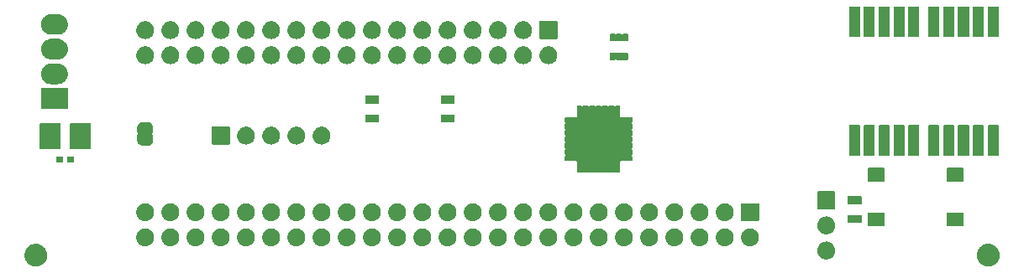
<source format=gbr>
G04 #@! TF.GenerationSoftware,KiCad,Pcbnew,(5.99.0-576-ga860ac506)*
G04 #@! TF.CreationDate,2021-04-05T12:44:30+02:00*
G04 #@! TF.ProjectId,50 pin to 34 pin Floppy Adapter,35302070-696e-4207-946f-203334207069,rev?*
G04 #@! TF.SameCoordinates,Original*
G04 #@! TF.FileFunction,Soldermask,Top*
G04 #@! TF.FilePolarity,Negative*
%FSLAX46Y46*%
G04 Gerber Fmt 4.6, Leading zero omitted, Abs format (unit mm)*
G04 Created by KiCad (PCBNEW (5.99.0-576-ga860ac506)) date 2021-04-05 12:44:30*
%MOMM*%
%LPD*%
G04 APERTURE LIST*
G04 APERTURE END LIST*
G36*
X118042742Y-45347002D02*
G01*
X118066523Y-45346255D01*
X118144921Y-45357832D01*
X118226500Y-45366478D01*
X118249247Y-45373237D01*
X118269783Y-45376270D01*
X118347754Y-45402510D01*
X118429275Y-45426735D01*
X118447713Y-45436150D01*
X118464517Y-45441805D01*
X118539255Y-45482894D01*
X118617674Y-45522936D01*
X118631693Y-45533713D01*
X118644561Y-45540787D01*
X118713190Y-45596361D01*
X118785387Y-45651860D01*
X118795176Y-45662751D01*
X118804238Y-45670089D01*
X118863939Y-45739254D01*
X118926797Y-45809187D01*
X118932859Y-45819099D01*
X118938493Y-45825626D01*
X118986568Y-45906916D01*
X119037168Y-45989650D01*
X119040236Y-45997663D01*
X119043084Y-46002479D01*
X119077154Y-46094089D01*
X119112804Y-46187205D01*
X119113808Y-46192650D01*
X119114700Y-46195048D01*
X119132616Y-46294622D01*
X119151173Y-46395235D01*
X119143823Y-46666866D01*
X119120018Y-46765638D01*
X119097214Y-46862864D01*
X119095798Y-46866137D01*
X119094260Y-46872517D01*
X119053954Y-46962834D01*
X119015613Y-47051436D01*
X119011958Y-47056937D01*
X119008051Y-47065692D01*
X118953631Y-47144726D01*
X118901911Y-47222570D01*
X118895240Y-47229526D01*
X118888082Y-47239922D01*
X118822260Y-47305629D01*
X118759704Y-47370862D01*
X118749451Y-47378311D01*
X118738371Y-47389372D01*
X118664116Y-47440311D01*
X118593480Y-47491631D01*
X118579343Y-47498465D01*
X118563932Y-47509037D01*
X118484362Y-47544381D01*
X118408493Y-47581057D01*
X118390450Y-47586095D01*
X118370606Y-47594909D01*
X118288862Y-47614458D01*
X118210602Y-47636309D01*
X118188931Y-47638357D01*
X118164869Y-47644112D01*
X118083921Y-47648284D01*
X118006054Y-47655644D01*
X117981349Y-47653569D01*
X117953610Y-47654999D01*
X117876221Y-47644742D01*
X117801308Y-47638451D01*
X117774436Y-47631251D01*
X117743905Y-47627204D01*
X117672551Y-47603951D01*
X117602843Y-47585273D01*
X117574930Y-47572138D01*
X117542777Y-47561660D01*
X117479502Y-47527233D01*
X117416937Y-47497792D01*
X117389322Y-47478167D01*
X117356961Y-47460560D01*
X117303361Y-47417078D01*
X117249459Y-47378772D01*
X117223637Y-47352404D01*
X117192681Y-47327291D01*
X117149857Y-47277062D01*
X117105705Y-47231975D01*
X117083260Y-47198948D01*
X117055438Y-47166315D01*
X117023987Y-47111730D01*
X116990216Y-47062038D01*
X116972746Y-47022800D01*
X116949828Y-46983025D01*
X116929854Y-46926464D01*
X116906647Y-46874340D01*
X116895680Y-46829690D01*
X116879389Y-46783558D01*
X116870526Y-46727283D01*
X116857636Y-46674804D01*
X116854560Y-46625903D01*
X116846479Y-46574595D01*
X116847939Y-46520657D01*
X116844736Y-46469752D01*
X116850714Y-46418085D01*
X116852201Y-46363133D01*
X116862837Y-46313308D01*
X116868352Y-46265644D01*
X116884258Y-46212960D01*
X116896363Y-46156255D01*
X116914741Y-46111995D01*
X116927736Y-46068955D01*
X116954092Y-46017229D01*
X116977486Y-45960890D01*
X117001979Y-45923246D01*
X117021016Y-45885884D01*
X117057938Y-45837240D01*
X117092853Y-45783579D01*
X117121712Y-45753221D01*
X117145237Y-45722228D01*
X117192415Y-45678846D01*
X117238601Y-45630261D01*
X117270068Y-45607441D01*
X117296482Y-45583152D01*
X117353149Y-45547190D01*
X117409848Y-45506071D01*
X117442207Y-45490671D01*
X117469956Y-45473061D01*
X117534906Y-45446555D01*
X117600859Y-45415168D01*
X117632560Y-45406703D01*
X117660192Y-45395427D01*
X117731773Y-45380212D01*
X117805238Y-45360596D01*
X117834933Y-45358285D01*
X117861162Y-45352710D01*
X117937337Y-45350316D01*
X118016139Y-45344183D01*
X118042742Y-45347002D01*
G37*
G36*
X22042742Y-45347002D02*
G01*
X22066523Y-45346255D01*
X22144921Y-45357832D01*
X22226500Y-45366478D01*
X22249247Y-45373237D01*
X22269783Y-45376270D01*
X22347754Y-45402510D01*
X22429275Y-45426735D01*
X22447713Y-45436150D01*
X22464517Y-45441805D01*
X22539255Y-45482894D01*
X22617674Y-45522936D01*
X22631693Y-45533713D01*
X22644561Y-45540787D01*
X22713190Y-45596361D01*
X22785387Y-45651860D01*
X22795176Y-45662751D01*
X22804238Y-45670089D01*
X22863939Y-45739254D01*
X22926797Y-45809187D01*
X22932859Y-45819099D01*
X22938493Y-45825626D01*
X22986568Y-45906916D01*
X23037168Y-45989650D01*
X23040236Y-45997663D01*
X23043084Y-46002479D01*
X23077154Y-46094089D01*
X23112804Y-46187205D01*
X23113808Y-46192650D01*
X23114700Y-46195048D01*
X23132616Y-46294622D01*
X23151173Y-46395235D01*
X23143823Y-46666866D01*
X23120018Y-46765638D01*
X23097214Y-46862864D01*
X23095798Y-46866137D01*
X23094260Y-46872517D01*
X23053954Y-46962834D01*
X23015613Y-47051436D01*
X23011958Y-47056937D01*
X23008051Y-47065692D01*
X22953631Y-47144726D01*
X22901911Y-47222570D01*
X22895240Y-47229526D01*
X22888082Y-47239922D01*
X22822260Y-47305629D01*
X22759704Y-47370862D01*
X22749451Y-47378311D01*
X22738371Y-47389372D01*
X22664116Y-47440311D01*
X22593480Y-47491631D01*
X22579343Y-47498465D01*
X22563932Y-47509037D01*
X22484362Y-47544381D01*
X22408493Y-47581057D01*
X22390450Y-47586095D01*
X22370606Y-47594909D01*
X22288862Y-47614458D01*
X22210602Y-47636309D01*
X22188931Y-47638357D01*
X22164869Y-47644112D01*
X22083921Y-47648284D01*
X22006054Y-47655644D01*
X21981349Y-47653569D01*
X21953610Y-47654999D01*
X21876221Y-47644742D01*
X21801308Y-47638451D01*
X21774436Y-47631251D01*
X21743905Y-47627204D01*
X21672551Y-47603951D01*
X21602843Y-47585273D01*
X21574930Y-47572138D01*
X21542777Y-47561660D01*
X21479502Y-47527233D01*
X21416937Y-47497792D01*
X21389322Y-47478167D01*
X21356961Y-47460560D01*
X21303361Y-47417078D01*
X21249459Y-47378772D01*
X21223637Y-47352404D01*
X21192681Y-47327291D01*
X21149857Y-47277062D01*
X21105705Y-47231975D01*
X21083260Y-47198948D01*
X21055438Y-47166315D01*
X21023987Y-47111730D01*
X20990216Y-47062038D01*
X20972746Y-47022800D01*
X20949828Y-46983025D01*
X20929854Y-46926464D01*
X20906647Y-46874340D01*
X20895680Y-46829690D01*
X20879389Y-46783558D01*
X20870526Y-46727283D01*
X20857636Y-46674804D01*
X20854560Y-46625903D01*
X20846479Y-46574595D01*
X20847939Y-46520657D01*
X20844736Y-46469752D01*
X20850714Y-46418085D01*
X20852201Y-46363133D01*
X20862837Y-46313308D01*
X20868352Y-46265644D01*
X20884258Y-46212960D01*
X20896363Y-46156255D01*
X20914741Y-46111995D01*
X20927736Y-46068955D01*
X20954092Y-46017229D01*
X20977486Y-45960890D01*
X21001979Y-45923246D01*
X21021016Y-45885884D01*
X21057938Y-45837240D01*
X21092853Y-45783579D01*
X21121712Y-45753221D01*
X21145237Y-45722228D01*
X21192415Y-45678846D01*
X21238601Y-45630261D01*
X21270068Y-45607441D01*
X21296482Y-45583152D01*
X21353149Y-45547190D01*
X21409848Y-45506071D01*
X21442207Y-45490671D01*
X21469956Y-45473061D01*
X21534906Y-45446555D01*
X21600859Y-45415168D01*
X21632560Y-45406703D01*
X21660192Y-45395427D01*
X21731773Y-45380212D01*
X21805238Y-45360596D01*
X21834933Y-45358285D01*
X21861162Y-45352710D01*
X21937337Y-45350316D01*
X22016139Y-45344183D01*
X22042742Y-45347002D01*
G37*
G36*
X101713402Y-45136783D02*
G01*
X101758137Y-45137095D01*
X101801960Y-45146090D01*
X101851860Y-45151335D01*
X101893632Y-45164908D01*
X101931223Y-45172624D01*
X101978351Y-45192435D01*
X102031988Y-45209863D01*
X102064599Y-45228691D01*
X102094114Y-45241098D01*
X102141801Y-45273263D01*
X102196011Y-45304561D01*
X102219326Y-45325554D01*
X102240601Y-45339904D01*
X102285683Y-45385302D01*
X102336761Y-45431293D01*
X102351503Y-45451583D01*
X102365108Y-45465284D01*
X102404143Y-45524037D01*
X102448086Y-45584519D01*
X102455721Y-45601668D01*
X102462888Y-45612455D01*
X102492365Y-45683972D01*
X102525121Y-45757542D01*
X102527711Y-45769725D01*
X102530224Y-45775823D01*
X102546792Y-45859497D01*
X102564499Y-45942801D01*
X102564499Y-46132199D01*
X102561615Y-46145769D01*
X102561530Y-46151831D01*
X102542842Y-46234085D01*
X102525121Y-46317458D01*
X102522629Y-46323055D01*
X102522578Y-46323280D01*
X102450710Y-46484697D01*
X102450578Y-46484885D01*
X102448086Y-46490481D01*
X102397980Y-46559446D01*
X102348857Y-46629082D01*
X102344085Y-46633626D01*
X102336761Y-46643707D01*
X102276896Y-46697610D01*
X102220896Y-46750938D01*
X102209964Y-46757876D01*
X102196011Y-46770439D01*
X102131264Y-46807821D01*
X102071711Y-46845614D01*
X102053709Y-46852597D01*
X102031988Y-46865137D01*
X101966615Y-46886378D01*
X101906968Y-46909514D01*
X101881700Y-46913969D01*
X101851860Y-46923665D01*
X101789595Y-46930209D01*
X101732960Y-46940195D01*
X101700959Y-46939525D01*
X101663500Y-46943462D01*
X101607402Y-46937566D01*
X101556299Y-46936496D01*
X101518823Y-46928256D01*
X101475140Y-46923665D01*
X101427417Y-46908159D01*
X101383725Y-46898552D01*
X101342730Y-46880642D01*
X101295012Y-46865137D01*
X101256973Y-46843175D01*
X101221810Y-46827813D01*
X101179837Y-46798641D01*
X101130989Y-46770439D01*
X101103004Y-46745241D01*
X101076715Y-46726970D01*
X101036757Y-46685592D01*
X100990239Y-46643707D01*
X100971796Y-46618323D01*
X100953973Y-46599866D01*
X100919321Y-46546097D01*
X100878914Y-46490481D01*
X100868712Y-46467566D01*
X100858254Y-46451339D01*
X100832289Y-46385761D01*
X100801879Y-46317458D01*
X100797976Y-46299096D01*
X100793207Y-46287051D01*
X100779240Y-46210948D01*
X100762501Y-46132199D01*
X100762501Y-46119746D01*
X100761311Y-46113262D01*
X100762501Y-46028035D01*
X100762501Y-45942801D01*
X100763775Y-45936808D01*
X100763778Y-45936577D01*
X100800515Y-45763746D01*
X100800605Y-45763536D01*
X100801879Y-45757542D01*
X100836542Y-45679688D01*
X100870122Y-45601339D01*
X100873848Y-45595897D01*
X100878914Y-45584519D01*
X100926246Y-45519372D01*
X100969952Y-45455541D01*
X100979206Y-45446479D01*
X100990239Y-45431293D01*
X101045797Y-45381269D01*
X101096193Y-45331917D01*
X101112348Y-45321346D01*
X101130989Y-45304561D01*
X101190526Y-45270187D01*
X101244051Y-45235162D01*
X101267840Y-45225550D01*
X101295012Y-45209863D01*
X101354545Y-45190519D01*
X101407876Y-45168972D01*
X101439320Y-45162974D01*
X101475140Y-45151335D01*
X101531244Y-45145438D01*
X101581445Y-45135862D01*
X101619812Y-45136130D01*
X101663500Y-45131538D01*
X101713402Y-45136783D01*
G37*
G36*
X43229902Y-43803283D02*
G01*
X43274637Y-43803595D01*
X43318460Y-43812590D01*
X43368360Y-43817835D01*
X43410132Y-43831408D01*
X43447723Y-43839124D01*
X43494851Y-43858935D01*
X43548488Y-43876363D01*
X43581099Y-43895191D01*
X43610614Y-43907598D01*
X43658301Y-43939763D01*
X43712511Y-43971061D01*
X43735826Y-43992054D01*
X43757101Y-44006404D01*
X43802183Y-44051802D01*
X43853261Y-44097793D01*
X43868003Y-44118083D01*
X43881608Y-44131784D01*
X43920643Y-44190537D01*
X43964586Y-44251019D01*
X43972221Y-44268168D01*
X43979388Y-44278955D01*
X44008865Y-44350472D01*
X44041621Y-44424042D01*
X44044211Y-44436225D01*
X44046724Y-44442323D01*
X44063292Y-44525997D01*
X44080999Y-44609301D01*
X44080999Y-44798699D01*
X44078115Y-44812269D01*
X44078030Y-44818331D01*
X44059342Y-44900585D01*
X44041621Y-44983958D01*
X44039129Y-44989555D01*
X44039078Y-44989780D01*
X43967210Y-45151197D01*
X43967078Y-45151385D01*
X43964586Y-45156981D01*
X43914480Y-45225946D01*
X43865357Y-45295582D01*
X43860585Y-45300126D01*
X43853261Y-45310207D01*
X43793396Y-45364110D01*
X43737396Y-45417438D01*
X43726464Y-45424376D01*
X43712511Y-45436939D01*
X43647764Y-45474321D01*
X43588211Y-45512114D01*
X43570209Y-45519097D01*
X43548488Y-45531637D01*
X43483115Y-45552878D01*
X43423468Y-45576014D01*
X43398200Y-45580469D01*
X43368360Y-45590165D01*
X43306095Y-45596709D01*
X43249460Y-45606695D01*
X43217459Y-45606025D01*
X43180000Y-45609962D01*
X43123902Y-45604066D01*
X43072799Y-45602996D01*
X43035323Y-45594756D01*
X42991640Y-45590165D01*
X42943917Y-45574659D01*
X42900225Y-45565052D01*
X42859230Y-45547142D01*
X42811512Y-45531637D01*
X42773473Y-45509675D01*
X42738310Y-45494313D01*
X42696337Y-45465141D01*
X42647489Y-45436939D01*
X42619504Y-45411741D01*
X42593215Y-45393470D01*
X42553257Y-45352092D01*
X42506739Y-45310207D01*
X42488296Y-45284823D01*
X42470473Y-45266366D01*
X42435821Y-45212597D01*
X42395414Y-45156981D01*
X42385212Y-45134066D01*
X42374754Y-45117839D01*
X42348789Y-45052261D01*
X42318379Y-44983958D01*
X42314476Y-44965596D01*
X42309707Y-44953551D01*
X42295740Y-44877448D01*
X42279001Y-44798699D01*
X42279001Y-44786246D01*
X42277811Y-44779762D01*
X42279001Y-44694535D01*
X42279001Y-44609301D01*
X42280275Y-44603308D01*
X42280278Y-44603077D01*
X42317015Y-44430246D01*
X42317105Y-44430036D01*
X42318379Y-44424042D01*
X42353042Y-44346188D01*
X42386622Y-44267839D01*
X42390348Y-44262397D01*
X42395414Y-44251019D01*
X42442746Y-44185872D01*
X42486452Y-44122041D01*
X42495706Y-44112979D01*
X42506739Y-44097793D01*
X42562297Y-44047769D01*
X42612693Y-43998417D01*
X42628848Y-43987846D01*
X42647489Y-43971061D01*
X42707026Y-43936687D01*
X42760551Y-43901662D01*
X42784340Y-43892050D01*
X42811512Y-43876363D01*
X42871045Y-43857019D01*
X42924376Y-43835472D01*
X42955820Y-43829474D01*
X42991640Y-43817835D01*
X43047744Y-43811938D01*
X43097945Y-43802362D01*
X43136312Y-43802630D01*
X43180000Y-43798038D01*
X43229902Y-43803283D01*
G37*
G36*
X78789902Y-43803283D02*
G01*
X78834637Y-43803595D01*
X78878460Y-43812590D01*
X78928360Y-43817835D01*
X78970132Y-43831408D01*
X79007723Y-43839124D01*
X79054851Y-43858935D01*
X79108488Y-43876363D01*
X79141099Y-43895191D01*
X79170614Y-43907598D01*
X79218301Y-43939763D01*
X79272511Y-43971061D01*
X79295826Y-43992054D01*
X79317101Y-44006404D01*
X79362183Y-44051802D01*
X79413261Y-44097793D01*
X79428003Y-44118083D01*
X79441608Y-44131784D01*
X79480643Y-44190537D01*
X79524586Y-44251019D01*
X79532221Y-44268168D01*
X79539388Y-44278955D01*
X79568865Y-44350472D01*
X79601621Y-44424042D01*
X79604211Y-44436225D01*
X79606724Y-44442323D01*
X79623292Y-44525997D01*
X79640999Y-44609301D01*
X79640999Y-44798699D01*
X79638115Y-44812269D01*
X79638030Y-44818331D01*
X79619342Y-44900585D01*
X79601621Y-44983958D01*
X79599129Y-44989555D01*
X79599078Y-44989780D01*
X79527210Y-45151197D01*
X79527078Y-45151385D01*
X79524586Y-45156981D01*
X79474480Y-45225946D01*
X79425357Y-45295582D01*
X79420585Y-45300126D01*
X79413261Y-45310207D01*
X79353396Y-45364110D01*
X79297396Y-45417438D01*
X79286464Y-45424376D01*
X79272511Y-45436939D01*
X79207764Y-45474321D01*
X79148211Y-45512114D01*
X79130209Y-45519097D01*
X79108488Y-45531637D01*
X79043115Y-45552878D01*
X78983468Y-45576014D01*
X78958200Y-45580469D01*
X78928360Y-45590165D01*
X78866095Y-45596709D01*
X78809460Y-45606695D01*
X78777459Y-45606025D01*
X78740000Y-45609962D01*
X78683902Y-45604066D01*
X78632799Y-45602996D01*
X78595323Y-45594756D01*
X78551640Y-45590165D01*
X78503917Y-45574659D01*
X78460225Y-45565052D01*
X78419230Y-45547142D01*
X78371512Y-45531637D01*
X78333473Y-45509675D01*
X78298310Y-45494313D01*
X78256337Y-45465141D01*
X78207489Y-45436939D01*
X78179504Y-45411741D01*
X78153215Y-45393470D01*
X78113257Y-45352092D01*
X78066739Y-45310207D01*
X78048296Y-45284823D01*
X78030473Y-45266366D01*
X77995821Y-45212597D01*
X77955414Y-45156981D01*
X77945212Y-45134066D01*
X77934754Y-45117839D01*
X77908789Y-45052261D01*
X77878379Y-44983958D01*
X77874476Y-44965596D01*
X77869707Y-44953551D01*
X77855740Y-44877448D01*
X77839001Y-44798699D01*
X77839001Y-44786246D01*
X77837811Y-44779762D01*
X77839001Y-44694535D01*
X77839001Y-44609301D01*
X77840275Y-44603308D01*
X77840278Y-44603077D01*
X77877015Y-44430246D01*
X77877105Y-44430036D01*
X77878379Y-44424042D01*
X77913042Y-44346188D01*
X77946622Y-44267839D01*
X77950348Y-44262397D01*
X77955414Y-44251019D01*
X78002746Y-44185872D01*
X78046452Y-44122041D01*
X78055706Y-44112979D01*
X78066739Y-44097793D01*
X78122297Y-44047769D01*
X78172693Y-43998417D01*
X78188848Y-43987846D01*
X78207489Y-43971061D01*
X78267026Y-43936687D01*
X78320551Y-43901662D01*
X78344340Y-43892050D01*
X78371512Y-43876363D01*
X78431045Y-43857019D01*
X78484376Y-43835472D01*
X78515820Y-43829474D01*
X78551640Y-43817835D01*
X78607744Y-43811938D01*
X78657945Y-43802362D01*
X78696312Y-43802630D01*
X78740000Y-43798038D01*
X78789902Y-43803283D01*
G37*
G36*
X45769902Y-43803283D02*
G01*
X45814637Y-43803595D01*
X45858460Y-43812590D01*
X45908360Y-43817835D01*
X45950132Y-43831408D01*
X45987723Y-43839124D01*
X46034851Y-43858935D01*
X46088488Y-43876363D01*
X46121099Y-43895191D01*
X46150614Y-43907598D01*
X46198301Y-43939763D01*
X46252511Y-43971061D01*
X46275826Y-43992054D01*
X46297101Y-44006404D01*
X46342183Y-44051802D01*
X46393261Y-44097793D01*
X46408003Y-44118083D01*
X46421608Y-44131784D01*
X46460643Y-44190537D01*
X46504586Y-44251019D01*
X46512221Y-44268168D01*
X46519388Y-44278955D01*
X46548865Y-44350472D01*
X46581621Y-44424042D01*
X46584211Y-44436225D01*
X46586724Y-44442323D01*
X46603292Y-44525997D01*
X46620999Y-44609301D01*
X46620999Y-44798699D01*
X46618115Y-44812269D01*
X46618030Y-44818331D01*
X46599342Y-44900585D01*
X46581621Y-44983958D01*
X46579129Y-44989555D01*
X46579078Y-44989780D01*
X46507210Y-45151197D01*
X46507078Y-45151385D01*
X46504586Y-45156981D01*
X46454480Y-45225946D01*
X46405357Y-45295582D01*
X46400585Y-45300126D01*
X46393261Y-45310207D01*
X46333396Y-45364110D01*
X46277396Y-45417438D01*
X46266464Y-45424376D01*
X46252511Y-45436939D01*
X46187764Y-45474321D01*
X46128211Y-45512114D01*
X46110209Y-45519097D01*
X46088488Y-45531637D01*
X46023115Y-45552878D01*
X45963468Y-45576014D01*
X45938200Y-45580469D01*
X45908360Y-45590165D01*
X45846095Y-45596709D01*
X45789460Y-45606695D01*
X45757459Y-45606025D01*
X45720000Y-45609962D01*
X45663902Y-45604066D01*
X45612799Y-45602996D01*
X45575323Y-45594756D01*
X45531640Y-45590165D01*
X45483917Y-45574659D01*
X45440225Y-45565052D01*
X45399230Y-45547142D01*
X45351512Y-45531637D01*
X45313473Y-45509675D01*
X45278310Y-45494313D01*
X45236337Y-45465141D01*
X45187489Y-45436939D01*
X45159504Y-45411741D01*
X45133215Y-45393470D01*
X45093257Y-45352092D01*
X45046739Y-45310207D01*
X45028296Y-45284823D01*
X45010473Y-45266366D01*
X44975821Y-45212597D01*
X44935414Y-45156981D01*
X44925212Y-45134066D01*
X44914754Y-45117839D01*
X44888789Y-45052261D01*
X44858379Y-44983958D01*
X44854476Y-44965596D01*
X44849707Y-44953551D01*
X44835740Y-44877448D01*
X44819001Y-44798699D01*
X44819001Y-44786246D01*
X44817811Y-44779762D01*
X44819001Y-44694535D01*
X44819001Y-44609301D01*
X44820275Y-44603308D01*
X44820278Y-44603077D01*
X44857015Y-44430246D01*
X44857105Y-44430036D01*
X44858379Y-44424042D01*
X44893042Y-44346188D01*
X44926622Y-44267839D01*
X44930348Y-44262397D01*
X44935414Y-44251019D01*
X44982746Y-44185872D01*
X45026452Y-44122041D01*
X45035706Y-44112979D01*
X45046739Y-44097793D01*
X45102297Y-44047769D01*
X45152693Y-43998417D01*
X45168848Y-43987846D01*
X45187489Y-43971061D01*
X45247026Y-43936687D01*
X45300551Y-43901662D01*
X45324340Y-43892050D01*
X45351512Y-43876363D01*
X45411045Y-43857019D01*
X45464376Y-43835472D01*
X45495820Y-43829474D01*
X45531640Y-43817835D01*
X45587744Y-43811938D01*
X45637945Y-43802362D01*
X45676312Y-43802630D01*
X45720000Y-43798038D01*
X45769902Y-43803283D01*
G37*
G36*
X48309902Y-43803283D02*
G01*
X48354637Y-43803595D01*
X48398460Y-43812590D01*
X48448360Y-43817835D01*
X48490132Y-43831408D01*
X48527723Y-43839124D01*
X48574851Y-43858935D01*
X48628488Y-43876363D01*
X48661099Y-43895191D01*
X48690614Y-43907598D01*
X48738301Y-43939763D01*
X48792511Y-43971061D01*
X48815826Y-43992054D01*
X48837101Y-44006404D01*
X48882183Y-44051802D01*
X48933261Y-44097793D01*
X48948003Y-44118083D01*
X48961608Y-44131784D01*
X49000643Y-44190537D01*
X49044586Y-44251019D01*
X49052221Y-44268168D01*
X49059388Y-44278955D01*
X49088865Y-44350472D01*
X49121621Y-44424042D01*
X49124211Y-44436225D01*
X49126724Y-44442323D01*
X49143292Y-44525997D01*
X49160999Y-44609301D01*
X49160999Y-44798699D01*
X49158115Y-44812269D01*
X49158030Y-44818331D01*
X49139342Y-44900585D01*
X49121621Y-44983958D01*
X49119129Y-44989555D01*
X49119078Y-44989780D01*
X49047210Y-45151197D01*
X49047078Y-45151385D01*
X49044586Y-45156981D01*
X48994480Y-45225946D01*
X48945357Y-45295582D01*
X48940585Y-45300126D01*
X48933261Y-45310207D01*
X48873396Y-45364110D01*
X48817396Y-45417438D01*
X48806464Y-45424376D01*
X48792511Y-45436939D01*
X48727764Y-45474321D01*
X48668211Y-45512114D01*
X48650209Y-45519097D01*
X48628488Y-45531637D01*
X48563115Y-45552878D01*
X48503468Y-45576014D01*
X48478200Y-45580469D01*
X48448360Y-45590165D01*
X48386095Y-45596709D01*
X48329460Y-45606695D01*
X48297459Y-45606025D01*
X48260000Y-45609962D01*
X48203902Y-45604066D01*
X48152799Y-45602996D01*
X48115323Y-45594756D01*
X48071640Y-45590165D01*
X48023917Y-45574659D01*
X47980225Y-45565052D01*
X47939230Y-45547142D01*
X47891512Y-45531637D01*
X47853473Y-45509675D01*
X47818310Y-45494313D01*
X47776337Y-45465141D01*
X47727489Y-45436939D01*
X47699504Y-45411741D01*
X47673215Y-45393470D01*
X47633257Y-45352092D01*
X47586739Y-45310207D01*
X47568296Y-45284823D01*
X47550473Y-45266366D01*
X47515821Y-45212597D01*
X47475414Y-45156981D01*
X47465212Y-45134066D01*
X47454754Y-45117839D01*
X47428789Y-45052261D01*
X47398379Y-44983958D01*
X47394476Y-44965596D01*
X47389707Y-44953551D01*
X47375740Y-44877448D01*
X47359001Y-44798699D01*
X47359001Y-44786246D01*
X47357811Y-44779762D01*
X47359001Y-44694535D01*
X47359001Y-44609301D01*
X47360275Y-44603308D01*
X47360278Y-44603077D01*
X47397015Y-44430246D01*
X47397105Y-44430036D01*
X47398379Y-44424042D01*
X47433042Y-44346188D01*
X47466622Y-44267839D01*
X47470348Y-44262397D01*
X47475414Y-44251019D01*
X47522746Y-44185872D01*
X47566452Y-44122041D01*
X47575706Y-44112979D01*
X47586739Y-44097793D01*
X47642297Y-44047769D01*
X47692693Y-43998417D01*
X47708848Y-43987846D01*
X47727489Y-43971061D01*
X47787026Y-43936687D01*
X47840551Y-43901662D01*
X47864340Y-43892050D01*
X47891512Y-43876363D01*
X47951045Y-43857019D01*
X48004376Y-43835472D01*
X48035820Y-43829474D01*
X48071640Y-43817835D01*
X48127744Y-43811938D01*
X48177945Y-43802362D01*
X48216312Y-43802630D01*
X48260000Y-43798038D01*
X48309902Y-43803283D01*
G37*
G36*
X88949902Y-43803283D02*
G01*
X88994637Y-43803595D01*
X89038460Y-43812590D01*
X89088360Y-43817835D01*
X89130132Y-43831408D01*
X89167723Y-43839124D01*
X89214851Y-43858935D01*
X89268488Y-43876363D01*
X89301099Y-43895191D01*
X89330614Y-43907598D01*
X89378301Y-43939763D01*
X89432511Y-43971061D01*
X89455826Y-43992054D01*
X89477101Y-44006404D01*
X89522183Y-44051802D01*
X89573261Y-44097793D01*
X89588003Y-44118083D01*
X89601608Y-44131784D01*
X89640643Y-44190537D01*
X89684586Y-44251019D01*
X89692221Y-44268168D01*
X89699388Y-44278955D01*
X89728865Y-44350472D01*
X89761621Y-44424042D01*
X89764211Y-44436225D01*
X89766724Y-44442323D01*
X89783292Y-44525997D01*
X89800999Y-44609301D01*
X89800999Y-44798699D01*
X89798115Y-44812269D01*
X89798030Y-44818331D01*
X89779342Y-44900585D01*
X89761621Y-44983958D01*
X89759129Y-44989555D01*
X89759078Y-44989780D01*
X89687210Y-45151197D01*
X89687078Y-45151385D01*
X89684586Y-45156981D01*
X89634480Y-45225946D01*
X89585357Y-45295582D01*
X89580585Y-45300126D01*
X89573261Y-45310207D01*
X89513396Y-45364110D01*
X89457396Y-45417438D01*
X89446464Y-45424376D01*
X89432511Y-45436939D01*
X89367764Y-45474321D01*
X89308211Y-45512114D01*
X89290209Y-45519097D01*
X89268488Y-45531637D01*
X89203115Y-45552878D01*
X89143468Y-45576014D01*
X89118200Y-45580469D01*
X89088360Y-45590165D01*
X89026095Y-45596709D01*
X88969460Y-45606695D01*
X88937459Y-45606025D01*
X88900000Y-45609962D01*
X88843902Y-45604066D01*
X88792799Y-45602996D01*
X88755323Y-45594756D01*
X88711640Y-45590165D01*
X88663917Y-45574659D01*
X88620225Y-45565052D01*
X88579230Y-45547142D01*
X88531512Y-45531637D01*
X88493473Y-45509675D01*
X88458310Y-45494313D01*
X88416337Y-45465141D01*
X88367489Y-45436939D01*
X88339504Y-45411741D01*
X88313215Y-45393470D01*
X88273257Y-45352092D01*
X88226739Y-45310207D01*
X88208296Y-45284823D01*
X88190473Y-45266366D01*
X88155821Y-45212597D01*
X88115414Y-45156981D01*
X88105212Y-45134066D01*
X88094754Y-45117839D01*
X88068789Y-45052261D01*
X88038379Y-44983958D01*
X88034476Y-44965596D01*
X88029707Y-44953551D01*
X88015740Y-44877448D01*
X87999001Y-44798699D01*
X87999001Y-44786246D01*
X87997811Y-44779762D01*
X87999001Y-44694535D01*
X87999001Y-44609301D01*
X88000275Y-44603308D01*
X88000278Y-44603077D01*
X88037015Y-44430246D01*
X88037105Y-44430036D01*
X88038379Y-44424042D01*
X88073042Y-44346188D01*
X88106622Y-44267839D01*
X88110348Y-44262397D01*
X88115414Y-44251019D01*
X88162746Y-44185872D01*
X88206452Y-44122041D01*
X88215706Y-44112979D01*
X88226739Y-44097793D01*
X88282297Y-44047769D01*
X88332693Y-43998417D01*
X88348848Y-43987846D01*
X88367489Y-43971061D01*
X88427026Y-43936687D01*
X88480551Y-43901662D01*
X88504340Y-43892050D01*
X88531512Y-43876363D01*
X88591045Y-43857019D01*
X88644376Y-43835472D01*
X88675820Y-43829474D01*
X88711640Y-43817835D01*
X88767744Y-43811938D01*
X88817945Y-43802362D01*
X88856312Y-43802630D01*
X88900000Y-43798038D01*
X88949902Y-43803283D01*
G37*
G36*
X50849902Y-43803283D02*
G01*
X50894637Y-43803595D01*
X50938460Y-43812590D01*
X50988360Y-43817835D01*
X51030132Y-43831408D01*
X51067723Y-43839124D01*
X51114851Y-43858935D01*
X51168488Y-43876363D01*
X51201099Y-43895191D01*
X51230614Y-43907598D01*
X51278301Y-43939763D01*
X51332511Y-43971061D01*
X51355826Y-43992054D01*
X51377101Y-44006404D01*
X51422183Y-44051802D01*
X51473261Y-44097793D01*
X51488003Y-44118083D01*
X51501608Y-44131784D01*
X51540643Y-44190537D01*
X51584586Y-44251019D01*
X51592221Y-44268168D01*
X51599388Y-44278955D01*
X51628865Y-44350472D01*
X51661621Y-44424042D01*
X51664211Y-44436225D01*
X51666724Y-44442323D01*
X51683292Y-44525997D01*
X51700999Y-44609301D01*
X51700999Y-44798699D01*
X51698115Y-44812269D01*
X51698030Y-44818331D01*
X51679342Y-44900585D01*
X51661621Y-44983958D01*
X51659129Y-44989555D01*
X51659078Y-44989780D01*
X51587210Y-45151197D01*
X51587078Y-45151385D01*
X51584586Y-45156981D01*
X51534480Y-45225946D01*
X51485357Y-45295582D01*
X51480585Y-45300126D01*
X51473261Y-45310207D01*
X51413396Y-45364110D01*
X51357396Y-45417438D01*
X51346464Y-45424376D01*
X51332511Y-45436939D01*
X51267764Y-45474321D01*
X51208211Y-45512114D01*
X51190209Y-45519097D01*
X51168488Y-45531637D01*
X51103115Y-45552878D01*
X51043468Y-45576014D01*
X51018200Y-45580469D01*
X50988360Y-45590165D01*
X50926095Y-45596709D01*
X50869460Y-45606695D01*
X50837459Y-45606025D01*
X50800000Y-45609962D01*
X50743902Y-45604066D01*
X50692799Y-45602996D01*
X50655323Y-45594756D01*
X50611640Y-45590165D01*
X50563917Y-45574659D01*
X50520225Y-45565052D01*
X50479230Y-45547142D01*
X50431512Y-45531637D01*
X50393473Y-45509675D01*
X50358310Y-45494313D01*
X50316337Y-45465141D01*
X50267489Y-45436939D01*
X50239504Y-45411741D01*
X50213215Y-45393470D01*
X50173257Y-45352092D01*
X50126739Y-45310207D01*
X50108296Y-45284823D01*
X50090473Y-45266366D01*
X50055821Y-45212597D01*
X50015414Y-45156981D01*
X50005212Y-45134066D01*
X49994754Y-45117839D01*
X49968789Y-45052261D01*
X49938379Y-44983958D01*
X49934476Y-44965596D01*
X49929707Y-44953551D01*
X49915740Y-44877448D01*
X49899001Y-44798699D01*
X49899001Y-44786246D01*
X49897811Y-44779762D01*
X49899001Y-44694535D01*
X49899001Y-44609301D01*
X49900275Y-44603308D01*
X49900278Y-44603077D01*
X49937015Y-44430246D01*
X49937105Y-44430036D01*
X49938379Y-44424042D01*
X49973042Y-44346188D01*
X50006622Y-44267839D01*
X50010348Y-44262397D01*
X50015414Y-44251019D01*
X50062746Y-44185872D01*
X50106452Y-44122041D01*
X50115706Y-44112979D01*
X50126739Y-44097793D01*
X50182297Y-44047769D01*
X50232693Y-43998417D01*
X50248848Y-43987846D01*
X50267489Y-43971061D01*
X50327026Y-43936687D01*
X50380551Y-43901662D01*
X50404340Y-43892050D01*
X50431512Y-43876363D01*
X50491045Y-43857019D01*
X50544376Y-43835472D01*
X50575820Y-43829474D01*
X50611640Y-43817835D01*
X50667744Y-43811938D01*
X50717945Y-43802362D01*
X50756312Y-43802630D01*
X50800000Y-43798038D01*
X50849902Y-43803283D01*
G37*
G36*
X53389902Y-43803283D02*
G01*
X53434637Y-43803595D01*
X53478460Y-43812590D01*
X53528360Y-43817835D01*
X53570132Y-43831408D01*
X53607723Y-43839124D01*
X53654851Y-43858935D01*
X53708488Y-43876363D01*
X53741099Y-43895191D01*
X53770614Y-43907598D01*
X53818301Y-43939763D01*
X53872511Y-43971061D01*
X53895826Y-43992054D01*
X53917101Y-44006404D01*
X53962183Y-44051802D01*
X54013261Y-44097793D01*
X54028003Y-44118083D01*
X54041608Y-44131784D01*
X54080643Y-44190537D01*
X54124586Y-44251019D01*
X54132221Y-44268168D01*
X54139388Y-44278955D01*
X54168865Y-44350472D01*
X54201621Y-44424042D01*
X54204211Y-44436225D01*
X54206724Y-44442323D01*
X54223292Y-44525997D01*
X54240999Y-44609301D01*
X54240999Y-44798699D01*
X54238115Y-44812269D01*
X54238030Y-44818331D01*
X54219342Y-44900585D01*
X54201621Y-44983958D01*
X54199129Y-44989555D01*
X54199078Y-44989780D01*
X54127210Y-45151197D01*
X54127078Y-45151385D01*
X54124586Y-45156981D01*
X54074480Y-45225946D01*
X54025357Y-45295582D01*
X54020585Y-45300126D01*
X54013261Y-45310207D01*
X53953396Y-45364110D01*
X53897396Y-45417438D01*
X53886464Y-45424376D01*
X53872511Y-45436939D01*
X53807764Y-45474321D01*
X53748211Y-45512114D01*
X53730209Y-45519097D01*
X53708488Y-45531637D01*
X53643115Y-45552878D01*
X53583468Y-45576014D01*
X53558200Y-45580469D01*
X53528360Y-45590165D01*
X53466095Y-45596709D01*
X53409460Y-45606695D01*
X53377459Y-45606025D01*
X53340000Y-45609962D01*
X53283902Y-45604066D01*
X53232799Y-45602996D01*
X53195323Y-45594756D01*
X53151640Y-45590165D01*
X53103917Y-45574659D01*
X53060225Y-45565052D01*
X53019230Y-45547142D01*
X52971512Y-45531637D01*
X52933473Y-45509675D01*
X52898310Y-45494313D01*
X52856337Y-45465141D01*
X52807489Y-45436939D01*
X52779504Y-45411741D01*
X52753215Y-45393470D01*
X52713257Y-45352092D01*
X52666739Y-45310207D01*
X52648296Y-45284823D01*
X52630473Y-45266366D01*
X52595821Y-45212597D01*
X52555414Y-45156981D01*
X52545212Y-45134066D01*
X52534754Y-45117839D01*
X52508789Y-45052261D01*
X52478379Y-44983958D01*
X52474476Y-44965596D01*
X52469707Y-44953551D01*
X52455740Y-44877448D01*
X52439001Y-44798699D01*
X52439001Y-44786246D01*
X52437811Y-44779762D01*
X52439001Y-44694535D01*
X52439001Y-44609301D01*
X52440275Y-44603308D01*
X52440278Y-44603077D01*
X52477015Y-44430246D01*
X52477105Y-44430036D01*
X52478379Y-44424042D01*
X52513042Y-44346188D01*
X52546622Y-44267839D01*
X52550348Y-44262397D01*
X52555414Y-44251019D01*
X52602746Y-44185872D01*
X52646452Y-44122041D01*
X52655706Y-44112979D01*
X52666739Y-44097793D01*
X52722297Y-44047769D01*
X52772693Y-43998417D01*
X52788848Y-43987846D01*
X52807489Y-43971061D01*
X52867026Y-43936687D01*
X52920551Y-43901662D01*
X52944340Y-43892050D01*
X52971512Y-43876363D01*
X53031045Y-43857019D01*
X53084376Y-43835472D01*
X53115820Y-43829474D01*
X53151640Y-43817835D01*
X53207744Y-43811938D01*
X53257945Y-43802362D01*
X53296312Y-43802630D01*
X53340000Y-43798038D01*
X53389902Y-43803283D01*
G37*
G36*
X55929902Y-43803283D02*
G01*
X55974637Y-43803595D01*
X56018460Y-43812590D01*
X56068360Y-43817835D01*
X56110132Y-43831408D01*
X56147723Y-43839124D01*
X56194851Y-43858935D01*
X56248488Y-43876363D01*
X56281099Y-43895191D01*
X56310614Y-43907598D01*
X56358301Y-43939763D01*
X56412511Y-43971061D01*
X56435826Y-43992054D01*
X56457101Y-44006404D01*
X56502183Y-44051802D01*
X56553261Y-44097793D01*
X56568003Y-44118083D01*
X56581608Y-44131784D01*
X56620643Y-44190537D01*
X56664586Y-44251019D01*
X56672221Y-44268168D01*
X56679388Y-44278955D01*
X56708865Y-44350472D01*
X56741621Y-44424042D01*
X56744211Y-44436225D01*
X56746724Y-44442323D01*
X56763292Y-44525997D01*
X56780999Y-44609301D01*
X56780999Y-44798699D01*
X56778115Y-44812269D01*
X56778030Y-44818331D01*
X56759342Y-44900585D01*
X56741621Y-44983958D01*
X56739129Y-44989555D01*
X56739078Y-44989780D01*
X56667210Y-45151197D01*
X56667078Y-45151385D01*
X56664586Y-45156981D01*
X56614480Y-45225946D01*
X56565357Y-45295582D01*
X56560585Y-45300126D01*
X56553261Y-45310207D01*
X56493396Y-45364110D01*
X56437396Y-45417438D01*
X56426464Y-45424376D01*
X56412511Y-45436939D01*
X56347764Y-45474321D01*
X56288211Y-45512114D01*
X56270209Y-45519097D01*
X56248488Y-45531637D01*
X56183115Y-45552878D01*
X56123468Y-45576014D01*
X56098200Y-45580469D01*
X56068360Y-45590165D01*
X56006095Y-45596709D01*
X55949460Y-45606695D01*
X55917459Y-45606025D01*
X55880000Y-45609962D01*
X55823902Y-45604066D01*
X55772799Y-45602996D01*
X55735323Y-45594756D01*
X55691640Y-45590165D01*
X55643917Y-45574659D01*
X55600225Y-45565052D01*
X55559230Y-45547142D01*
X55511512Y-45531637D01*
X55473473Y-45509675D01*
X55438310Y-45494313D01*
X55396337Y-45465141D01*
X55347489Y-45436939D01*
X55319504Y-45411741D01*
X55293215Y-45393470D01*
X55253257Y-45352092D01*
X55206739Y-45310207D01*
X55188296Y-45284823D01*
X55170473Y-45266366D01*
X55135821Y-45212597D01*
X55095414Y-45156981D01*
X55085212Y-45134066D01*
X55074754Y-45117839D01*
X55048789Y-45052261D01*
X55018379Y-44983958D01*
X55014476Y-44965596D01*
X55009707Y-44953551D01*
X54995740Y-44877448D01*
X54979001Y-44798699D01*
X54979001Y-44786246D01*
X54977811Y-44779762D01*
X54979001Y-44694535D01*
X54979001Y-44609301D01*
X54980275Y-44603308D01*
X54980278Y-44603077D01*
X55017015Y-44430246D01*
X55017105Y-44430036D01*
X55018379Y-44424042D01*
X55053042Y-44346188D01*
X55086622Y-44267839D01*
X55090348Y-44262397D01*
X55095414Y-44251019D01*
X55142746Y-44185872D01*
X55186452Y-44122041D01*
X55195706Y-44112979D01*
X55206739Y-44097793D01*
X55262297Y-44047769D01*
X55312693Y-43998417D01*
X55328848Y-43987846D01*
X55347489Y-43971061D01*
X55407026Y-43936687D01*
X55460551Y-43901662D01*
X55484340Y-43892050D01*
X55511512Y-43876363D01*
X55571045Y-43857019D01*
X55624376Y-43835472D01*
X55655820Y-43829474D01*
X55691640Y-43817835D01*
X55747744Y-43811938D01*
X55797945Y-43802362D01*
X55836312Y-43802630D01*
X55880000Y-43798038D01*
X55929902Y-43803283D01*
G37*
G36*
X86409902Y-43803283D02*
G01*
X86454637Y-43803595D01*
X86498460Y-43812590D01*
X86548360Y-43817835D01*
X86590132Y-43831408D01*
X86627723Y-43839124D01*
X86674851Y-43858935D01*
X86728488Y-43876363D01*
X86761099Y-43895191D01*
X86790614Y-43907598D01*
X86838301Y-43939763D01*
X86892511Y-43971061D01*
X86915826Y-43992054D01*
X86937101Y-44006404D01*
X86982183Y-44051802D01*
X87033261Y-44097793D01*
X87048003Y-44118083D01*
X87061608Y-44131784D01*
X87100643Y-44190537D01*
X87144586Y-44251019D01*
X87152221Y-44268168D01*
X87159388Y-44278955D01*
X87188865Y-44350472D01*
X87221621Y-44424042D01*
X87224211Y-44436225D01*
X87226724Y-44442323D01*
X87243292Y-44525997D01*
X87260999Y-44609301D01*
X87260999Y-44798699D01*
X87258115Y-44812269D01*
X87258030Y-44818331D01*
X87239342Y-44900585D01*
X87221621Y-44983958D01*
X87219129Y-44989555D01*
X87219078Y-44989780D01*
X87147210Y-45151197D01*
X87147078Y-45151385D01*
X87144586Y-45156981D01*
X87094480Y-45225946D01*
X87045357Y-45295582D01*
X87040585Y-45300126D01*
X87033261Y-45310207D01*
X86973396Y-45364110D01*
X86917396Y-45417438D01*
X86906464Y-45424376D01*
X86892511Y-45436939D01*
X86827764Y-45474321D01*
X86768211Y-45512114D01*
X86750209Y-45519097D01*
X86728488Y-45531637D01*
X86663115Y-45552878D01*
X86603468Y-45576014D01*
X86578200Y-45580469D01*
X86548360Y-45590165D01*
X86486095Y-45596709D01*
X86429460Y-45606695D01*
X86397459Y-45606025D01*
X86360000Y-45609962D01*
X86303902Y-45604066D01*
X86252799Y-45602996D01*
X86215323Y-45594756D01*
X86171640Y-45590165D01*
X86123917Y-45574659D01*
X86080225Y-45565052D01*
X86039230Y-45547142D01*
X85991512Y-45531637D01*
X85953473Y-45509675D01*
X85918310Y-45494313D01*
X85876337Y-45465141D01*
X85827489Y-45436939D01*
X85799504Y-45411741D01*
X85773215Y-45393470D01*
X85733257Y-45352092D01*
X85686739Y-45310207D01*
X85668296Y-45284823D01*
X85650473Y-45266366D01*
X85615821Y-45212597D01*
X85575414Y-45156981D01*
X85565212Y-45134066D01*
X85554754Y-45117839D01*
X85528789Y-45052261D01*
X85498379Y-44983958D01*
X85494476Y-44965596D01*
X85489707Y-44953551D01*
X85475740Y-44877448D01*
X85459001Y-44798699D01*
X85459001Y-44786246D01*
X85457811Y-44779762D01*
X85459001Y-44694535D01*
X85459001Y-44609301D01*
X85460275Y-44603308D01*
X85460278Y-44603077D01*
X85497015Y-44430246D01*
X85497105Y-44430036D01*
X85498379Y-44424042D01*
X85533042Y-44346188D01*
X85566622Y-44267839D01*
X85570348Y-44262397D01*
X85575414Y-44251019D01*
X85622746Y-44185872D01*
X85666452Y-44122041D01*
X85675706Y-44112979D01*
X85686739Y-44097793D01*
X85742297Y-44047769D01*
X85792693Y-43998417D01*
X85808848Y-43987846D01*
X85827489Y-43971061D01*
X85887026Y-43936687D01*
X85940551Y-43901662D01*
X85964340Y-43892050D01*
X85991512Y-43876363D01*
X86051045Y-43857019D01*
X86104376Y-43835472D01*
X86135820Y-43829474D01*
X86171640Y-43817835D01*
X86227744Y-43811938D01*
X86277945Y-43802362D01*
X86316312Y-43802630D01*
X86360000Y-43798038D01*
X86409902Y-43803283D01*
G37*
G36*
X58469902Y-43803283D02*
G01*
X58514637Y-43803595D01*
X58558460Y-43812590D01*
X58608360Y-43817835D01*
X58650132Y-43831408D01*
X58687723Y-43839124D01*
X58734851Y-43858935D01*
X58788488Y-43876363D01*
X58821099Y-43895191D01*
X58850614Y-43907598D01*
X58898301Y-43939763D01*
X58952511Y-43971061D01*
X58975826Y-43992054D01*
X58997101Y-44006404D01*
X59042183Y-44051802D01*
X59093261Y-44097793D01*
X59108003Y-44118083D01*
X59121608Y-44131784D01*
X59160643Y-44190537D01*
X59204586Y-44251019D01*
X59212221Y-44268168D01*
X59219388Y-44278955D01*
X59248865Y-44350472D01*
X59281621Y-44424042D01*
X59284211Y-44436225D01*
X59286724Y-44442323D01*
X59303292Y-44525997D01*
X59320999Y-44609301D01*
X59320999Y-44798699D01*
X59318115Y-44812269D01*
X59318030Y-44818331D01*
X59299342Y-44900585D01*
X59281621Y-44983958D01*
X59279129Y-44989555D01*
X59279078Y-44989780D01*
X59207210Y-45151197D01*
X59207078Y-45151385D01*
X59204586Y-45156981D01*
X59154480Y-45225946D01*
X59105357Y-45295582D01*
X59100585Y-45300126D01*
X59093261Y-45310207D01*
X59033396Y-45364110D01*
X58977396Y-45417438D01*
X58966464Y-45424376D01*
X58952511Y-45436939D01*
X58887764Y-45474321D01*
X58828211Y-45512114D01*
X58810209Y-45519097D01*
X58788488Y-45531637D01*
X58723115Y-45552878D01*
X58663468Y-45576014D01*
X58638200Y-45580469D01*
X58608360Y-45590165D01*
X58546095Y-45596709D01*
X58489460Y-45606695D01*
X58457459Y-45606025D01*
X58420000Y-45609962D01*
X58363902Y-45604066D01*
X58312799Y-45602996D01*
X58275323Y-45594756D01*
X58231640Y-45590165D01*
X58183917Y-45574659D01*
X58140225Y-45565052D01*
X58099230Y-45547142D01*
X58051512Y-45531637D01*
X58013473Y-45509675D01*
X57978310Y-45494313D01*
X57936337Y-45465141D01*
X57887489Y-45436939D01*
X57859504Y-45411741D01*
X57833215Y-45393470D01*
X57793257Y-45352092D01*
X57746739Y-45310207D01*
X57728296Y-45284823D01*
X57710473Y-45266366D01*
X57675821Y-45212597D01*
X57635414Y-45156981D01*
X57625212Y-45134066D01*
X57614754Y-45117839D01*
X57588789Y-45052261D01*
X57558379Y-44983958D01*
X57554476Y-44965596D01*
X57549707Y-44953551D01*
X57535740Y-44877448D01*
X57519001Y-44798699D01*
X57519001Y-44786246D01*
X57517811Y-44779762D01*
X57519001Y-44694535D01*
X57519001Y-44609301D01*
X57520275Y-44603308D01*
X57520278Y-44603077D01*
X57557015Y-44430246D01*
X57557105Y-44430036D01*
X57558379Y-44424042D01*
X57593042Y-44346188D01*
X57626622Y-44267839D01*
X57630348Y-44262397D01*
X57635414Y-44251019D01*
X57682746Y-44185872D01*
X57726452Y-44122041D01*
X57735706Y-44112979D01*
X57746739Y-44097793D01*
X57802297Y-44047769D01*
X57852693Y-43998417D01*
X57868848Y-43987846D01*
X57887489Y-43971061D01*
X57947026Y-43936687D01*
X58000551Y-43901662D01*
X58024340Y-43892050D01*
X58051512Y-43876363D01*
X58111045Y-43857019D01*
X58164376Y-43835472D01*
X58195820Y-43829474D01*
X58231640Y-43817835D01*
X58287744Y-43811938D01*
X58337945Y-43802362D01*
X58376312Y-43802630D01*
X58420000Y-43798038D01*
X58469902Y-43803283D01*
G37*
G36*
X61009902Y-43803283D02*
G01*
X61054637Y-43803595D01*
X61098460Y-43812590D01*
X61148360Y-43817835D01*
X61190132Y-43831408D01*
X61227723Y-43839124D01*
X61274851Y-43858935D01*
X61328488Y-43876363D01*
X61361099Y-43895191D01*
X61390614Y-43907598D01*
X61438301Y-43939763D01*
X61492511Y-43971061D01*
X61515826Y-43992054D01*
X61537101Y-44006404D01*
X61582183Y-44051802D01*
X61633261Y-44097793D01*
X61648003Y-44118083D01*
X61661608Y-44131784D01*
X61700643Y-44190537D01*
X61744586Y-44251019D01*
X61752221Y-44268168D01*
X61759388Y-44278955D01*
X61788865Y-44350472D01*
X61821621Y-44424042D01*
X61824211Y-44436225D01*
X61826724Y-44442323D01*
X61843292Y-44525997D01*
X61860999Y-44609301D01*
X61860999Y-44798699D01*
X61858115Y-44812269D01*
X61858030Y-44818331D01*
X61839342Y-44900585D01*
X61821621Y-44983958D01*
X61819129Y-44989555D01*
X61819078Y-44989780D01*
X61747210Y-45151197D01*
X61747078Y-45151385D01*
X61744586Y-45156981D01*
X61694480Y-45225946D01*
X61645357Y-45295582D01*
X61640585Y-45300126D01*
X61633261Y-45310207D01*
X61573396Y-45364110D01*
X61517396Y-45417438D01*
X61506464Y-45424376D01*
X61492511Y-45436939D01*
X61427764Y-45474321D01*
X61368211Y-45512114D01*
X61350209Y-45519097D01*
X61328488Y-45531637D01*
X61263115Y-45552878D01*
X61203468Y-45576014D01*
X61178200Y-45580469D01*
X61148360Y-45590165D01*
X61086095Y-45596709D01*
X61029460Y-45606695D01*
X60997459Y-45606025D01*
X60960000Y-45609962D01*
X60903902Y-45604066D01*
X60852799Y-45602996D01*
X60815323Y-45594756D01*
X60771640Y-45590165D01*
X60723917Y-45574659D01*
X60680225Y-45565052D01*
X60639230Y-45547142D01*
X60591512Y-45531637D01*
X60553473Y-45509675D01*
X60518310Y-45494313D01*
X60476337Y-45465141D01*
X60427489Y-45436939D01*
X60399504Y-45411741D01*
X60373215Y-45393470D01*
X60333257Y-45352092D01*
X60286739Y-45310207D01*
X60268296Y-45284823D01*
X60250473Y-45266366D01*
X60215821Y-45212597D01*
X60175414Y-45156981D01*
X60165212Y-45134066D01*
X60154754Y-45117839D01*
X60128789Y-45052261D01*
X60098379Y-44983958D01*
X60094476Y-44965596D01*
X60089707Y-44953551D01*
X60075740Y-44877448D01*
X60059001Y-44798699D01*
X60059001Y-44786246D01*
X60057811Y-44779762D01*
X60059001Y-44694535D01*
X60059001Y-44609301D01*
X60060275Y-44603308D01*
X60060278Y-44603077D01*
X60097015Y-44430246D01*
X60097105Y-44430036D01*
X60098379Y-44424042D01*
X60133042Y-44346188D01*
X60166622Y-44267839D01*
X60170348Y-44262397D01*
X60175414Y-44251019D01*
X60222746Y-44185872D01*
X60266452Y-44122041D01*
X60275706Y-44112979D01*
X60286739Y-44097793D01*
X60342297Y-44047769D01*
X60392693Y-43998417D01*
X60408848Y-43987846D01*
X60427489Y-43971061D01*
X60487026Y-43936687D01*
X60540551Y-43901662D01*
X60564340Y-43892050D01*
X60591512Y-43876363D01*
X60651045Y-43857019D01*
X60704376Y-43835472D01*
X60735820Y-43829474D01*
X60771640Y-43817835D01*
X60827744Y-43811938D01*
X60877945Y-43802362D01*
X60916312Y-43802630D01*
X60960000Y-43798038D01*
X61009902Y-43803283D01*
G37*
G36*
X63549902Y-43803283D02*
G01*
X63594637Y-43803595D01*
X63638460Y-43812590D01*
X63688360Y-43817835D01*
X63730132Y-43831408D01*
X63767723Y-43839124D01*
X63814851Y-43858935D01*
X63868488Y-43876363D01*
X63901099Y-43895191D01*
X63930614Y-43907598D01*
X63978301Y-43939763D01*
X64032511Y-43971061D01*
X64055826Y-43992054D01*
X64077101Y-44006404D01*
X64122183Y-44051802D01*
X64173261Y-44097793D01*
X64188003Y-44118083D01*
X64201608Y-44131784D01*
X64240643Y-44190537D01*
X64284586Y-44251019D01*
X64292221Y-44268168D01*
X64299388Y-44278955D01*
X64328865Y-44350472D01*
X64361621Y-44424042D01*
X64364211Y-44436225D01*
X64366724Y-44442323D01*
X64383292Y-44525997D01*
X64400999Y-44609301D01*
X64400999Y-44798699D01*
X64398115Y-44812269D01*
X64398030Y-44818331D01*
X64379342Y-44900585D01*
X64361621Y-44983958D01*
X64359129Y-44989555D01*
X64359078Y-44989780D01*
X64287210Y-45151197D01*
X64287078Y-45151385D01*
X64284586Y-45156981D01*
X64234480Y-45225946D01*
X64185357Y-45295582D01*
X64180585Y-45300126D01*
X64173261Y-45310207D01*
X64113396Y-45364110D01*
X64057396Y-45417438D01*
X64046464Y-45424376D01*
X64032511Y-45436939D01*
X63967764Y-45474321D01*
X63908211Y-45512114D01*
X63890209Y-45519097D01*
X63868488Y-45531637D01*
X63803115Y-45552878D01*
X63743468Y-45576014D01*
X63718200Y-45580469D01*
X63688360Y-45590165D01*
X63626095Y-45596709D01*
X63569460Y-45606695D01*
X63537459Y-45606025D01*
X63500000Y-45609962D01*
X63443902Y-45604066D01*
X63392799Y-45602996D01*
X63355323Y-45594756D01*
X63311640Y-45590165D01*
X63263917Y-45574659D01*
X63220225Y-45565052D01*
X63179230Y-45547142D01*
X63131512Y-45531637D01*
X63093473Y-45509675D01*
X63058310Y-45494313D01*
X63016337Y-45465141D01*
X62967489Y-45436939D01*
X62939504Y-45411741D01*
X62913215Y-45393470D01*
X62873257Y-45352092D01*
X62826739Y-45310207D01*
X62808296Y-45284823D01*
X62790473Y-45266366D01*
X62755821Y-45212597D01*
X62715414Y-45156981D01*
X62705212Y-45134066D01*
X62694754Y-45117839D01*
X62668789Y-45052261D01*
X62638379Y-44983958D01*
X62634476Y-44965596D01*
X62629707Y-44953551D01*
X62615740Y-44877448D01*
X62599001Y-44798699D01*
X62599001Y-44786246D01*
X62597811Y-44779762D01*
X62599001Y-44694535D01*
X62599001Y-44609301D01*
X62600275Y-44603308D01*
X62600278Y-44603077D01*
X62637015Y-44430246D01*
X62637105Y-44430036D01*
X62638379Y-44424042D01*
X62673042Y-44346188D01*
X62706622Y-44267839D01*
X62710348Y-44262397D01*
X62715414Y-44251019D01*
X62762746Y-44185872D01*
X62806452Y-44122041D01*
X62815706Y-44112979D01*
X62826739Y-44097793D01*
X62882297Y-44047769D01*
X62932693Y-43998417D01*
X62948848Y-43987846D01*
X62967489Y-43971061D01*
X63027026Y-43936687D01*
X63080551Y-43901662D01*
X63104340Y-43892050D01*
X63131512Y-43876363D01*
X63191045Y-43857019D01*
X63244376Y-43835472D01*
X63275820Y-43829474D01*
X63311640Y-43817835D01*
X63367744Y-43811938D01*
X63417945Y-43802362D01*
X63456312Y-43802630D01*
X63500000Y-43798038D01*
X63549902Y-43803283D01*
G37*
G36*
X83869902Y-43803283D02*
G01*
X83914637Y-43803595D01*
X83958460Y-43812590D01*
X84008360Y-43817835D01*
X84050132Y-43831408D01*
X84087723Y-43839124D01*
X84134851Y-43858935D01*
X84188488Y-43876363D01*
X84221099Y-43895191D01*
X84250614Y-43907598D01*
X84298301Y-43939763D01*
X84352511Y-43971061D01*
X84375826Y-43992054D01*
X84397101Y-44006404D01*
X84442183Y-44051802D01*
X84493261Y-44097793D01*
X84508003Y-44118083D01*
X84521608Y-44131784D01*
X84560643Y-44190537D01*
X84604586Y-44251019D01*
X84612221Y-44268168D01*
X84619388Y-44278955D01*
X84648865Y-44350472D01*
X84681621Y-44424042D01*
X84684211Y-44436225D01*
X84686724Y-44442323D01*
X84703292Y-44525997D01*
X84720999Y-44609301D01*
X84720999Y-44798699D01*
X84718115Y-44812269D01*
X84718030Y-44818331D01*
X84699342Y-44900585D01*
X84681621Y-44983958D01*
X84679129Y-44989555D01*
X84679078Y-44989780D01*
X84607210Y-45151197D01*
X84607078Y-45151385D01*
X84604586Y-45156981D01*
X84554480Y-45225946D01*
X84505357Y-45295582D01*
X84500585Y-45300126D01*
X84493261Y-45310207D01*
X84433396Y-45364110D01*
X84377396Y-45417438D01*
X84366464Y-45424376D01*
X84352511Y-45436939D01*
X84287764Y-45474321D01*
X84228211Y-45512114D01*
X84210209Y-45519097D01*
X84188488Y-45531637D01*
X84123115Y-45552878D01*
X84063468Y-45576014D01*
X84038200Y-45580469D01*
X84008360Y-45590165D01*
X83946095Y-45596709D01*
X83889460Y-45606695D01*
X83857459Y-45606025D01*
X83820000Y-45609962D01*
X83763902Y-45604066D01*
X83712799Y-45602996D01*
X83675323Y-45594756D01*
X83631640Y-45590165D01*
X83583917Y-45574659D01*
X83540225Y-45565052D01*
X83499230Y-45547142D01*
X83451512Y-45531637D01*
X83413473Y-45509675D01*
X83378310Y-45494313D01*
X83336337Y-45465141D01*
X83287489Y-45436939D01*
X83259504Y-45411741D01*
X83233215Y-45393470D01*
X83193257Y-45352092D01*
X83146739Y-45310207D01*
X83128296Y-45284823D01*
X83110473Y-45266366D01*
X83075821Y-45212597D01*
X83035414Y-45156981D01*
X83025212Y-45134066D01*
X83014754Y-45117839D01*
X82988789Y-45052261D01*
X82958379Y-44983958D01*
X82954476Y-44965596D01*
X82949707Y-44953551D01*
X82935740Y-44877448D01*
X82919001Y-44798699D01*
X82919001Y-44786246D01*
X82917811Y-44779762D01*
X82919001Y-44694535D01*
X82919001Y-44609301D01*
X82920275Y-44603308D01*
X82920278Y-44603077D01*
X82957015Y-44430246D01*
X82957105Y-44430036D01*
X82958379Y-44424042D01*
X82993042Y-44346188D01*
X83026622Y-44267839D01*
X83030348Y-44262397D01*
X83035414Y-44251019D01*
X83082746Y-44185872D01*
X83126452Y-44122041D01*
X83135706Y-44112979D01*
X83146739Y-44097793D01*
X83202297Y-44047769D01*
X83252693Y-43998417D01*
X83268848Y-43987846D01*
X83287489Y-43971061D01*
X83347026Y-43936687D01*
X83400551Y-43901662D01*
X83424340Y-43892050D01*
X83451512Y-43876363D01*
X83511045Y-43857019D01*
X83564376Y-43835472D01*
X83595820Y-43829474D01*
X83631640Y-43817835D01*
X83687744Y-43811938D01*
X83737945Y-43802362D01*
X83776312Y-43802630D01*
X83820000Y-43798038D01*
X83869902Y-43803283D01*
G37*
G36*
X66089902Y-43803283D02*
G01*
X66134637Y-43803595D01*
X66178460Y-43812590D01*
X66228360Y-43817835D01*
X66270132Y-43831408D01*
X66307723Y-43839124D01*
X66354851Y-43858935D01*
X66408488Y-43876363D01*
X66441099Y-43895191D01*
X66470614Y-43907598D01*
X66518301Y-43939763D01*
X66572511Y-43971061D01*
X66595826Y-43992054D01*
X66617101Y-44006404D01*
X66662183Y-44051802D01*
X66713261Y-44097793D01*
X66728003Y-44118083D01*
X66741608Y-44131784D01*
X66780643Y-44190537D01*
X66824586Y-44251019D01*
X66832221Y-44268168D01*
X66839388Y-44278955D01*
X66868865Y-44350472D01*
X66901621Y-44424042D01*
X66904211Y-44436225D01*
X66906724Y-44442323D01*
X66923292Y-44525997D01*
X66940999Y-44609301D01*
X66940999Y-44798699D01*
X66938115Y-44812269D01*
X66938030Y-44818331D01*
X66919342Y-44900585D01*
X66901621Y-44983958D01*
X66899129Y-44989555D01*
X66899078Y-44989780D01*
X66827210Y-45151197D01*
X66827078Y-45151385D01*
X66824586Y-45156981D01*
X66774480Y-45225946D01*
X66725357Y-45295582D01*
X66720585Y-45300126D01*
X66713261Y-45310207D01*
X66653396Y-45364110D01*
X66597396Y-45417438D01*
X66586464Y-45424376D01*
X66572511Y-45436939D01*
X66507764Y-45474321D01*
X66448211Y-45512114D01*
X66430209Y-45519097D01*
X66408488Y-45531637D01*
X66343115Y-45552878D01*
X66283468Y-45576014D01*
X66258200Y-45580469D01*
X66228360Y-45590165D01*
X66166095Y-45596709D01*
X66109460Y-45606695D01*
X66077459Y-45606025D01*
X66040000Y-45609962D01*
X65983902Y-45604066D01*
X65932799Y-45602996D01*
X65895323Y-45594756D01*
X65851640Y-45590165D01*
X65803917Y-45574659D01*
X65760225Y-45565052D01*
X65719230Y-45547142D01*
X65671512Y-45531637D01*
X65633473Y-45509675D01*
X65598310Y-45494313D01*
X65556337Y-45465141D01*
X65507489Y-45436939D01*
X65479504Y-45411741D01*
X65453215Y-45393470D01*
X65413257Y-45352092D01*
X65366739Y-45310207D01*
X65348296Y-45284823D01*
X65330473Y-45266366D01*
X65295821Y-45212597D01*
X65255414Y-45156981D01*
X65245212Y-45134066D01*
X65234754Y-45117839D01*
X65208789Y-45052261D01*
X65178379Y-44983958D01*
X65174476Y-44965596D01*
X65169707Y-44953551D01*
X65155740Y-44877448D01*
X65139001Y-44798699D01*
X65139001Y-44786246D01*
X65137811Y-44779762D01*
X65139001Y-44694535D01*
X65139001Y-44609301D01*
X65140275Y-44603308D01*
X65140278Y-44603077D01*
X65177015Y-44430246D01*
X65177105Y-44430036D01*
X65178379Y-44424042D01*
X65213042Y-44346188D01*
X65246622Y-44267839D01*
X65250348Y-44262397D01*
X65255414Y-44251019D01*
X65302746Y-44185872D01*
X65346452Y-44122041D01*
X65355706Y-44112979D01*
X65366739Y-44097793D01*
X65422297Y-44047769D01*
X65472693Y-43998417D01*
X65488848Y-43987846D01*
X65507489Y-43971061D01*
X65567026Y-43936687D01*
X65620551Y-43901662D01*
X65644340Y-43892050D01*
X65671512Y-43876363D01*
X65731045Y-43857019D01*
X65784376Y-43835472D01*
X65815820Y-43829474D01*
X65851640Y-43817835D01*
X65907744Y-43811938D01*
X65957945Y-43802362D01*
X65996312Y-43802630D01*
X66040000Y-43798038D01*
X66089902Y-43803283D01*
G37*
G36*
X68629902Y-43803283D02*
G01*
X68674637Y-43803595D01*
X68718460Y-43812590D01*
X68768360Y-43817835D01*
X68810132Y-43831408D01*
X68847723Y-43839124D01*
X68894851Y-43858935D01*
X68948488Y-43876363D01*
X68981099Y-43895191D01*
X69010614Y-43907598D01*
X69058301Y-43939763D01*
X69112511Y-43971061D01*
X69135826Y-43992054D01*
X69157101Y-44006404D01*
X69202183Y-44051802D01*
X69253261Y-44097793D01*
X69268003Y-44118083D01*
X69281608Y-44131784D01*
X69320643Y-44190537D01*
X69364586Y-44251019D01*
X69372221Y-44268168D01*
X69379388Y-44278955D01*
X69408865Y-44350472D01*
X69441621Y-44424042D01*
X69444211Y-44436225D01*
X69446724Y-44442323D01*
X69463292Y-44525997D01*
X69480999Y-44609301D01*
X69480999Y-44798699D01*
X69478115Y-44812269D01*
X69478030Y-44818331D01*
X69459342Y-44900585D01*
X69441621Y-44983958D01*
X69439129Y-44989555D01*
X69439078Y-44989780D01*
X69367210Y-45151197D01*
X69367078Y-45151385D01*
X69364586Y-45156981D01*
X69314480Y-45225946D01*
X69265357Y-45295582D01*
X69260585Y-45300126D01*
X69253261Y-45310207D01*
X69193396Y-45364110D01*
X69137396Y-45417438D01*
X69126464Y-45424376D01*
X69112511Y-45436939D01*
X69047764Y-45474321D01*
X68988211Y-45512114D01*
X68970209Y-45519097D01*
X68948488Y-45531637D01*
X68883115Y-45552878D01*
X68823468Y-45576014D01*
X68798200Y-45580469D01*
X68768360Y-45590165D01*
X68706095Y-45596709D01*
X68649460Y-45606695D01*
X68617459Y-45606025D01*
X68580000Y-45609962D01*
X68523902Y-45604066D01*
X68472799Y-45602996D01*
X68435323Y-45594756D01*
X68391640Y-45590165D01*
X68343917Y-45574659D01*
X68300225Y-45565052D01*
X68259230Y-45547142D01*
X68211512Y-45531637D01*
X68173473Y-45509675D01*
X68138310Y-45494313D01*
X68096337Y-45465141D01*
X68047489Y-45436939D01*
X68019504Y-45411741D01*
X67993215Y-45393470D01*
X67953257Y-45352092D01*
X67906739Y-45310207D01*
X67888296Y-45284823D01*
X67870473Y-45266366D01*
X67835821Y-45212597D01*
X67795414Y-45156981D01*
X67785212Y-45134066D01*
X67774754Y-45117839D01*
X67748789Y-45052261D01*
X67718379Y-44983958D01*
X67714476Y-44965596D01*
X67709707Y-44953551D01*
X67695740Y-44877448D01*
X67679001Y-44798699D01*
X67679001Y-44786246D01*
X67677811Y-44779762D01*
X67679001Y-44694535D01*
X67679001Y-44609301D01*
X67680275Y-44603308D01*
X67680278Y-44603077D01*
X67717015Y-44430246D01*
X67717105Y-44430036D01*
X67718379Y-44424042D01*
X67753042Y-44346188D01*
X67786622Y-44267839D01*
X67790348Y-44262397D01*
X67795414Y-44251019D01*
X67842746Y-44185872D01*
X67886452Y-44122041D01*
X67895706Y-44112979D01*
X67906739Y-44097793D01*
X67962297Y-44047769D01*
X68012693Y-43998417D01*
X68028848Y-43987846D01*
X68047489Y-43971061D01*
X68107026Y-43936687D01*
X68160551Y-43901662D01*
X68184340Y-43892050D01*
X68211512Y-43876363D01*
X68271045Y-43857019D01*
X68324376Y-43835472D01*
X68355820Y-43829474D01*
X68391640Y-43817835D01*
X68447744Y-43811938D01*
X68497945Y-43802362D01*
X68536312Y-43802630D01*
X68580000Y-43798038D01*
X68629902Y-43803283D01*
G37*
G36*
X71169902Y-43803283D02*
G01*
X71214637Y-43803595D01*
X71258460Y-43812590D01*
X71308360Y-43817835D01*
X71350132Y-43831408D01*
X71387723Y-43839124D01*
X71434851Y-43858935D01*
X71488488Y-43876363D01*
X71521099Y-43895191D01*
X71550614Y-43907598D01*
X71598301Y-43939763D01*
X71652511Y-43971061D01*
X71675826Y-43992054D01*
X71697101Y-44006404D01*
X71742183Y-44051802D01*
X71793261Y-44097793D01*
X71808003Y-44118083D01*
X71821608Y-44131784D01*
X71860643Y-44190537D01*
X71904586Y-44251019D01*
X71912221Y-44268168D01*
X71919388Y-44278955D01*
X71948865Y-44350472D01*
X71981621Y-44424042D01*
X71984211Y-44436225D01*
X71986724Y-44442323D01*
X72003292Y-44525997D01*
X72020999Y-44609301D01*
X72020999Y-44798699D01*
X72018115Y-44812269D01*
X72018030Y-44818331D01*
X71999342Y-44900585D01*
X71981621Y-44983958D01*
X71979129Y-44989555D01*
X71979078Y-44989780D01*
X71907210Y-45151197D01*
X71907078Y-45151385D01*
X71904586Y-45156981D01*
X71854480Y-45225946D01*
X71805357Y-45295582D01*
X71800585Y-45300126D01*
X71793261Y-45310207D01*
X71733396Y-45364110D01*
X71677396Y-45417438D01*
X71666464Y-45424376D01*
X71652511Y-45436939D01*
X71587764Y-45474321D01*
X71528211Y-45512114D01*
X71510209Y-45519097D01*
X71488488Y-45531637D01*
X71423115Y-45552878D01*
X71363468Y-45576014D01*
X71338200Y-45580469D01*
X71308360Y-45590165D01*
X71246095Y-45596709D01*
X71189460Y-45606695D01*
X71157459Y-45606025D01*
X71120000Y-45609962D01*
X71063902Y-45604066D01*
X71012799Y-45602996D01*
X70975323Y-45594756D01*
X70931640Y-45590165D01*
X70883917Y-45574659D01*
X70840225Y-45565052D01*
X70799230Y-45547142D01*
X70751512Y-45531637D01*
X70713473Y-45509675D01*
X70678310Y-45494313D01*
X70636337Y-45465141D01*
X70587489Y-45436939D01*
X70559504Y-45411741D01*
X70533215Y-45393470D01*
X70493257Y-45352092D01*
X70446739Y-45310207D01*
X70428296Y-45284823D01*
X70410473Y-45266366D01*
X70375821Y-45212597D01*
X70335414Y-45156981D01*
X70325212Y-45134066D01*
X70314754Y-45117839D01*
X70288789Y-45052261D01*
X70258379Y-44983958D01*
X70254476Y-44965596D01*
X70249707Y-44953551D01*
X70235740Y-44877448D01*
X70219001Y-44798699D01*
X70219001Y-44786246D01*
X70217811Y-44779762D01*
X70219001Y-44694535D01*
X70219001Y-44609301D01*
X70220275Y-44603308D01*
X70220278Y-44603077D01*
X70257015Y-44430246D01*
X70257105Y-44430036D01*
X70258379Y-44424042D01*
X70293042Y-44346188D01*
X70326622Y-44267839D01*
X70330348Y-44262397D01*
X70335414Y-44251019D01*
X70382746Y-44185872D01*
X70426452Y-44122041D01*
X70435706Y-44112979D01*
X70446739Y-44097793D01*
X70502297Y-44047769D01*
X70552693Y-43998417D01*
X70568848Y-43987846D01*
X70587489Y-43971061D01*
X70647026Y-43936687D01*
X70700551Y-43901662D01*
X70724340Y-43892050D01*
X70751512Y-43876363D01*
X70811045Y-43857019D01*
X70864376Y-43835472D01*
X70895820Y-43829474D01*
X70931640Y-43817835D01*
X70987744Y-43811938D01*
X71037945Y-43802362D01*
X71076312Y-43802630D01*
X71120000Y-43798038D01*
X71169902Y-43803283D01*
G37*
G36*
X81329902Y-43803283D02*
G01*
X81374637Y-43803595D01*
X81418460Y-43812590D01*
X81468360Y-43817835D01*
X81510132Y-43831408D01*
X81547723Y-43839124D01*
X81594851Y-43858935D01*
X81648488Y-43876363D01*
X81681099Y-43895191D01*
X81710614Y-43907598D01*
X81758301Y-43939763D01*
X81812511Y-43971061D01*
X81835826Y-43992054D01*
X81857101Y-44006404D01*
X81902183Y-44051802D01*
X81953261Y-44097793D01*
X81968003Y-44118083D01*
X81981608Y-44131784D01*
X82020643Y-44190537D01*
X82064586Y-44251019D01*
X82072221Y-44268168D01*
X82079388Y-44278955D01*
X82108865Y-44350472D01*
X82141621Y-44424042D01*
X82144211Y-44436225D01*
X82146724Y-44442323D01*
X82163292Y-44525997D01*
X82180999Y-44609301D01*
X82180999Y-44798699D01*
X82178115Y-44812269D01*
X82178030Y-44818331D01*
X82159342Y-44900585D01*
X82141621Y-44983958D01*
X82139129Y-44989555D01*
X82139078Y-44989780D01*
X82067210Y-45151197D01*
X82067078Y-45151385D01*
X82064586Y-45156981D01*
X82014480Y-45225946D01*
X81965357Y-45295582D01*
X81960585Y-45300126D01*
X81953261Y-45310207D01*
X81893396Y-45364110D01*
X81837396Y-45417438D01*
X81826464Y-45424376D01*
X81812511Y-45436939D01*
X81747764Y-45474321D01*
X81688211Y-45512114D01*
X81670209Y-45519097D01*
X81648488Y-45531637D01*
X81583115Y-45552878D01*
X81523468Y-45576014D01*
X81498200Y-45580469D01*
X81468360Y-45590165D01*
X81406095Y-45596709D01*
X81349460Y-45606695D01*
X81317459Y-45606025D01*
X81280000Y-45609962D01*
X81223902Y-45604066D01*
X81172799Y-45602996D01*
X81135323Y-45594756D01*
X81091640Y-45590165D01*
X81043917Y-45574659D01*
X81000225Y-45565052D01*
X80959230Y-45547142D01*
X80911512Y-45531637D01*
X80873473Y-45509675D01*
X80838310Y-45494313D01*
X80796337Y-45465141D01*
X80747489Y-45436939D01*
X80719504Y-45411741D01*
X80693215Y-45393470D01*
X80653257Y-45352092D01*
X80606739Y-45310207D01*
X80588296Y-45284823D01*
X80570473Y-45266366D01*
X80535821Y-45212597D01*
X80495414Y-45156981D01*
X80485212Y-45134066D01*
X80474754Y-45117839D01*
X80448789Y-45052261D01*
X80418379Y-44983958D01*
X80414476Y-44965596D01*
X80409707Y-44953551D01*
X80395740Y-44877448D01*
X80379001Y-44798699D01*
X80379001Y-44786246D01*
X80377811Y-44779762D01*
X80379001Y-44694535D01*
X80379001Y-44609301D01*
X80380275Y-44603308D01*
X80380278Y-44603077D01*
X80417015Y-44430246D01*
X80417105Y-44430036D01*
X80418379Y-44424042D01*
X80453042Y-44346188D01*
X80486622Y-44267839D01*
X80490348Y-44262397D01*
X80495414Y-44251019D01*
X80542746Y-44185872D01*
X80586452Y-44122041D01*
X80595706Y-44112979D01*
X80606739Y-44097793D01*
X80662297Y-44047769D01*
X80712693Y-43998417D01*
X80728848Y-43987846D01*
X80747489Y-43971061D01*
X80807026Y-43936687D01*
X80860551Y-43901662D01*
X80884340Y-43892050D01*
X80911512Y-43876363D01*
X80971045Y-43857019D01*
X81024376Y-43835472D01*
X81055820Y-43829474D01*
X81091640Y-43817835D01*
X81147744Y-43811938D01*
X81197945Y-43802362D01*
X81236312Y-43802630D01*
X81280000Y-43798038D01*
X81329902Y-43803283D01*
G37*
G36*
X73709902Y-43803283D02*
G01*
X73754637Y-43803595D01*
X73798460Y-43812590D01*
X73848360Y-43817835D01*
X73890132Y-43831408D01*
X73927723Y-43839124D01*
X73974851Y-43858935D01*
X74028488Y-43876363D01*
X74061099Y-43895191D01*
X74090614Y-43907598D01*
X74138301Y-43939763D01*
X74192511Y-43971061D01*
X74215826Y-43992054D01*
X74237101Y-44006404D01*
X74282183Y-44051802D01*
X74333261Y-44097793D01*
X74348003Y-44118083D01*
X74361608Y-44131784D01*
X74400643Y-44190537D01*
X74444586Y-44251019D01*
X74452221Y-44268168D01*
X74459388Y-44278955D01*
X74488865Y-44350472D01*
X74521621Y-44424042D01*
X74524211Y-44436225D01*
X74526724Y-44442323D01*
X74543292Y-44525997D01*
X74560999Y-44609301D01*
X74560999Y-44798699D01*
X74558115Y-44812269D01*
X74558030Y-44818331D01*
X74539342Y-44900585D01*
X74521621Y-44983958D01*
X74519129Y-44989555D01*
X74519078Y-44989780D01*
X74447210Y-45151197D01*
X74447078Y-45151385D01*
X74444586Y-45156981D01*
X74394480Y-45225946D01*
X74345357Y-45295582D01*
X74340585Y-45300126D01*
X74333261Y-45310207D01*
X74273396Y-45364110D01*
X74217396Y-45417438D01*
X74206464Y-45424376D01*
X74192511Y-45436939D01*
X74127764Y-45474321D01*
X74068211Y-45512114D01*
X74050209Y-45519097D01*
X74028488Y-45531637D01*
X73963115Y-45552878D01*
X73903468Y-45576014D01*
X73878200Y-45580469D01*
X73848360Y-45590165D01*
X73786095Y-45596709D01*
X73729460Y-45606695D01*
X73697459Y-45606025D01*
X73660000Y-45609962D01*
X73603902Y-45604066D01*
X73552799Y-45602996D01*
X73515323Y-45594756D01*
X73471640Y-45590165D01*
X73423917Y-45574659D01*
X73380225Y-45565052D01*
X73339230Y-45547142D01*
X73291512Y-45531637D01*
X73253473Y-45509675D01*
X73218310Y-45494313D01*
X73176337Y-45465141D01*
X73127489Y-45436939D01*
X73099504Y-45411741D01*
X73073215Y-45393470D01*
X73033257Y-45352092D01*
X72986739Y-45310207D01*
X72968296Y-45284823D01*
X72950473Y-45266366D01*
X72915821Y-45212597D01*
X72875414Y-45156981D01*
X72865212Y-45134066D01*
X72854754Y-45117839D01*
X72828789Y-45052261D01*
X72798379Y-44983958D01*
X72794476Y-44965596D01*
X72789707Y-44953551D01*
X72775740Y-44877448D01*
X72759001Y-44798699D01*
X72759001Y-44786246D01*
X72757811Y-44779762D01*
X72759001Y-44694535D01*
X72759001Y-44609301D01*
X72760275Y-44603308D01*
X72760278Y-44603077D01*
X72797015Y-44430246D01*
X72797105Y-44430036D01*
X72798379Y-44424042D01*
X72833042Y-44346188D01*
X72866622Y-44267839D01*
X72870348Y-44262397D01*
X72875414Y-44251019D01*
X72922746Y-44185872D01*
X72966452Y-44122041D01*
X72975706Y-44112979D01*
X72986739Y-44097793D01*
X73042297Y-44047769D01*
X73092693Y-43998417D01*
X73108848Y-43987846D01*
X73127489Y-43971061D01*
X73187026Y-43936687D01*
X73240551Y-43901662D01*
X73264340Y-43892050D01*
X73291512Y-43876363D01*
X73351045Y-43857019D01*
X73404376Y-43835472D01*
X73435820Y-43829474D01*
X73471640Y-43817835D01*
X73527744Y-43811938D01*
X73577945Y-43802362D01*
X73616312Y-43802630D01*
X73660000Y-43798038D01*
X73709902Y-43803283D01*
G37*
G36*
X76249902Y-43803283D02*
G01*
X76294637Y-43803595D01*
X76338460Y-43812590D01*
X76388360Y-43817835D01*
X76430132Y-43831408D01*
X76467723Y-43839124D01*
X76514851Y-43858935D01*
X76568488Y-43876363D01*
X76601099Y-43895191D01*
X76630614Y-43907598D01*
X76678301Y-43939763D01*
X76732511Y-43971061D01*
X76755826Y-43992054D01*
X76777101Y-44006404D01*
X76822183Y-44051802D01*
X76873261Y-44097793D01*
X76888003Y-44118083D01*
X76901608Y-44131784D01*
X76940643Y-44190537D01*
X76984586Y-44251019D01*
X76992221Y-44268168D01*
X76999388Y-44278955D01*
X77028865Y-44350472D01*
X77061621Y-44424042D01*
X77064211Y-44436225D01*
X77066724Y-44442323D01*
X77083292Y-44525997D01*
X77100999Y-44609301D01*
X77100999Y-44798699D01*
X77098115Y-44812269D01*
X77098030Y-44818331D01*
X77079342Y-44900585D01*
X77061621Y-44983958D01*
X77059129Y-44989555D01*
X77059078Y-44989780D01*
X76987210Y-45151197D01*
X76987078Y-45151385D01*
X76984586Y-45156981D01*
X76934480Y-45225946D01*
X76885357Y-45295582D01*
X76880585Y-45300126D01*
X76873261Y-45310207D01*
X76813396Y-45364110D01*
X76757396Y-45417438D01*
X76746464Y-45424376D01*
X76732511Y-45436939D01*
X76667764Y-45474321D01*
X76608211Y-45512114D01*
X76590209Y-45519097D01*
X76568488Y-45531637D01*
X76503115Y-45552878D01*
X76443468Y-45576014D01*
X76418200Y-45580469D01*
X76388360Y-45590165D01*
X76326095Y-45596709D01*
X76269460Y-45606695D01*
X76237459Y-45606025D01*
X76200000Y-45609962D01*
X76143902Y-45604066D01*
X76092799Y-45602996D01*
X76055323Y-45594756D01*
X76011640Y-45590165D01*
X75963917Y-45574659D01*
X75920225Y-45565052D01*
X75879230Y-45547142D01*
X75831512Y-45531637D01*
X75793473Y-45509675D01*
X75758310Y-45494313D01*
X75716337Y-45465141D01*
X75667489Y-45436939D01*
X75639504Y-45411741D01*
X75613215Y-45393470D01*
X75573257Y-45352092D01*
X75526739Y-45310207D01*
X75508296Y-45284823D01*
X75490473Y-45266366D01*
X75455821Y-45212597D01*
X75415414Y-45156981D01*
X75405212Y-45134066D01*
X75394754Y-45117839D01*
X75368789Y-45052261D01*
X75338379Y-44983958D01*
X75334476Y-44965596D01*
X75329707Y-44953551D01*
X75315740Y-44877448D01*
X75299001Y-44798699D01*
X75299001Y-44786246D01*
X75297811Y-44779762D01*
X75299001Y-44694535D01*
X75299001Y-44609301D01*
X75300275Y-44603308D01*
X75300278Y-44603077D01*
X75337015Y-44430246D01*
X75337105Y-44430036D01*
X75338379Y-44424042D01*
X75373042Y-44346188D01*
X75406622Y-44267839D01*
X75410348Y-44262397D01*
X75415414Y-44251019D01*
X75462746Y-44185872D01*
X75506452Y-44122041D01*
X75515706Y-44112979D01*
X75526739Y-44097793D01*
X75582297Y-44047769D01*
X75632693Y-43998417D01*
X75648848Y-43987846D01*
X75667489Y-43971061D01*
X75727026Y-43936687D01*
X75780551Y-43901662D01*
X75804340Y-43892050D01*
X75831512Y-43876363D01*
X75891045Y-43857019D01*
X75944376Y-43835472D01*
X75975820Y-43829474D01*
X76011640Y-43817835D01*
X76067744Y-43811938D01*
X76117945Y-43802362D01*
X76156312Y-43802630D01*
X76200000Y-43798038D01*
X76249902Y-43803283D01*
G37*
G36*
X35609902Y-43803283D02*
G01*
X35654637Y-43803595D01*
X35698460Y-43812590D01*
X35748360Y-43817835D01*
X35790132Y-43831408D01*
X35827723Y-43839124D01*
X35874851Y-43858935D01*
X35928488Y-43876363D01*
X35961099Y-43895191D01*
X35990614Y-43907598D01*
X36038301Y-43939763D01*
X36092511Y-43971061D01*
X36115826Y-43992054D01*
X36137101Y-44006404D01*
X36182183Y-44051802D01*
X36233261Y-44097793D01*
X36248003Y-44118083D01*
X36261608Y-44131784D01*
X36300643Y-44190537D01*
X36344586Y-44251019D01*
X36352221Y-44268168D01*
X36359388Y-44278955D01*
X36388865Y-44350472D01*
X36421621Y-44424042D01*
X36424211Y-44436225D01*
X36426724Y-44442323D01*
X36443292Y-44525997D01*
X36460999Y-44609301D01*
X36460999Y-44798699D01*
X36458115Y-44812269D01*
X36458030Y-44818331D01*
X36439342Y-44900585D01*
X36421621Y-44983958D01*
X36419129Y-44989555D01*
X36419078Y-44989780D01*
X36347210Y-45151197D01*
X36347078Y-45151385D01*
X36344586Y-45156981D01*
X36294480Y-45225946D01*
X36245357Y-45295582D01*
X36240585Y-45300126D01*
X36233261Y-45310207D01*
X36173396Y-45364110D01*
X36117396Y-45417438D01*
X36106464Y-45424376D01*
X36092511Y-45436939D01*
X36027764Y-45474321D01*
X35968211Y-45512114D01*
X35950209Y-45519097D01*
X35928488Y-45531637D01*
X35863115Y-45552878D01*
X35803468Y-45576014D01*
X35778200Y-45580469D01*
X35748360Y-45590165D01*
X35686095Y-45596709D01*
X35629460Y-45606695D01*
X35597459Y-45606025D01*
X35560000Y-45609962D01*
X35503902Y-45604066D01*
X35452799Y-45602996D01*
X35415323Y-45594756D01*
X35371640Y-45590165D01*
X35323917Y-45574659D01*
X35280225Y-45565052D01*
X35239230Y-45547142D01*
X35191512Y-45531637D01*
X35153473Y-45509675D01*
X35118310Y-45494313D01*
X35076337Y-45465141D01*
X35027489Y-45436939D01*
X34999504Y-45411741D01*
X34973215Y-45393470D01*
X34933257Y-45352092D01*
X34886739Y-45310207D01*
X34868296Y-45284823D01*
X34850473Y-45266366D01*
X34815821Y-45212597D01*
X34775414Y-45156981D01*
X34765212Y-45134066D01*
X34754754Y-45117839D01*
X34728789Y-45052261D01*
X34698379Y-44983958D01*
X34694476Y-44965596D01*
X34689707Y-44953551D01*
X34675740Y-44877448D01*
X34659001Y-44798699D01*
X34659001Y-44786246D01*
X34657811Y-44779762D01*
X34659001Y-44694535D01*
X34659001Y-44609301D01*
X34660275Y-44603308D01*
X34660278Y-44603077D01*
X34697015Y-44430246D01*
X34697105Y-44430036D01*
X34698379Y-44424042D01*
X34733042Y-44346188D01*
X34766622Y-44267839D01*
X34770348Y-44262397D01*
X34775414Y-44251019D01*
X34822746Y-44185872D01*
X34866452Y-44122041D01*
X34875706Y-44112979D01*
X34886739Y-44097793D01*
X34942297Y-44047769D01*
X34992693Y-43998417D01*
X35008848Y-43987846D01*
X35027489Y-43971061D01*
X35087026Y-43936687D01*
X35140551Y-43901662D01*
X35164340Y-43892050D01*
X35191512Y-43876363D01*
X35251045Y-43857019D01*
X35304376Y-43835472D01*
X35335820Y-43829474D01*
X35371640Y-43817835D01*
X35427744Y-43811938D01*
X35477945Y-43802362D01*
X35516312Y-43802630D01*
X35560000Y-43798038D01*
X35609902Y-43803283D01*
G37*
G36*
X94029902Y-43803283D02*
G01*
X94074637Y-43803595D01*
X94118460Y-43812590D01*
X94168360Y-43817835D01*
X94210132Y-43831408D01*
X94247723Y-43839124D01*
X94294851Y-43858935D01*
X94348488Y-43876363D01*
X94381099Y-43895191D01*
X94410614Y-43907598D01*
X94458301Y-43939763D01*
X94512511Y-43971061D01*
X94535826Y-43992054D01*
X94557101Y-44006404D01*
X94602183Y-44051802D01*
X94653261Y-44097793D01*
X94668003Y-44118083D01*
X94681608Y-44131784D01*
X94720643Y-44190537D01*
X94764586Y-44251019D01*
X94772221Y-44268168D01*
X94779388Y-44278955D01*
X94808865Y-44350472D01*
X94841621Y-44424042D01*
X94844211Y-44436225D01*
X94846724Y-44442323D01*
X94863292Y-44525997D01*
X94880999Y-44609301D01*
X94880999Y-44798699D01*
X94878115Y-44812269D01*
X94878030Y-44818331D01*
X94859342Y-44900585D01*
X94841621Y-44983958D01*
X94839129Y-44989555D01*
X94839078Y-44989780D01*
X94767210Y-45151197D01*
X94767078Y-45151385D01*
X94764586Y-45156981D01*
X94714480Y-45225946D01*
X94665357Y-45295582D01*
X94660585Y-45300126D01*
X94653261Y-45310207D01*
X94593396Y-45364110D01*
X94537396Y-45417438D01*
X94526464Y-45424376D01*
X94512511Y-45436939D01*
X94447764Y-45474321D01*
X94388211Y-45512114D01*
X94370209Y-45519097D01*
X94348488Y-45531637D01*
X94283115Y-45552878D01*
X94223468Y-45576014D01*
X94198200Y-45580469D01*
X94168360Y-45590165D01*
X94106095Y-45596709D01*
X94049460Y-45606695D01*
X94017459Y-45606025D01*
X93980000Y-45609962D01*
X93923902Y-45604066D01*
X93872799Y-45602996D01*
X93835323Y-45594756D01*
X93791640Y-45590165D01*
X93743917Y-45574659D01*
X93700225Y-45565052D01*
X93659230Y-45547142D01*
X93611512Y-45531637D01*
X93573473Y-45509675D01*
X93538310Y-45494313D01*
X93496337Y-45465141D01*
X93447489Y-45436939D01*
X93419504Y-45411741D01*
X93393215Y-45393470D01*
X93353257Y-45352092D01*
X93306739Y-45310207D01*
X93288296Y-45284823D01*
X93270473Y-45266366D01*
X93235821Y-45212597D01*
X93195414Y-45156981D01*
X93185212Y-45134066D01*
X93174754Y-45117839D01*
X93148789Y-45052261D01*
X93118379Y-44983958D01*
X93114476Y-44965596D01*
X93109707Y-44953551D01*
X93095740Y-44877448D01*
X93079001Y-44798699D01*
X93079001Y-44786246D01*
X93077811Y-44779762D01*
X93079001Y-44694535D01*
X93079001Y-44609301D01*
X93080275Y-44603308D01*
X93080278Y-44603077D01*
X93117015Y-44430246D01*
X93117105Y-44430036D01*
X93118379Y-44424042D01*
X93153042Y-44346188D01*
X93186622Y-44267839D01*
X93190348Y-44262397D01*
X93195414Y-44251019D01*
X93242746Y-44185872D01*
X93286452Y-44122041D01*
X93295706Y-44112979D01*
X93306739Y-44097793D01*
X93362297Y-44047769D01*
X93412693Y-43998417D01*
X93428848Y-43987846D01*
X93447489Y-43971061D01*
X93507026Y-43936687D01*
X93560551Y-43901662D01*
X93584340Y-43892050D01*
X93611512Y-43876363D01*
X93671045Y-43857019D01*
X93724376Y-43835472D01*
X93755820Y-43829474D01*
X93791640Y-43817835D01*
X93847744Y-43811938D01*
X93897945Y-43802362D01*
X93936312Y-43802630D01*
X93980000Y-43798038D01*
X94029902Y-43803283D01*
G37*
G36*
X40689902Y-43803283D02*
G01*
X40734637Y-43803595D01*
X40778460Y-43812590D01*
X40828360Y-43817835D01*
X40870132Y-43831408D01*
X40907723Y-43839124D01*
X40954851Y-43858935D01*
X41008488Y-43876363D01*
X41041099Y-43895191D01*
X41070614Y-43907598D01*
X41118301Y-43939763D01*
X41172511Y-43971061D01*
X41195826Y-43992054D01*
X41217101Y-44006404D01*
X41262183Y-44051802D01*
X41313261Y-44097793D01*
X41328003Y-44118083D01*
X41341608Y-44131784D01*
X41380643Y-44190537D01*
X41424586Y-44251019D01*
X41432221Y-44268168D01*
X41439388Y-44278955D01*
X41468865Y-44350472D01*
X41501621Y-44424042D01*
X41504211Y-44436225D01*
X41506724Y-44442323D01*
X41523292Y-44525997D01*
X41540999Y-44609301D01*
X41540999Y-44798699D01*
X41538115Y-44812269D01*
X41538030Y-44818331D01*
X41519342Y-44900585D01*
X41501621Y-44983958D01*
X41499129Y-44989555D01*
X41499078Y-44989780D01*
X41427210Y-45151197D01*
X41427078Y-45151385D01*
X41424586Y-45156981D01*
X41374480Y-45225946D01*
X41325357Y-45295582D01*
X41320585Y-45300126D01*
X41313261Y-45310207D01*
X41253396Y-45364110D01*
X41197396Y-45417438D01*
X41186464Y-45424376D01*
X41172511Y-45436939D01*
X41107764Y-45474321D01*
X41048211Y-45512114D01*
X41030209Y-45519097D01*
X41008488Y-45531637D01*
X40943115Y-45552878D01*
X40883468Y-45576014D01*
X40858200Y-45580469D01*
X40828360Y-45590165D01*
X40766095Y-45596709D01*
X40709460Y-45606695D01*
X40677459Y-45606025D01*
X40640000Y-45609962D01*
X40583902Y-45604066D01*
X40532799Y-45602996D01*
X40495323Y-45594756D01*
X40451640Y-45590165D01*
X40403917Y-45574659D01*
X40360225Y-45565052D01*
X40319230Y-45547142D01*
X40271512Y-45531637D01*
X40233473Y-45509675D01*
X40198310Y-45494313D01*
X40156337Y-45465141D01*
X40107489Y-45436939D01*
X40079504Y-45411741D01*
X40053215Y-45393470D01*
X40013257Y-45352092D01*
X39966739Y-45310207D01*
X39948296Y-45284823D01*
X39930473Y-45266366D01*
X39895821Y-45212597D01*
X39855414Y-45156981D01*
X39845212Y-45134066D01*
X39834754Y-45117839D01*
X39808789Y-45052261D01*
X39778379Y-44983958D01*
X39774476Y-44965596D01*
X39769707Y-44953551D01*
X39755740Y-44877448D01*
X39739001Y-44798699D01*
X39739001Y-44786246D01*
X39737811Y-44779762D01*
X39739001Y-44694535D01*
X39739001Y-44609301D01*
X39740275Y-44603308D01*
X39740278Y-44603077D01*
X39777015Y-44430246D01*
X39777105Y-44430036D01*
X39778379Y-44424042D01*
X39813042Y-44346188D01*
X39846622Y-44267839D01*
X39850348Y-44262397D01*
X39855414Y-44251019D01*
X39902746Y-44185872D01*
X39946452Y-44122041D01*
X39955706Y-44112979D01*
X39966739Y-44097793D01*
X40022297Y-44047769D01*
X40072693Y-43998417D01*
X40088848Y-43987846D01*
X40107489Y-43971061D01*
X40167026Y-43936687D01*
X40220551Y-43901662D01*
X40244340Y-43892050D01*
X40271512Y-43876363D01*
X40331045Y-43857019D01*
X40384376Y-43835472D01*
X40415820Y-43829474D01*
X40451640Y-43817835D01*
X40507744Y-43811938D01*
X40557945Y-43802362D01*
X40596312Y-43802630D01*
X40640000Y-43798038D01*
X40689902Y-43803283D01*
G37*
G36*
X33069902Y-43803283D02*
G01*
X33114637Y-43803595D01*
X33158460Y-43812590D01*
X33208360Y-43817835D01*
X33250132Y-43831408D01*
X33287723Y-43839124D01*
X33334851Y-43858935D01*
X33388488Y-43876363D01*
X33421099Y-43895191D01*
X33450614Y-43907598D01*
X33498301Y-43939763D01*
X33552511Y-43971061D01*
X33575826Y-43992054D01*
X33597101Y-44006404D01*
X33642183Y-44051802D01*
X33693261Y-44097793D01*
X33708003Y-44118083D01*
X33721608Y-44131784D01*
X33760643Y-44190537D01*
X33804586Y-44251019D01*
X33812221Y-44268168D01*
X33819388Y-44278955D01*
X33848865Y-44350472D01*
X33881621Y-44424042D01*
X33884211Y-44436225D01*
X33886724Y-44442323D01*
X33903292Y-44525997D01*
X33920999Y-44609301D01*
X33920999Y-44798699D01*
X33918115Y-44812269D01*
X33918030Y-44818331D01*
X33899342Y-44900585D01*
X33881621Y-44983958D01*
X33879129Y-44989555D01*
X33879078Y-44989780D01*
X33807210Y-45151197D01*
X33807078Y-45151385D01*
X33804586Y-45156981D01*
X33754480Y-45225946D01*
X33705357Y-45295582D01*
X33700585Y-45300126D01*
X33693261Y-45310207D01*
X33633396Y-45364110D01*
X33577396Y-45417438D01*
X33566464Y-45424376D01*
X33552511Y-45436939D01*
X33487764Y-45474321D01*
X33428211Y-45512114D01*
X33410209Y-45519097D01*
X33388488Y-45531637D01*
X33323115Y-45552878D01*
X33263468Y-45576014D01*
X33238200Y-45580469D01*
X33208360Y-45590165D01*
X33146095Y-45596709D01*
X33089460Y-45606695D01*
X33057459Y-45606025D01*
X33020000Y-45609962D01*
X32963902Y-45604066D01*
X32912799Y-45602996D01*
X32875323Y-45594756D01*
X32831640Y-45590165D01*
X32783917Y-45574659D01*
X32740225Y-45565052D01*
X32699230Y-45547142D01*
X32651512Y-45531637D01*
X32613473Y-45509675D01*
X32578310Y-45494313D01*
X32536337Y-45465141D01*
X32487489Y-45436939D01*
X32459504Y-45411741D01*
X32433215Y-45393470D01*
X32393257Y-45352092D01*
X32346739Y-45310207D01*
X32328296Y-45284823D01*
X32310473Y-45266366D01*
X32275821Y-45212597D01*
X32235414Y-45156981D01*
X32225212Y-45134066D01*
X32214754Y-45117839D01*
X32188789Y-45052261D01*
X32158379Y-44983958D01*
X32154476Y-44965596D01*
X32149707Y-44953551D01*
X32135740Y-44877448D01*
X32119001Y-44798699D01*
X32119001Y-44786246D01*
X32117811Y-44779762D01*
X32119001Y-44694535D01*
X32119001Y-44609301D01*
X32120275Y-44603308D01*
X32120278Y-44603077D01*
X32157015Y-44430246D01*
X32157105Y-44430036D01*
X32158379Y-44424042D01*
X32193042Y-44346188D01*
X32226622Y-44267839D01*
X32230348Y-44262397D01*
X32235414Y-44251019D01*
X32282746Y-44185872D01*
X32326452Y-44122041D01*
X32335706Y-44112979D01*
X32346739Y-44097793D01*
X32402297Y-44047769D01*
X32452693Y-43998417D01*
X32468848Y-43987846D01*
X32487489Y-43971061D01*
X32547026Y-43936687D01*
X32600551Y-43901662D01*
X32624340Y-43892050D01*
X32651512Y-43876363D01*
X32711045Y-43857019D01*
X32764376Y-43835472D01*
X32795820Y-43829474D01*
X32831640Y-43817835D01*
X32887744Y-43811938D01*
X32937945Y-43802362D01*
X32976312Y-43802630D01*
X33020000Y-43798038D01*
X33069902Y-43803283D01*
G37*
G36*
X91489902Y-43803283D02*
G01*
X91534637Y-43803595D01*
X91578460Y-43812590D01*
X91628360Y-43817835D01*
X91670132Y-43831408D01*
X91707723Y-43839124D01*
X91754851Y-43858935D01*
X91808488Y-43876363D01*
X91841099Y-43895191D01*
X91870614Y-43907598D01*
X91918301Y-43939763D01*
X91972511Y-43971061D01*
X91995826Y-43992054D01*
X92017101Y-44006404D01*
X92062183Y-44051802D01*
X92113261Y-44097793D01*
X92128003Y-44118083D01*
X92141608Y-44131784D01*
X92180643Y-44190537D01*
X92224586Y-44251019D01*
X92232221Y-44268168D01*
X92239388Y-44278955D01*
X92268865Y-44350472D01*
X92301621Y-44424042D01*
X92304211Y-44436225D01*
X92306724Y-44442323D01*
X92323292Y-44525997D01*
X92340999Y-44609301D01*
X92340999Y-44798699D01*
X92338115Y-44812269D01*
X92338030Y-44818331D01*
X92319342Y-44900585D01*
X92301621Y-44983958D01*
X92299129Y-44989555D01*
X92299078Y-44989780D01*
X92227210Y-45151197D01*
X92227078Y-45151385D01*
X92224586Y-45156981D01*
X92174480Y-45225946D01*
X92125357Y-45295582D01*
X92120585Y-45300126D01*
X92113261Y-45310207D01*
X92053396Y-45364110D01*
X91997396Y-45417438D01*
X91986464Y-45424376D01*
X91972511Y-45436939D01*
X91907764Y-45474321D01*
X91848211Y-45512114D01*
X91830209Y-45519097D01*
X91808488Y-45531637D01*
X91743115Y-45552878D01*
X91683468Y-45576014D01*
X91658200Y-45580469D01*
X91628360Y-45590165D01*
X91566095Y-45596709D01*
X91509460Y-45606695D01*
X91477459Y-45606025D01*
X91440000Y-45609962D01*
X91383902Y-45604066D01*
X91332799Y-45602996D01*
X91295323Y-45594756D01*
X91251640Y-45590165D01*
X91203917Y-45574659D01*
X91160225Y-45565052D01*
X91119230Y-45547142D01*
X91071512Y-45531637D01*
X91033473Y-45509675D01*
X90998310Y-45494313D01*
X90956337Y-45465141D01*
X90907489Y-45436939D01*
X90879504Y-45411741D01*
X90853215Y-45393470D01*
X90813257Y-45352092D01*
X90766739Y-45310207D01*
X90748296Y-45284823D01*
X90730473Y-45266366D01*
X90695821Y-45212597D01*
X90655414Y-45156981D01*
X90645212Y-45134066D01*
X90634754Y-45117839D01*
X90608789Y-45052261D01*
X90578379Y-44983958D01*
X90574476Y-44965596D01*
X90569707Y-44953551D01*
X90555740Y-44877448D01*
X90539001Y-44798699D01*
X90539001Y-44786246D01*
X90537811Y-44779762D01*
X90539001Y-44694535D01*
X90539001Y-44609301D01*
X90540275Y-44603308D01*
X90540278Y-44603077D01*
X90577015Y-44430246D01*
X90577105Y-44430036D01*
X90578379Y-44424042D01*
X90613042Y-44346188D01*
X90646622Y-44267839D01*
X90650348Y-44262397D01*
X90655414Y-44251019D01*
X90702746Y-44185872D01*
X90746452Y-44122041D01*
X90755706Y-44112979D01*
X90766739Y-44097793D01*
X90822297Y-44047769D01*
X90872693Y-43998417D01*
X90888848Y-43987846D01*
X90907489Y-43971061D01*
X90967026Y-43936687D01*
X91020551Y-43901662D01*
X91044340Y-43892050D01*
X91071512Y-43876363D01*
X91131045Y-43857019D01*
X91184376Y-43835472D01*
X91215820Y-43829474D01*
X91251640Y-43817835D01*
X91307744Y-43811938D01*
X91357945Y-43802362D01*
X91396312Y-43802630D01*
X91440000Y-43798038D01*
X91489902Y-43803283D01*
G37*
G36*
X38149902Y-43803283D02*
G01*
X38194637Y-43803595D01*
X38238460Y-43812590D01*
X38288360Y-43817835D01*
X38330132Y-43831408D01*
X38367723Y-43839124D01*
X38414851Y-43858935D01*
X38468488Y-43876363D01*
X38501099Y-43895191D01*
X38530614Y-43907598D01*
X38578301Y-43939763D01*
X38632511Y-43971061D01*
X38655826Y-43992054D01*
X38677101Y-44006404D01*
X38722183Y-44051802D01*
X38773261Y-44097793D01*
X38788003Y-44118083D01*
X38801608Y-44131784D01*
X38840643Y-44190537D01*
X38884586Y-44251019D01*
X38892221Y-44268168D01*
X38899388Y-44278955D01*
X38928865Y-44350472D01*
X38961621Y-44424042D01*
X38964211Y-44436225D01*
X38966724Y-44442323D01*
X38983292Y-44525997D01*
X39000999Y-44609301D01*
X39000999Y-44798699D01*
X38998115Y-44812269D01*
X38998030Y-44818331D01*
X38979342Y-44900585D01*
X38961621Y-44983958D01*
X38959129Y-44989555D01*
X38959078Y-44989780D01*
X38887210Y-45151197D01*
X38887078Y-45151385D01*
X38884586Y-45156981D01*
X38834480Y-45225946D01*
X38785357Y-45295582D01*
X38780585Y-45300126D01*
X38773261Y-45310207D01*
X38713396Y-45364110D01*
X38657396Y-45417438D01*
X38646464Y-45424376D01*
X38632511Y-45436939D01*
X38567764Y-45474321D01*
X38508211Y-45512114D01*
X38490209Y-45519097D01*
X38468488Y-45531637D01*
X38403115Y-45552878D01*
X38343468Y-45576014D01*
X38318200Y-45580469D01*
X38288360Y-45590165D01*
X38226095Y-45596709D01*
X38169460Y-45606695D01*
X38137459Y-45606025D01*
X38100000Y-45609962D01*
X38043902Y-45604066D01*
X37992799Y-45602996D01*
X37955323Y-45594756D01*
X37911640Y-45590165D01*
X37863917Y-45574659D01*
X37820225Y-45565052D01*
X37779230Y-45547142D01*
X37731512Y-45531637D01*
X37693473Y-45509675D01*
X37658310Y-45494313D01*
X37616337Y-45465141D01*
X37567489Y-45436939D01*
X37539504Y-45411741D01*
X37513215Y-45393470D01*
X37473257Y-45352092D01*
X37426739Y-45310207D01*
X37408296Y-45284823D01*
X37390473Y-45266366D01*
X37355821Y-45212597D01*
X37315414Y-45156981D01*
X37305212Y-45134066D01*
X37294754Y-45117839D01*
X37268789Y-45052261D01*
X37238379Y-44983958D01*
X37234476Y-44965596D01*
X37229707Y-44953551D01*
X37215740Y-44877448D01*
X37199001Y-44798699D01*
X37199001Y-44786246D01*
X37197811Y-44779762D01*
X37199001Y-44694535D01*
X37199001Y-44609301D01*
X37200275Y-44603308D01*
X37200278Y-44603077D01*
X37237015Y-44430246D01*
X37237105Y-44430036D01*
X37238379Y-44424042D01*
X37273042Y-44346188D01*
X37306622Y-44267839D01*
X37310348Y-44262397D01*
X37315414Y-44251019D01*
X37362746Y-44185872D01*
X37406452Y-44122041D01*
X37415706Y-44112979D01*
X37426739Y-44097793D01*
X37482297Y-44047769D01*
X37532693Y-43998417D01*
X37548848Y-43987846D01*
X37567489Y-43971061D01*
X37627026Y-43936687D01*
X37680551Y-43901662D01*
X37704340Y-43892050D01*
X37731512Y-43876363D01*
X37791045Y-43857019D01*
X37844376Y-43835472D01*
X37875820Y-43829474D01*
X37911640Y-43817835D01*
X37967744Y-43811938D01*
X38017945Y-43802362D01*
X38056312Y-43802630D01*
X38100000Y-43798038D01*
X38149902Y-43803283D01*
G37*
G36*
X101713402Y-42596783D02*
G01*
X101758137Y-42597095D01*
X101801960Y-42606090D01*
X101851860Y-42611335D01*
X101893632Y-42624908D01*
X101931223Y-42632624D01*
X101978351Y-42652435D01*
X102031988Y-42669863D01*
X102064599Y-42688691D01*
X102094114Y-42701098D01*
X102141801Y-42733263D01*
X102196011Y-42764561D01*
X102219326Y-42785554D01*
X102240601Y-42799904D01*
X102285683Y-42845302D01*
X102336761Y-42891293D01*
X102351503Y-42911583D01*
X102365108Y-42925284D01*
X102404143Y-42984037D01*
X102448086Y-43044519D01*
X102455721Y-43061668D01*
X102462888Y-43072455D01*
X102492365Y-43143972D01*
X102525121Y-43217542D01*
X102527711Y-43229725D01*
X102530224Y-43235823D01*
X102546792Y-43319497D01*
X102564499Y-43402801D01*
X102564499Y-43592199D01*
X102561615Y-43605769D01*
X102561530Y-43611831D01*
X102542842Y-43694085D01*
X102525121Y-43777458D01*
X102522629Y-43783055D01*
X102522578Y-43783280D01*
X102450710Y-43944697D01*
X102450578Y-43944885D01*
X102448086Y-43950481D01*
X102397980Y-44019446D01*
X102348857Y-44089082D01*
X102344085Y-44093626D01*
X102336761Y-44103707D01*
X102276896Y-44157610D01*
X102220896Y-44210938D01*
X102209964Y-44217876D01*
X102196011Y-44230439D01*
X102131264Y-44267821D01*
X102071711Y-44305614D01*
X102053709Y-44312597D01*
X102031988Y-44325137D01*
X101966615Y-44346378D01*
X101906968Y-44369514D01*
X101881700Y-44373969D01*
X101851860Y-44383665D01*
X101789595Y-44390209D01*
X101732960Y-44400195D01*
X101700959Y-44399525D01*
X101663500Y-44403462D01*
X101607402Y-44397566D01*
X101556299Y-44396496D01*
X101518823Y-44388256D01*
X101475140Y-44383665D01*
X101427417Y-44368159D01*
X101383725Y-44358552D01*
X101342730Y-44340642D01*
X101295012Y-44325137D01*
X101256973Y-44303175D01*
X101221810Y-44287813D01*
X101179837Y-44258641D01*
X101130989Y-44230439D01*
X101103004Y-44205241D01*
X101076715Y-44186970D01*
X101036757Y-44145592D01*
X100990239Y-44103707D01*
X100971796Y-44078323D01*
X100953973Y-44059866D01*
X100919321Y-44006097D01*
X100878914Y-43950481D01*
X100868712Y-43927566D01*
X100858254Y-43911339D01*
X100832289Y-43845761D01*
X100801879Y-43777458D01*
X100797976Y-43759096D01*
X100793207Y-43747051D01*
X100779240Y-43670948D01*
X100762501Y-43592199D01*
X100762501Y-43579746D01*
X100761311Y-43573262D01*
X100762501Y-43488035D01*
X100762501Y-43402801D01*
X100763775Y-43396808D01*
X100763778Y-43396577D01*
X100800515Y-43223746D01*
X100800605Y-43223536D01*
X100801879Y-43217542D01*
X100836542Y-43139688D01*
X100870122Y-43061339D01*
X100873848Y-43055897D01*
X100878914Y-43044519D01*
X100926246Y-42979372D01*
X100969952Y-42915541D01*
X100979206Y-42906479D01*
X100990239Y-42891293D01*
X101045797Y-42841269D01*
X101096193Y-42791917D01*
X101112348Y-42781346D01*
X101130989Y-42764561D01*
X101190526Y-42730187D01*
X101244051Y-42695162D01*
X101267840Y-42685550D01*
X101295012Y-42669863D01*
X101354545Y-42650519D01*
X101407876Y-42628972D01*
X101439320Y-42622974D01*
X101475140Y-42611335D01*
X101531244Y-42605438D01*
X101581445Y-42595862D01*
X101619812Y-42596130D01*
X101663500Y-42591538D01*
X101713402Y-42596783D01*
G37*
G36*
X107495399Y-42191959D02*
G01*
X107512269Y-42203231D01*
X107523541Y-42220101D01*
X107529948Y-42252312D01*
X107529948Y-43527688D01*
X107527499Y-43540000D01*
X107523541Y-43559899D01*
X107512269Y-43576769D01*
X107495399Y-43588041D01*
X107475500Y-43591999D01*
X107463188Y-43594448D01*
X105937812Y-43594448D01*
X105905601Y-43588041D01*
X105888731Y-43576769D01*
X105877459Y-43559899D01*
X105871052Y-43527688D01*
X105871052Y-42252312D01*
X105877459Y-42220101D01*
X105888731Y-42203231D01*
X105905601Y-42191959D01*
X105937812Y-42185552D01*
X107463188Y-42185552D01*
X107495399Y-42191959D01*
G37*
G36*
X115455399Y-42191959D02*
G01*
X115472269Y-42203231D01*
X115483541Y-42220101D01*
X115489948Y-42252312D01*
X115489948Y-43527688D01*
X115487499Y-43540000D01*
X115483541Y-43559899D01*
X115472269Y-43576769D01*
X115455399Y-43588041D01*
X115435500Y-43591999D01*
X115423188Y-43594448D01*
X113897812Y-43594448D01*
X113865601Y-43588041D01*
X113848731Y-43576769D01*
X113837459Y-43559899D01*
X113831052Y-43527688D01*
X113831052Y-42252312D01*
X113837459Y-42220101D01*
X113848731Y-42203231D01*
X113865601Y-42191959D01*
X113897812Y-42185552D01*
X115423188Y-42185552D01*
X115455399Y-42191959D01*
G37*
G36*
X105190899Y-42461959D02*
G01*
X105207769Y-42473231D01*
X105219041Y-42490101D01*
X105225448Y-42522312D01*
X105225448Y-43197688D01*
X105222999Y-43210000D01*
X105219041Y-43229899D01*
X105207769Y-43246769D01*
X105190899Y-43258041D01*
X105171000Y-43261999D01*
X105158688Y-43264448D01*
X103883312Y-43264448D01*
X103851101Y-43258041D01*
X103834231Y-43246769D01*
X103822959Y-43229899D01*
X103816552Y-43197688D01*
X103816552Y-42522312D01*
X103822959Y-42490101D01*
X103834231Y-42473231D01*
X103851101Y-42461959D01*
X103883312Y-42455552D01*
X105158688Y-42455552D01*
X105190899Y-42461959D01*
G37*
G36*
X63549902Y-41263283D02*
G01*
X63594637Y-41263595D01*
X63638460Y-41272590D01*
X63688360Y-41277835D01*
X63730132Y-41291408D01*
X63767723Y-41299124D01*
X63814851Y-41318935D01*
X63868488Y-41336363D01*
X63901099Y-41355191D01*
X63930614Y-41367598D01*
X63978301Y-41399763D01*
X64032511Y-41431061D01*
X64055826Y-41452054D01*
X64077101Y-41466404D01*
X64122183Y-41511802D01*
X64173261Y-41557793D01*
X64188003Y-41578083D01*
X64201608Y-41591784D01*
X64240643Y-41650537D01*
X64284586Y-41711019D01*
X64292221Y-41728168D01*
X64299388Y-41738955D01*
X64328865Y-41810472D01*
X64361621Y-41884042D01*
X64364211Y-41896225D01*
X64366724Y-41902323D01*
X64383292Y-41985997D01*
X64400999Y-42069301D01*
X64400999Y-42258699D01*
X64398115Y-42272269D01*
X64398030Y-42278331D01*
X64379342Y-42360585D01*
X64361621Y-42443958D01*
X64359129Y-42449555D01*
X64359078Y-42449780D01*
X64287210Y-42611197D01*
X64287078Y-42611385D01*
X64284586Y-42616981D01*
X64234480Y-42685946D01*
X64185357Y-42755582D01*
X64180585Y-42760126D01*
X64173261Y-42770207D01*
X64113396Y-42824110D01*
X64057396Y-42877438D01*
X64046464Y-42884376D01*
X64032511Y-42896939D01*
X63967764Y-42934321D01*
X63908211Y-42972114D01*
X63890209Y-42979097D01*
X63868488Y-42991637D01*
X63803115Y-43012878D01*
X63743468Y-43036014D01*
X63718200Y-43040469D01*
X63688360Y-43050165D01*
X63626095Y-43056709D01*
X63569460Y-43066695D01*
X63537459Y-43066025D01*
X63500000Y-43069962D01*
X63443902Y-43064066D01*
X63392799Y-43062996D01*
X63355323Y-43054756D01*
X63311640Y-43050165D01*
X63263917Y-43034659D01*
X63220225Y-43025052D01*
X63179230Y-43007142D01*
X63131512Y-42991637D01*
X63093473Y-42969675D01*
X63058310Y-42954313D01*
X63016337Y-42925141D01*
X62967489Y-42896939D01*
X62939504Y-42871741D01*
X62913215Y-42853470D01*
X62873257Y-42812092D01*
X62826739Y-42770207D01*
X62808296Y-42744823D01*
X62790473Y-42726366D01*
X62755821Y-42672597D01*
X62715414Y-42616981D01*
X62705212Y-42594066D01*
X62694754Y-42577839D01*
X62668789Y-42512261D01*
X62638379Y-42443958D01*
X62634476Y-42425596D01*
X62629707Y-42413551D01*
X62615740Y-42337448D01*
X62599001Y-42258699D01*
X62599001Y-42246246D01*
X62597811Y-42239762D01*
X62599001Y-42154535D01*
X62599001Y-42069301D01*
X62600275Y-42063308D01*
X62600278Y-42063077D01*
X62637015Y-41890246D01*
X62637105Y-41890036D01*
X62638379Y-41884042D01*
X62673042Y-41806188D01*
X62706622Y-41727839D01*
X62710348Y-41722397D01*
X62715414Y-41711019D01*
X62762746Y-41645872D01*
X62806452Y-41582041D01*
X62815706Y-41572979D01*
X62826739Y-41557793D01*
X62882297Y-41507769D01*
X62932693Y-41458417D01*
X62948848Y-41447846D01*
X62967489Y-41431061D01*
X63027026Y-41396687D01*
X63080551Y-41361662D01*
X63104340Y-41352050D01*
X63131512Y-41336363D01*
X63191045Y-41317019D01*
X63244376Y-41295472D01*
X63275820Y-41289474D01*
X63311640Y-41277835D01*
X63367744Y-41271938D01*
X63417945Y-41262362D01*
X63456312Y-41262630D01*
X63500000Y-41258038D01*
X63549902Y-41263283D01*
G37*
G36*
X61009902Y-41263283D02*
G01*
X61054637Y-41263595D01*
X61098460Y-41272590D01*
X61148360Y-41277835D01*
X61190132Y-41291408D01*
X61227723Y-41299124D01*
X61274851Y-41318935D01*
X61328488Y-41336363D01*
X61361099Y-41355191D01*
X61390614Y-41367598D01*
X61438301Y-41399763D01*
X61492511Y-41431061D01*
X61515826Y-41452054D01*
X61537101Y-41466404D01*
X61582183Y-41511802D01*
X61633261Y-41557793D01*
X61648003Y-41578083D01*
X61661608Y-41591784D01*
X61700643Y-41650537D01*
X61744586Y-41711019D01*
X61752221Y-41728168D01*
X61759388Y-41738955D01*
X61788865Y-41810472D01*
X61821621Y-41884042D01*
X61824211Y-41896225D01*
X61826724Y-41902323D01*
X61843292Y-41985997D01*
X61860999Y-42069301D01*
X61860999Y-42258699D01*
X61858115Y-42272269D01*
X61858030Y-42278331D01*
X61839342Y-42360585D01*
X61821621Y-42443958D01*
X61819129Y-42449555D01*
X61819078Y-42449780D01*
X61747210Y-42611197D01*
X61747078Y-42611385D01*
X61744586Y-42616981D01*
X61694480Y-42685946D01*
X61645357Y-42755582D01*
X61640585Y-42760126D01*
X61633261Y-42770207D01*
X61573396Y-42824110D01*
X61517396Y-42877438D01*
X61506464Y-42884376D01*
X61492511Y-42896939D01*
X61427764Y-42934321D01*
X61368211Y-42972114D01*
X61350209Y-42979097D01*
X61328488Y-42991637D01*
X61263115Y-43012878D01*
X61203468Y-43036014D01*
X61178200Y-43040469D01*
X61148360Y-43050165D01*
X61086095Y-43056709D01*
X61029460Y-43066695D01*
X60997459Y-43066025D01*
X60960000Y-43069962D01*
X60903902Y-43064066D01*
X60852799Y-43062996D01*
X60815323Y-43054756D01*
X60771640Y-43050165D01*
X60723917Y-43034659D01*
X60680225Y-43025052D01*
X60639230Y-43007142D01*
X60591512Y-42991637D01*
X60553473Y-42969675D01*
X60518310Y-42954313D01*
X60476337Y-42925141D01*
X60427489Y-42896939D01*
X60399504Y-42871741D01*
X60373215Y-42853470D01*
X60333257Y-42812092D01*
X60286739Y-42770207D01*
X60268296Y-42744823D01*
X60250473Y-42726366D01*
X60215821Y-42672597D01*
X60175414Y-42616981D01*
X60165212Y-42594066D01*
X60154754Y-42577839D01*
X60128789Y-42512261D01*
X60098379Y-42443958D01*
X60094476Y-42425596D01*
X60089707Y-42413551D01*
X60075740Y-42337448D01*
X60059001Y-42258699D01*
X60059001Y-42246246D01*
X60057811Y-42239762D01*
X60059001Y-42154535D01*
X60059001Y-42069301D01*
X60060275Y-42063308D01*
X60060278Y-42063077D01*
X60097015Y-41890246D01*
X60097105Y-41890036D01*
X60098379Y-41884042D01*
X60133042Y-41806188D01*
X60166622Y-41727839D01*
X60170348Y-41722397D01*
X60175414Y-41711019D01*
X60222746Y-41645872D01*
X60266452Y-41582041D01*
X60275706Y-41572979D01*
X60286739Y-41557793D01*
X60342297Y-41507769D01*
X60392693Y-41458417D01*
X60408848Y-41447846D01*
X60427489Y-41431061D01*
X60487026Y-41396687D01*
X60540551Y-41361662D01*
X60564340Y-41352050D01*
X60591512Y-41336363D01*
X60651045Y-41317019D01*
X60704376Y-41295472D01*
X60735820Y-41289474D01*
X60771640Y-41277835D01*
X60827744Y-41271938D01*
X60877945Y-41262362D01*
X60916312Y-41262630D01*
X60960000Y-41258038D01*
X61009902Y-41263283D01*
G37*
G36*
X81329902Y-41263283D02*
G01*
X81374637Y-41263595D01*
X81418460Y-41272590D01*
X81468360Y-41277835D01*
X81510132Y-41291408D01*
X81547723Y-41299124D01*
X81594851Y-41318935D01*
X81648488Y-41336363D01*
X81681099Y-41355191D01*
X81710614Y-41367598D01*
X81758301Y-41399763D01*
X81812511Y-41431061D01*
X81835826Y-41452054D01*
X81857101Y-41466404D01*
X81902183Y-41511802D01*
X81953261Y-41557793D01*
X81968003Y-41578083D01*
X81981608Y-41591784D01*
X82020643Y-41650537D01*
X82064586Y-41711019D01*
X82072221Y-41728168D01*
X82079388Y-41738955D01*
X82108865Y-41810472D01*
X82141621Y-41884042D01*
X82144211Y-41896225D01*
X82146724Y-41902323D01*
X82163292Y-41985997D01*
X82180999Y-42069301D01*
X82180999Y-42258699D01*
X82178115Y-42272269D01*
X82178030Y-42278331D01*
X82159342Y-42360585D01*
X82141621Y-42443958D01*
X82139129Y-42449555D01*
X82139078Y-42449780D01*
X82067210Y-42611197D01*
X82067078Y-42611385D01*
X82064586Y-42616981D01*
X82014480Y-42685946D01*
X81965357Y-42755582D01*
X81960585Y-42760126D01*
X81953261Y-42770207D01*
X81893396Y-42824110D01*
X81837396Y-42877438D01*
X81826464Y-42884376D01*
X81812511Y-42896939D01*
X81747764Y-42934321D01*
X81688211Y-42972114D01*
X81670209Y-42979097D01*
X81648488Y-42991637D01*
X81583115Y-43012878D01*
X81523468Y-43036014D01*
X81498200Y-43040469D01*
X81468360Y-43050165D01*
X81406095Y-43056709D01*
X81349460Y-43066695D01*
X81317459Y-43066025D01*
X81280000Y-43069962D01*
X81223902Y-43064066D01*
X81172799Y-43062996D01*
X81135323Y-43054756D01*
X81091640Y-43050165D01*
X81043917Y-43034659D01*
X81000225Y-43025052D01*
X80959230Y-43007142D01*
X80911512Y-42991637D01*
X80873473Y-42969675D01*
X80838310Y-42954313D01*
X80796337Y-42925141D01*
X80747489Y-42896939D01*
X80719504Y-42871741D01*
X80693215Y-42853470D01*
X80653257Y-42812092D01*
X80606739Y-42770207D01*
X80588296Y-42744823D01*
X80570473Y-42726366D01*
X80535821Y-42672597D01*
X80495414Y-42616981D01*
X80485212Y-42594066D01*
X80474754Y-42577839D01*
X80448789Y-42512261D01*
X80418379Y-42443958D01*
X80414476Y-42425596D01*
X80409707Y-42413551D01*
X80395740Y-42337448D01*
X80379001Y-42258699D01*
X80379001Y-42246246D01*
X80377811Y-42239762D01*
X80379001Y-42154535D01*
X80379001Y-42069301D01*
X80380275Y-42063308D01*
X80380278Y-42063077D01*
X80417015Y-41890246D01*
X80417105Y-41890036D01*
X80418379Y-41884042D01*
X80453042Y-41806188D01*
X80486622Y-41727839D01*
X80490348Y-41722397D01*
X80495414Y-41711019D01*
X80542746Y-41645872D01*
X80586452Y-41582041D01*
X80595706Y-41572979D01*
X80606739Y-41557793D01*
X80662297Y-41507769D01*
X80712693Y-41458417D01*
X80728848Y-41447846D01*
X80747489Y-41431061D01*
X80807026Y-41396687D01*
X80860551Y-41361662D01*
X80884340Y-41352050D01*
X80911512Y-41336363D01*
X80971045Y-41317019D01*
X81024376Y-41295472D01*
X81055820Y-41289474D01*
X81091640Y-41277835D01*
X81147744Y-41271938D01*
X81197945Y-41262362D01*
X81236312Y-41262630D01*
X81280000Y-41258038D01*
X81329902Y-41263283D01*
G37*
G36*
X66089902Y-41263283D02*
G01*
X66134637Y-41263595D01*
X66178460Y-41272590D01*
X66228360Y-41277835D01*
X66270132Y-41291408D01*
X66307723Y-41299124D01*
X66354851Y-41318935D01*
X66408488Y-41336363D01*
X66441099Y-41355191D01*
X66470614Y-41367598D01*
X66518301Y-41399763D01*
X66572511Y-41431061D01*
X66595826Y-41452054D01*
X66617101Y-41466404D01*
X66662183Y-41511802D01*
X66713261Y-41557793D01*
X66728003Y-41578083D01*
X66741608Y-41591784D01*
X66780643Y-41650537D01*
X66824586Y-41711019D01*
X66832221Y-41728168D01*
X66839388Y-41738955D01*
X66868865Y-41810472D01*
X66901621Y-41884042D01*
X66904211Y-41896225D01*
X66906724Y-41902323D01*
X66923292Y-41985997D01*
X66940999Y-42069301D01*
X66940999Y-42258699D01*
X66938115Y-42272269D01*
X66938030Y-42278331D01*
X66919342Y-42360585D01*
X66901621Y-42443958D01*
X66899129Y-42449555D01*
X66899078Y-42449780D01*
X66827210Y-42611197D01*
X66827078Y-42611385D01*
X66824586Y-42616981D01*
X66774480Y-42685946D01*
X66725357Y-42755582D01*
X66720585Y-42760126D01*
X66713261Y-42770207D01*
X66653396Y-42824110D01*
X66597396Y-42877438D01*
X66586464Y-42884376D01*
X66572511Y-42896939D01*
X66507764Y-42934321D01*
X66448211Y-42972114D01*
X66430209Y-42979097D01*
X66408488Y-42991637D01*
X66343115Y-43012878D01*
X66283468Y-43036014D01*
X66258200Y-43040469D01*
X66228360Y-43050165D01*
X66166095Y-43056709D01*
X66109460Y-43066695D01*
X66077459Y-43066025D01*
X66040000Y-43069962D01*
X65983902Y-43064066D01*
X65932799Y-43062996D01*
X65895323Y-43054756D01*
X65851640Y-43050165D01*
X65803917Y-43034659D01*
X65760225Y-43025052D01*
X65719230Y-43007142D01*
X65671512Y-42991637D01*
X65633473Y-42969675D01*
X65598310Y-42954313D01*
X65556337Y-42925141D01*
X65507489Y-42896939D01*
X65479504Y-42871741D01*
X65453215Y-42853470D01*
X65413257Y-42812092D01*
X65366739Y-42770207D01*
X65348296Y-42744823D01*
X65330473Y-42726366D01*
X65295821Y-42672597D01*
X65255414Y-42616981D01*
X65245212Y-42594066D01*
X65234754Y-42577839D01*
X65208789Y-42512261D01*
X65178379Y-42443958D01*
X65174476Y-42425596D01*
X65169707Y-42413551D01*
X65155740Y-42337448D01*
X65139001Y-42258699D01*
X65139001Y-42246246D01*
X65137811Y-42239762D01*
X65139001Y-42154535D01*
X65139001Y-42069301D01*
X65140275Y-42063308D01*
X65140278Y-42063077D01*
X65177015Y-41890246D01*
X65177105Y-41890036D01*
X65178379Y-41884042D01*
X65213042Y-41806188D01*
X65246622Y-41727839D01*
X65250348Y-41722397D01*
X65255414Y-41711019D01*
X65302746Y-41645872D01*
X65346452Y-41582041D01*
X65355706Y-41572979D01*
X65366739Y-41557793D01*
X65422297Y-41507769D01*
X65472693Y-41458417D01*
X65488848Y-41447846D01*
X65507489Y-41431061D01*
X65567026Y-41396687D01*
X65620551Y-41361662D01*
X65644340Y-41352050D01*
X65671512Y-41336363D01*
X65731045Y-41317019D01*
X65784376Y-41295472D01*
X65815820Y-41289474D01*
X65851640Y-41277835D01*
X65907744Y-41271938D01*
X65957945Y-41262362D01*
X65996312Y-41262630D01*
X66040000Y-41258038D01*
X66089902Y-41263283D01*
G37*
G36*
X68629902Y-41263283D02*
G01*
X68674637Y-41263595D01*
X68718460Y-41272590D01*
X68768360Y-41277835D01*
X68810132Y-41291408D01*
X68847723Y-41299124D01*
X68894851Y-41318935D01*
X68948488Y-41336363D01*
X68981099Y-41355191D01*
X69010614Y-41367598D01*
X69058301Y-41399763D01*
X69112511Y-41431061D01*
X69135826Y-41452054D01*
X69157101Y-41466404D01*
X69202183Y-41511802D01*
X69253261Y-41557793D01*
X69268003Y-41578083D01*
X69281608Y-41591784D01*
X69320643Y-41650537D01*
X69364586Y-41711019D01*
X69372221Y-41728168D01*
X69379388Y-41738955D01*
X69408865Y-41810472D01*
X69441621Y-41884042D01*
X69444211Y-41896225D01*
X69446724Y-41902323D01*
X69463292Y-41985997D01*
X69480999Y-42069301D01*
X69480999Y-42258699D01*
X69478115Y-42272269D01*
X69478030Y-42278331D01*
X69459342Y-42360585D01*
X69441621Y-42443958D01*
X69439129Y-42449555D01*
X69439078Y-42449780D01*
X69367210Y-42611197D01*
X69367078Y-42611385D01*
X69364586Y-42616981D01*
X69314480Y-42685946D01*
X69265357Y-42755582D01*
X69260585Y-42760126D01*
X69253261Y-42770207D01*
X69193396Y-42824110D01*
X69137396Y-42877438D01*
X69126464Y-42884376D01*
X69112511Y-42896939D01*
X69047764Y-42934321D01*
X68988211Y-42972114D01*
X68970209Y-42979097D01*
X68948488Y-42991637D01*
X68883115Y-43012878D01*
X68823468Y-43036014D01*
X68798200Y-43040469D01*
X68768360Y-43050165D01*
X68706095Y-43056709D01*
X68649460Y-43066695D01*
X68617459Y-43066025D01*
X68580000Y-43069962D01*
X68523902Y-43064066D01*
X68472799Y-43062996D01*
X68435323Y-43054756D01*
X68391640Y-43050165D01*
X68343917Y-43034659D01*
X68300225Y-43025052D01*
X68259230Y-43007142D01*
X68211512Y-42991637D01*
X68173473Y-42969675D01*
X68138310Y-42954313D01*
X68096337Y-42925141D01*
X68047489Y-42896939D01*
X68019504Y-42871741D01*
X67993215Y-42853470D01*
X67953257Y-42812092D01*
X67906739Y-42770207D01*
X67888296Y-42744823D01*
X67870473Y-42726366D01*
X67835821Y-42672597D01*
X67795414Y-42616981D01*
X67785212Y-42594066D01*
X67774754Y-42577839D01*
X67748789Y-42512261D01*
X67718379Y-42443958D01*
X67714476Y-42425596D01*
X67709707Y-42413551D01*
X67695740Y-42337448D01*
X67679001Y-42258699D01*
X67679001Y-42246246D01*
X67677811Y-42239762D01*
X67679001Y-42154535D01*
X67679001Y-42069301D01*
X67680275Y-42063308D01*
X67680278Y-42063077D01*
X67717015Y-41890246D01*
X67717105Y-41890036D01*
X67718379Y-41884042D01*
X67753042Y-41806188D01*
X67786622Y-41727839D01*
X67790348Y-41722397D01*
X67795414Y-41711019D01*
X67842746Y-41645872D01*
X67886452Y-41582041D01*
X67895706Y-41572979D01*
X67906739Y-41557793D01*
X67962297Y-41507769D01*
X68012693Y-41458417D01*
X68028848Y-41447846D01*
X68047489Y-41431061D01*
X68107026Y-41396687D01*
X68160551Y-41361662D01*
X68184340Y-41352050D01*
X68211512Y-41336363D01*
X68271045Y-41317019D01*
X68324376Y-41295472D01*
X68355820Y-41289474D01*
X68391640Y-41277835D01*
X68447744Y-41271938D01*
X68497945Y-41262362D01*
X68536312Y-41262630D01*
X68580000Y-41258038D01*
X68629902Y-41263283D01*
G37*
G36*
X48309902Y-41263283D02*
G01*
X48354637Y-41263595D01*
X48398460Y-41272590D01*
X48448360Y-41277835D01*
X48490132Y-41291408D01*
X48527723Y-41299124D01*
X48574851Y-41318935D01*
X48628488Y-41336363D01*
X48661099Y-41355191D01*
X48690614Y-41367598D01*
X48738301Y-41399763D01*
X48792511Y-41431061D01*
X48815826Y-41452054D01*
X48837101Y-41466404D01*
X48882183Y-41511802D01*
X48933261Y-41557793D01*
X48948003Y-41578083D01*
X48961608Y-41591784D01*
X49000643Y-41650537D01*
X49044586Y-41711019D01*
X49052221Y-41728168D01*
X49059388Y-41738955D01*
X49088865Y-41810472D01*
X49121621Y-41884042D01*
X49124211Y-41896225D01*
X49126724Y-41902323D01*
X49143292Y-41985997D01*
X49160999Y-42069301D01*
X49160999Y-42258699D01*
X49158115Y-42272269D01*
X49158030Y-42278331D01*
X49139342Y-42360585D01*
X49121621Y-42443958D01*
X49119129Y-42449555D01*
X49119078Y-42449780D01*
X49047210Y-42611197D01*
X49047078Y-42611385D01*
X49044586Y-42616981D01*
X48994480Y-42685946D01*
X48945357Y-42755582D01*
X48940585Y-42760126D01*
X48933261Y-42770207D01*
X48873396Y-42824110D01*
X48817396Y-42877438D01*
X48806464Y-42884376D01*
X48792511Y-42896939D01*
X48727764Y-42934321D01*
X48668211Y-42972114D01*
X48650209Y-42979097D01*
X48628488Y-42991637D01*
X48563115Y-43012878D01*
X48503468Y-43036014D01*
X48478200Y-43040469D01*
X48448360Y-43050165D01*
X48386095Y-43056709D01*
X48329460Y-43066695D01*
X48297459Y-43066025D01*
X48260000Y-43069962D01*
X48203902Y-43064066D01*
X48152799Y-43062996D01*
X48115323Y-43054756D01*
X48071640Y-43050165D01*
X48023917Y-43034659D01*
X47980225Y-43025052D01*
X47939230Y-43007142D01*
X47891512Y-42991637D01*
X47853473Y-42969675D01*
X47818310Y-42954313D01*
X47776337Y-42925141D01*
X47727489Y-42896939D01*
X47699504Y-42871741D01*
X47673215Y-42853470D01*
X47633257Y-42812092D01*
X47586739Y-42770207D01*
X47568296Y-42744823D01*
X47550473Y-42726366D01*
X47515821Y-42672597D01*
X47475414Y-42616981D01*
X47465212Y-42594066D01*
X47454754Y-42577839D01*
X47428789Y-42512261D01*
X47398379Y-42443958D01*
X47394476Y-42425596D01*
X47389707Y-42413551D01*
X47375740Y-42337448D01*
X47359001Y-42258699D01*
X47359001Y-42246246D01*
X47357811Y-42239762D01*
X47359001Y-42154535D01*
X47359001Y-42069301D01*
X47360275Y-42063308D01*
X47360278Y-42063077D01*
X47397015Y-41890246D01*
X47397105Y-41890036D01*
X47398379Y-41884042D01*
X47433042Y-41806188D01*
X47466622Y-41727839D01*
X47470348Y-41722397D01*
X47475414Y-41711019D01*
X47522746Y-41645872D01*
X47566452Y-41582041D01*
X47575706Y-41572979D01*
X47586739Y-41557793D01*
X47642297Y-41507769D01*
X47692693Y-41458417D01*
X47708848Y-41447846D01*
X47727489Y-41431061D01*
X47787026Y-41396687D01*
X47840551Y-41361662D01*
X47864340Y-41352050D01*
X47891512Y-41336363D01*
X47951045Y-41317019D01*
X48004376Y-41295472D01*
X48035820Y-41289474D01*
X48071640Y-41277835D01*
X48127744Y-41271938D01*
X48177945Y-41262362D01*
X48216312Y-41262630D01*
X48260000Y-41258038D01*
X48309902Y-41263283D01*
G37*
G36*
X71169902Y-41263283D02*
G01*
X71214637Y-41263595D01*
X71258460Y-41272590D01*
X71308360Y-41277835D01*
X71350132Y-41291408D01*
X71387723Y-41299124D01*
X71434851Y-41318935D01*
X71488488Y-41336363D01*
X71521099Y-41355191D01*
X71550614Y-41367598D01*
X71598301Y-41399763D01*
X71652511Y-41431061D01*
X71675826Y-41452054D01*
X71697101Y-41466404D01*
X71742183Y-41511802D01*
X71793261Y-41557793D01*
X71808003Y-41578083D01*
X71821608Y-41591784D01*
X71860643Y-41650537D01*
X71904586Y-41711019D01*
X71912221Y-41728168D01*
X71919388Y-41738955D01*
X71948865Y-41810472D01*
X71981621Y-41884042D01*
X71984211Y-41896225D01*
X71986724Y-41902323D01*
X72003292Y-41985997D01*
X72020999Y-42069301D01*
X72020999Y-42258699D01*
X72018115Y-42272269D01*
X72018030Y-42278331D01*
X71999342Y-42360585D01*
X71981621Y-42443958D01*
X71979129Y-42449555D01*
X71979078Y-42449780D01*
X71907210Y-42611197D01*
X71907078Y-42611385D01*
X71904586Y-42616981D01*
X71854480Y-42685946D01*
X71805357Y-42755582D01*
X71800585Y-42760126D01*
X71793261Y-42770207D01*
X71733396Y-42824110D01*
X71677396Y-42877438D01*
X71666464Y-42884376D01*
X71652511Y-42896939D01*
X71587764Y-42934321D01*
X71528211Y-42972114D01*
X71510209Y-42979097D01*
X71488488Y-42991637D01*
X71423115Y-43012878D01*
X71363468Y-43036014D01*
X71338200Y-43040469D01*
X71308360Y-43050165D01*
X71246095Y-43056709D01*
X71189460Y-43066695D01*
X71157459Y-43066025D01*
X71120000Y-43069962D01*
X71063902Y-43064066D01*
X71012799Y-43062996D01*
X70975323Y-43054756D01*
X70931640Y-43050165D01*
X70883917Y-43034659D01*
X70840225Y-43025052D01*
X70799230Y-43007142D01*
X70751512Y-42991637D01*
X70713473Y-42969675D01*
X70678310Y-42954313D01*
X70636337Y-42925141D01*
X70587489Y-42896939D01*
X70559504Y-42871741D01*
X70533215Y-42853470D01*
X70493257Y-42812092D01*
X70446739Y-42770207D01*
X70428296Y-42744823D01*
X70410473Y-42726366D01*
X70375821Y-42672597D01*
X70335414Y-42616981D01*
X70325212Y-42594066D01*
X70314754Y-42577839D01*
X70288789Y-42512261D01*
X70258379Y-42443958D01*
X70254476Y-42425596D01*
X70249707Y-42413551D01*
X70235740Y-42337448D01*
X70219001Y-42258699D01*
X70219001Y-42246246D01*
X70217811Y-42239762D01*
X70219001Y-42154535D01*
X70219001Y-42069301D01*
X70220275Y-42063308D01*
X70220278Y-42063077D01*
X70257015Y-41890246D01*
X70257105Y-41890036D01*
X70258379Y-41884042D01*
X70293042Y-41806188D01*
X70326622Y-41727839D01*
X70330348Y-41722397D01*
X70335414Y-41711019D01*
X70382746Y-41645872D01*
X70426452Y-41582041D01*
X70435706Y-41572979D01*
X70446739Y-41557793D01*
X70502297Y-41507769D01*
X70552693Y-41458417D01*
X70568848Y-41447846D01*
X70587489Y-41431061D01*
X70647026Y-41396687D01*
X70700551Y-41361662D01*
X70724340Y-41352050D01*
X70751512Y-41336363D01*
X70811045Y-41317019D01*
X70864376Y-41295472D01*
X70895820Y-41289474D01*
X70931640Y-41277835D01*
X70987744Y-41271938D01*
X71037945Y-41262362D01*
X71076312Y-41262630D01*
X71120000Y-41258038D01*
X71169902Y-41263283D01*
G37*
G36*
X73709902Y-41263283D02*
G01*
X73754637Y-41263595D01*
X73798460Y-41272590D01*
X73848360Y-41277835D01*
X73890132Y-41291408D01*
X73927723Y-41299124D01*
X73974851Y-41318935D01*
X74028488Y-41336363D01*
X74061099Y-41355191D01*
X74090614Y-41367598D01*
X74138301Y-41399763D01*
X74192511Y-41431061D01*
X74215826Y-41452054D01*
X74237101Y-41466404D01*
X74282183Y-41511802D01*
X74333261Y-41557793D01*
X74348003Y-41578083D01*
X74361608Y-41591784D01*
X74400643Y-41650537D01*
X74444586Y-41711019D01*
X74452221Y-41728168D01*
X74459388Y-41738955D01*
X74488865Y-41810472D01*
X74521621Y-41884042D01*
X74524211Y-41896225D01*
X74526724Y-41902323D01*
X74543292Y-41985997D01*
X74560999Y-42069301D01*
X74560999Y-42258699D01*
X74558115Y-42272269D01*
X74558030Y-42278331D01*
X74539342Y-42360585D01*
X74521621Y-42443958D01*
X74519129Y-42449555D01*
X74519078Y-42449780D01*
X74447210Y-42611197D01*
X74447078Y-42611385D01*
X74444586Y-42616981D01*
X74394480Y-42685946D01*
X74345357Y-42755582D01*
X74340585Y-42760126D01*
X74333261Y-42770207D01*
X74273396Y-42824110D01*
X74217396Y-42877438D01*
X74206464Y-42884376D01*
X74192511Y-42896939D01*
X74127764Y-42934321D01*
X74068211Y-42972114D01*
X74050209Y-42979097D01*
X74028488Y-42991637D01*
X73963115Y-43012878D01*
X73903468Y-43036014D01*
X73878200Y-43040469D01*
X73848360Y-43050165D01*
X73786095Y-43056709D01*
X73729460Y-43066695D01*
X73697459Y-43066025D01*
X73660000Y-43069962D01*
X73603902Y-43064066D01*
X73552799Y-43062996D01*
X73515323Y-43054756D01*
X73471640Y-43050165D01*
X73423917Y-43034659D01*
X73380225Y-43025052D01*
X73339230Y-43007142D01*
X73291512Y-42991637D01*
X73253473Y-42969675D01*
X73218310Y-42954313D01*
X73176337Y-42925141D01*
X73127489Y-42896939D01*
X73099504Y-42871741D01*
X73073215Y-42853470D01*
X73033257Y-42812092D01*
X72986739Y-42770207D01*
X72968296Y-42744823D01*
X72950473Y-42726366D01*
X72915821Y-42672597D01*
X72875414Y-42616981D01*
X72865212Y-42594066D01*
X72854754Y-42577839D01*
X72828789Y-42512261D01*
X72798379Y-42443958D01*
X72794476Y-42425596D01*
X72789707Y-42413551D01*
X72775740Y-42337448D01*
X72759001Y-42258699D01*
X72759001Y-42246246D01*
X72757811Y-42239762D01*
X72759001Y-42154535D01*
X72759001Y-42069301D01*
X72760275Y-42063308D01*
X72760278Y-42063077D01*
X72797015Y-41890246D01*
X72797105Y-41890036D01*
X72798379Y-41884042D01*
X72833042Y-41806188D01*
X72866622Y-41727839D01*
X72870348Y-41722397D01*
X72875414Y-41711019D01*
X72922746Y-41645872D01*
X72966452Y-41582041D01*
X72975706Y-41572979D01*
X72986739Y-41557793D01*
X73042297Y-41507769D01*
X73092693Y-41458417D01*
X73108848Y-41447846D01*
X73127489Y-41431061D01*
X73187026Y-41396687D01*
X73240551Y-41361662D01*
X73264340Y-41352050D01*
X73291512Y-41336363D01*
X73351045Y-41317019D01*
X73404376Y-41295472D01*
X73435820Y-41289474D01*
X73471640Y-41277835D01*
X73527744Y-41271938D01*
X73577945Y-41262362D01*
X73616312Y-41262630D01*
X73660000Y-41258038D01*
X73709902Y-41263283D01*
G37*
G36*
X76249902Y-41263283D02*
G01*
X76294637Y-41263595D01*
X76338460Y-41272590D01*
X76388360Y-41277835D01*
X76430132Y-41291408D01*
X76467723Y-41299124D01*
X76514851Y-41318935D01*
X76568488Y-41336363D01*
X76601099Y-41355191D01*
X76630614Y-41367598D01*
X76678301Y-41399763D01*
X76732511Y-41431061D01*
X76755826Y-41452054D01*
X76777101Y-41466404D01*
X76822183Y-41511802D01*
X76873261Y-41557793D01*
X76888003Y-41578083D01*
X76901608Y-41591784D01*
X76940643Y-41650537D01*
X76984586Y-41711019D01*
X76992221Y-41728168D01*
X76999388Y-41738955D01*
X77028865Y-41810472D01*
X77061621Y-41884042D01*
X77064211Y-41896225D01*
X77066724Y-41902323D01*
X77083292Y-41985997D01*
X77100999Y-42069301D01*
X77100999Y-42258699D01*
X77098115Y-42272269D01*
X77098030Y-42278331D01*
X77079342Y-42360585D01*
X77061621Y-42443958D01*
X77059129Y-42449555D01*
X77059078Y-42449780D01*
X76987210Y-42611197D01*
X76987078Y-42611385D01*
X76984586Y-42616981D01*
X76934480Y-42685946D01*
X76885357Y-42755582D01*
X76880585Y-42760126D01*
X76873261Y-42770207D01*
X76813396Y-42824110D01*
X76757396Y-42877438D01*
X76746464Y-42884376D01*
X76732511Y-42896939D01*
X76667764Y-42934321D01*
X76608211Y-42972114D01*
X76590209Y-42979097D01*
X76568488Y-42991637D01*
X76503115Y-43012878D01*
X76443468Y-43036014D01*
X76418200Y-43040469D01*
X76388360Y-43050165D01*
X76326095Y-43056709D01*
X76269460Y-43066695D01*
X76237459Y-43066025D01*
X76200000Y-43069962D01*
X76143902Y-43064066D01*
X76092799Y-43062996D01*
X76055323Y-43054756D01*
X76011640Y-43050165D01*
X75963917Y-43034659D01*
X75920225Y-43025052D01*
X75879230Y-43007142D01*
X75831512Y-42991637D01*
X75793473Y-42969675D01*
X75758310Y-42954313D01*
X75716337Y-42925141D01*
X75667489Y-42896939D01*
X75639504Y-42871741D01*
X75613215Y-42853470D01*
X75573257Y-42812092D01*
X75526739Y-42770207D01*
X75508296Y-42744823D01*
X75490473Y-42726366D01*
X75455821Y-42672597D01*
X75415414Y-42616981D01*
X75405212Y-42594066D01*
X75394754Y-42577839D01*
X75368789Y-42512261D01*
X75338379Y-42443958D01*
X75334476Y-42425596D01*
X75329707Y-42413551D01*
X75315740Y-42337448D01*
X75299001Y-42258699D01*
X75299001Y-42246246D01*
X75297811Y-42239762D01*
X75299001Y-42154535D01*
X75299001Y-42069301D01*
X75300275Y-42063308D01*
X75300278Y-42063077D01*
X75337015Y-41890246D01*
X75337105Y-41890036D01*
X75338379Y-41884042D01*
X75373042Y-41806188D01*
X75406622Y-41727839D01*
X75410348Y-41722397D01*
X75415414Y-41711019D01*
X75462746Y-41645872D01*
X75506452Y-41582041D01*
X75515706Y-41572979D01*
X75526739Y-41557793D01*
X75582297Y-41507769D01*
X75632693Y-41458417D01*
X75648848Y-41447846D01*
X75667489Y-41431061D01*
X75727026Y-41396687D01*
X75780551Y-41361662D01*
X75804340Y-41352050D01*
X75831512Y-41336363D01*
X75891045Y-41317019D01*
X75944376Y-41295472D01*
X75975820Y-41289474D01*
X76011640Y-41277835D01*
X76067744Y-41271938D01*
X76117945Y-41262362D01*
X76156312Y-41262630D01*
X76200000Y-41258038D01*
X76249902Y-41263283D01*
G37*
G36*
X50849902Y-41263283D02*
G01*
X50894637Y-41263595D01*
X50938460Y-41272590D01*
X50988360Y-41277835D01*
X51030132Y-41291408D01*
X51067723Y-41299124D01*
X51114851Y-41318935D01*
X51168488Y-41336363D01*
X51201099Y-41355191D01*
X51230614Y-41367598D01*
X51278301Y-41399763D01*
X51332511Y-41431061D01*
X51355826Y-41452054D01*
X51377101Y-41466404D01*
X51422183Y-41511802D01*
X51473261Y-41557793D01*
X51488003Y-41578083D01*
X51501608Y-41591784D01*
X51540643Y-41650537D01*
X51584586Y-41711019D01*
X51592221Y-41728168D01*
X51599388Y-41738955D01*
X51628865Y-41810472D01*
X51661621Y-41884042D01*
X51664211Y-41896225D01*
X51666724Y-41902323D01*
X51683292Y-41985997D01*
X51700999Y-42069301D01*
X51700999Y-42258699D01*
X51698115Y-42272269D01*
X51698030Y-42278331D01*
X51679342Y-42360585D01*
X51661621Y-42443958D01*
X51659129Y-42449555D01*
X51659078Y-42449780D01*
X51587210Y-42611197D01*
X51587078Y-42611385D01*
X51584586Y-42616981D01*
X51534480Y-42685946D01*
X51485357Y-42755582D01*
X51480585Y-42760126D01*
X51473261Y-42770207D01*
X51413396Y-42824110D01*
X51357396Y-42877438D01*
X51346464Y-42884376D01*
X51332511Y-42896939D01*
X51267764Y-42934321D01*
X51208211Y-42972114D01*
X51190209Y-42979097D01*
X51168488Y-42991637D01*
X51103115Y-43012878D01*
X51043468Y-43036014D01*
X51018200Y-43040469D01*
X50988360Y-43050165D01*
X50926095Y-43056709D01*
X50869460Y-43066695D01*
X50837459Y-43066025D01*
X50800000Y-43069962D01*
X50743902Y-43064066D01*
X50692799Y-43062996D01*
X50655323Y-43054756D01*
X50611640Y-43050165D01*
X50563917Y-43034659D01*
X50520225Y-43025052D01*
X50479230Y-43007142D01*
X50431512Y-42991637D01*
X50393473Y-42969675D01*
X50358310Y-42954313D01*
X50316337Y-42925141D01*
X50267489Y-42896939D01*
X50239504Y-42871741D01*
X50213215Y-42853470D01*
X50173257Y-42812092D01*
X50126739Y-42770207D01*
X50108296Y-42744823D01*
X50090473Y-42726366D01*
X50055821Y-42672597D01*
X50015414Y-42616981D01*
X50005212Y-42594066D01*
X49994754Y-42577839D01*
X49968789Y-42512261D01*
X49938379Y-42443958D01*
X49934476Y-42425596D01*
X49929707Y-42413551D01*
X49915740Y-42337448D01*
X49899001Y-42258699D01*
X49899001Y-42246246D01*
X49897811Y-42239762D01*
X49899001Y-42154535D01*
X49899001Y-42069301D01*
X49900275Y-42063308D01*
X49900278Y-42063077D01*
X49937015Y-41890246D01*
X49937105Y-41890036D01*
X49938379Y-41884042D01*
X49973042Y-41806188D01*
X50006622Y-41727839D01*
X50010348Y-41722397D01*
X50015414Y-41711019D01*
X50062746Y-41645872D01*
X50106452Y-41582041D01*
X50115706Y-41572979D01*
X50126739Y-41557793D01*
X50182297Y-41507769D01*
X50232693Y-41458417D01*
X50248848Y-41447846D01*
X50267489Y-41431061D01*
X50327026Y-41396687D01*
X50380551Y-41361662D01*
X50404340Y-41352050D01*
X50431512Y-41336363D01*
X50491045Y-41317019D01*
X50544376Y-41295472D01*
X50575820Y-41289474D01*
X50611640Y-41277835D01*
X50667744Y-41271938D01*
X50717945Y-41262362D01*
X50756312Y-41262630D01*
X50800000Y-41258038D01*
X50849902Y-41263283D01*
G37*
G36*
X88949902Y-41263283D02*
G01*
X88994637Y-41263595D01*
X89038460Y-41272590D01*
X89088360Y-41277835D01*
X89130132Y-41291408D01*
X89167723Y-41299124D01*
X89214851Y-41318935D01*
X89268488Y-41336363D01*
X89301099Y-41355191D01*
X89330614Y-41367598D01*
X89378301Y-41399763D01*
X89432511Y-41431061D01*
X89455826Y-41452054D01*
X89477101Y-41466404D01*
X89522183Y-41511802D01*
X89573261Y-41557793D01*
X89588003Y-41578083D01*
X89601608Y-41591784D01*
X89640643Y-41650537D01*
X89684586Y-41711019D01*
X89692221Y-41728168D01*
X89699388Y-41738955D01*
X89728865Y-41810472D01*
X89761621Y-41884042D01*
X89764211Y-41896225D01*
X89766724Y-41902323D01*
X89783292Y-41985997D01*
X89800999Y-42069301D01*
X89800999Y-42258699D01*
X89798115Y-42272269D01*
X89798030Y-42278331D01*
X89779342Y-42360585D01*
X89761621Y-42443958D01*
X89759129Y-42449555D01*
X89759078Y-42449780D01*
X89687210Y-42611197D01*
X89687078Y-42611385D01*
X89684586Y-42616981D01*
X89634480Y-42685946D01*
X89585357Y-42755582D01*
X89580585Y-42760126D01*
X89573261Y-42770207D01*
X89513396Y-42824110D01*
X89457396Y-42877438D01*
X89446464Y-42884376D01*
X89432511Y-42896939D01*
X89367764Y-42934321D01*
X89308211Y-42972114D01*
X89290209Y-42979097D01*
X89268488Y-42991637D01*
X89203115Y-43012878D01*
X89143468Y-43036014D01*
X89118200Y-43040469D01*
X89088360Y-43050165D01*
X89026095Y-43056709D01*
X88969460Y-43066695D01*
X88937459Y-43066025D01*
X88900000Y-43069962D01*
X88843902Y-43064066D01*
X88792799Y-43062996D01*
X88755323Y-43054756D01*
X88711640Y-43050165D01*
X88663917Y-43034659D01*
X88620225Y-43025052D01*
X88579230Y-43007142D01*
X88531512Y-42991637D01*
X88493473Y-42969675D01*
X88458310Y-42954313D01*
X88416337Y-42925141D01*
X88367489Y-42896939D01*
X88339504Y-42871741D01*
X88313215Y-42853470D01*
X88273257Y-42812092D01*
X88226739Y-42770207D01*
X88208296Y-42744823D01*
X88190473Y-42726366D01*
X88155821Y-42672597D01*
X88115414Y-42616981D01*
X88105212Y-42594066D01*
X88094754Y-42577839D01*
X88068789Y-42512261D01*
X88038379Y-42443958D01*
X88034476Y-42425596D01*
X88029707Y-42413551D01*
X88015740Y-42337448D01*
X87999001Y-42258699D01*
X87999001Y-42246246D01*
X87997811Y-42239762D01*
X87999001Y-42154535D01*
X87999001Y-42069301D01*
X88000275Y-42063308D01*
X88000278Y-42063077D01*
X88037015Y-41890246D01*
X88037105Y-41890036D01*
X88038379Y-41884042D01*
X88073042Y-41806188D01*
X88106622Y-41727839D01*
X88110348Y-41722397D01*
X88115414Y-41711019D01*
X88162746Y-41645872D01*
X88206452Y-41582041D01*
X88215706Y-41572979D01*
X88226739Y-41557793D01*
X88282297Y-41507769D01*
X88332693Y-41458417D01*
X88348848Y-41447846D01*
X88367489Y-41431061D01*
X88427026Y-41396687D01*
X88480551Y-41361662D01*
X88504340Y-41352050D01*
X88531512Y-41336363D01*
X88591045Y-41317019D01*
X88644376Y-41295472D01*
X88675820Y-41289474D01*
X88711640Y-41277835D01*
X88767744Y-41271938D01*
X88817945Y-41262362D01*
X88856312Y-41262630D01*
X88900000Y-41258038D01*
X88949902Y-41263283D01*
G37*
G36*
X33069902Y-41263283D02*
G01*
X33114637Y-41263595D01*
X33158460Y-41272590D01*
X33208360Y-41277835D01*
X33250132Y-41291408D01*
X33287723Y-41299124D01*
X33334851Y-41318935D01*
X33388488Y-41336363D01*
X33421099Y-41355191D01*
X33450614Y-41367598D01*
X33498301Y-41399763D01*
X33552511Y-41431061D01*
X33575826Y-41452054D01*
X33597101Y-41466404D01*
X33642183Y-41511802D01*
X33693261Y-41557793D01*
X33708003Y-41578083D01*
X33721608Y-41591784D01*
X33760643Y-41650537D01*
X33804586Y-41711019D01*
X33812221Y-41728168D01*
X33819388Y-41738955D01*
X33848865Y-41810472D01*
X33881621Y-41884042D01*
X33884211Y-41896225D01*
X33886724Y-41902323D01*
X33903292Y-41985997D01*
X33920999Y-42069301D01*
X33920999Y-42258699D01*
X33918115Y-42272269D01*
X33918030Y-42278331D01*
X33899342Y-42360585D01*
X33881621Y-42443958D01*
X33879129Y-42449555D01*
X33879078Y-42449780D01*
X33807210Y-42611197D01*
X33807078Y-42611385D01*
X33804586Y-42616981D01*
X33754480Y-42685946D01*
X33705357Y-42755582D01*
X33700585Y-42760126D01*
X33693261Y-42770207D01*
X33633396Y-42824110D01*
X33577396Y-42877438D01*
X33566464Y-42884376D01*
X33552511Y-42896939D01*
X33487764Y-42934321D01*
X33428211Y-42972114D01*
X33410209Y-42979097D01*
X33388488Y-42991637D01*
X33323115Y-43012878D01*
X33263468Y-43036014D01*
X33238200Y-43040469D01*
X33208360Y-43050165D01*
X33146095Y-43056709D01*
X33089460Y-43066695D01*
X33057459Y-43066025D01*
X33020000Y-43069962D01*
X32963902Y-43064066D01*
X32912799Y-43062996D01*
X32875323Y-43054756D01*
X32831640Y-43050165D01*
X32783917Y-43034659D01*
X32740225Y-43025052D01*
X32699230Y-43007142D01*
X32651512Y-42991637D01*
X32613473Y-42969675D01*
X32578310Y-42954313D01*
X32536337Y-42925141D01*
X32487489Y-42896939D01*
X32459504Y-42871741D01*
X32433215Y-42853470D01*
X32393257Y-42812092D01*
X32346739Y-42770207D01*
X32328296Y-42744823D01*
X32310473Y-42726366D01*
X32275821Y-42672597D01*
X32235414Y-42616981D01*
X32225212Y-42594066D01*
X32214754Y-42577839D01*
X32188789Y-42512261D01*
X32158379Y-42443958D01*
X32154476Y-42425596D01*
X32149707Y-42413551D01*
X32135740Y-42337448D01*
X32119001Y-42258699D01*
X32119001Y-42246246D01*
X32117811Y-42239762D01*
X32119001Y-42154535D01*
X32119001Y-42069301D01*
X32120275Y-42063308D01*
X32120278Y-42063077D01*
X32157015Y-41890246D01*
X32157105Y-41890036D01*
X32158379Y-41884042D01*
X32193042Y-41806188D01*
X32226622Y-41727839D01*
X32230348Y-41722397D01*
X32235414Y-41711019D01*
X32282746Y-41645872D01*
X32326452Y-41582041D01*
X32335706Y-41572979D01*
X32346739Y-41557793D01*
X32402297Y-41507769D01*
X32452693Y-41458417D01*
X32468848Y-41447846D01*
X32487489Y-41431061D01*
X32547026Y-41396687D01*
X32600551Y-41361662D01*
X32624340Y-41352050D01*
X32651512Y-41336363D01*
X32711045Y-41317019D01*
X32764376Y-41295472D01*
X32795820Y-41289474D01*
X32831640Y-41277835D01*
X32887744Y-41271938D01*
X32937945Y-41262362D01*
X32976312Y-41262630D01*
X33020000Y-41258038D01*
X33069902Y-41263283D01*
G37*
G36*
X45769902Y-41263283D02*
G01*
X45814637Y-41263595D01*
X45858460Y-41272590D01*
X45908360Y-41277835D01*
X45950132Y-41291408D01*
X45987723Y-41299124D01*
X46034851Y-41318935D01*
X46088488Y-41336363D01*
X46121099Y-41355191D01*
X46150614Y-41367598D01*
X46198301Y-41399763D01*
X46252511Y-41431061D01*
X46275826Y-41452054D01*
X46297101Y-41466404D01*
X46342183Y-41511802D01*
X46393261Y-41557793D01*
X46408003Y-41578083D01*
X46421608Y-41591784D01*
X46460643Y-41650537D01*
X46504586Y-41711019D01*
X46512221Y-41728168D01*
X46519388Y-41738955D01*
X46548865Y-41810472D01*
X46581621Y-41884042D01*
X46584211Y-41896225D01*
X46586724Y-41902323D01*
X46603292Y-41985997D01*
X46620999Y-42069301D01*
X46620999Y-42258699D01*
X46618115Y-42272269D01*
X46618030Y-42278331D01*
X46599342Y-42360585D01*
X46581621Y-42443958D01*
X46579129Y-42449555D01*
X46579078Y-42449780D01*
X46507210Y-42611197D01*
X46507078Y-42611385D01*
X46504586Y-42616981D01*
X46454480Y-42685946D01*
X46405357Y-42755582D01*
X46400585Y-42760126D01*
X46393261Y-42770207D01*
X46333396Y-42824110D01*
X46277396Y-42877438D01*
X46266464Y-42884376D01*
X46252511Y-42896939D01*
X46187764Y-42934321D01*
X46128211Y-42972114D01*
X46110209Y-42979097D01*
X46088488Y-42991637D01*
X46023115Y-43012878D01*
X45963468Y-43036014D01*
X45938200Y-43040469D01*
X45908360Y-43050165D01*
X45846095Y-43056709D01*
X45789460Y-43066695D01*
X45757459Y-43066025D01*
X45720000Y-43069962D01*
X45663902Y-43064066D01*
X45612799Y-43062996D01*
X45575323Y-43054756D01*
X45531640Y-43050165D01*
X45483917Y-43034659D01*
X45440225Y-43025052D01*
X45399230Y-43007142D01*
X45351512Y-42991637D01*
X45313473Y-42969675D01*
X45278310Y-42954313D01*
X45236337Y-42925141D01*
X45187489Y-42896939D01*
X45159504Y-42871741D01*
X45133215Y-42853470D01*
X45093257Y-42812092D01*
X45046739Y-42770207D01*
X45028296Y-42744823D01*
X45010473Y-42726366D01*
X44975821Y-42672597D01*
X44935414Y-42616981D01*
X44925212Y-42594066D01*
X44914754Y-42577839D01*
X44888789Y-42512261D01*
X44858379Y-42443958D01*
X44854476Y-42425596D01*
X44849707Y-42413551D01*
X44835740Y-42337448D01*
X44819001Y-42258699D01*
X44819001Y-42246246D01*
X44817811Y-42239762D01*
X44819001Y-42154535D01*
X44819001Y-42069301D01*
X44820275Y-42063308D01*
X44820278Y-42063077D01*
X44857015Y-41890246D01*
X44857105Y-41890036D01*
X44858379Y-41884042D01*
X44893042Y-41806188D01*
X44926622Y-41727839D01*
X44930348Y-41722397D01*
X44935414Y-41711019D01*
X44982746Y-41645872D01*
X45026452Y-41582041D01*
X45035706Y-41572979D01*
X45046739Y-41557793D01*
X45102297Y-41507769D01*
X45152693Y-41458417D01*
X45168848Y-41447846D01*
X45187489Y-41431061D01*
X45247026Y-41396687D01*
X45300551Y-41361662D01*
X45324340Y-41352050D01*
X45351512Y-41336363D01*
X45411045Y-41317019D01*
X45464376Y-41295472D01*
X45495820Y-41289474D01*
X45531640Y-41277835D01*
X45587744Y-41271938D01*
X45637945Y-41262362D01*
X45676312Y-41262630D01*
X45720000Y-41258038D01*
X45769902Y-41263283D01*
G37*
G36*
X43229902Y-41263283D02*
G01*
X43274637Y-41263595D01*
X43318460Y-41272590D01*
X43368360Y-41277835D01*
X43410132Y-41291408D01*
X43447723Y-41299124D01*
X43494851Y-41318935D01*
X43548488Y-41336363D01*
X43581099Y-41355191D01*
X43610614Y-41367598D01*
X43658301Y-41399763D01*
X43712511Y-41431061D01*
X43735826Y-41452054D01*
X43757101Y-41466404D01*
X43802183Y-41511802D01*
X43853261Y-41557793D01*
X43868003Y-41578083D01*
X43881608Y-41591784D01*
X43920643Y-41650537D01*
X43964586Y-41711019D01*
X43972221Y-41728168D01*
X43979388Y-41738955D01*
X44008865Y-41810472D01*
X44041621Y-41884042D01*
X44044211Y-41896225D01*
X44046724Y-41902323D01*
X44063292Y-41985997D01*
X44080999Y-42069301D01*
X44080999Y-42258699D01*
X44078115Y-42272269D01*
X44078030Y-42278331D01*
X44059342Y-42360585D01*
X44041621Y-42443958D01*
X44039129Y-42449555D01*
X44039078Y-42449780D01*
X43967210Y-42611197D01*
X43967078Y-42611385D01*
X43964586Y-42616981D01*
X43914480Y-42685946D01*
X43865357Y-42755582D01*
X43860585Y-42760126D01*
X43853261Y-42770207D01*
X43793396Y-42824110D01*
X43737396Y-42877438D01*
X43726464Y-42884376D01*
X43712511Y-42896939D01*
X43647764Y-42934321D01*
X43588211Y-42972114D01*
X43570209Y-42979097D01*
X43548488Y-42991637D01*
X43483115Y-43012878D01*
X43423468Y-43036014D01*
X43398200Y-43040469D01*
X43368360Y-43050165D01*
X43306095Y-43056709D01*
X43249460Y-43066695D01*
X43217459Y-43066025D01*
X43180000Y-43069962D01*
X43123902Y-43064066D01*
X43072799Y-43062996D01*
X43035323Y-43054756D01*
X42991640Y-43050165D01*
X42943917Y-43034659D01*
X42900225Y-43025052D01*
X42859230Y-43007142D01*
X42811512Y-42991637D01*
X42773473Y-42969675D01*
X42738310Y-42954313D01*
X42696337Y-42925141D01*
X42647489Y-42896939D01*
X42619504Y-42871741D01*
X42593215Y-42853470D01*
X42553257Y-42812092D01*
X42506739Y-42770207D01*
X42488296Y-42744823D01*
X42470473Y-42726366D01*
X42435821Y-42672597D01*
X42395414Y-42616981D01*
X42385212Y-42594066D01*
X42374754Y-42577839D01*
X42348789Y-42512261D01*
X42318379Y-42443958D01*
X42314476Y-42425596D01*
X42309707Y-42413551D01*
X42295740Y-42337448D01*
X42279001Y-42258699D01*
X42279001Y-42246246D01*
X42277811Y-42239762D01*
X42279001Y-42154535D01*
X42279001Y-42069301D01*
X42280275Y-42063308D01*
X42280278Y-42063077D01*
X42317015Y-41890246D01*
X42317105Y-41890036D01*
X42318379Y-41884042D01*
X42353042Y-41806188D01*
X42386622Y-41727839D01*
X42390348Y-41722397D01*
X42395414Y-41711019D01*
X42442746Y-41645872D01*
X42486452Y-41582041D01*
X42495706Y-41572979D01*
X42506739Y-41557793D01*
X42562297Y-41507769D01*
X42612693Y-41458417D01*
X42628848Y-41447846D01*
X42647489Y-41431061D01*
X42707026Y-41396687D01*
X42760551Y-41361662D01*
X42784340Y-41352050D01*
X42811512Y-41336363D01*
X42871045Y-41317019D01*
X42924376Y-41295472D01*
X42955820Y-41289474D01*
X42991640Y-41277835D01*
X43047744Y-41271938D01*
X43097945Y-41262362D01*
X43136312Y-41262630D01*
X43180000Y-41258038D01*
X43229902Y-41263283D01*
G37*
G36*
X35609902Y-41263283D02*
G01*
X35654637Y-41263595D01*
X35698460Y-41272590D01*
X35748360Y-41277835D01*
X35790132Y-41291408D01*
X35827723Y-41299124D01*
X35874851Y-41318935D01*
X35928488Y-41336363D01*
X35961099Y-41355191D01*
X35990614Y-41367598D01*
X36038301Y-41399763D01*
X36092511Y-41431061D01*
X36115826Y-41452054D01*
X36137101Y-41466404D01*
X36182183Y-41511802D01*
X36233261Y-41557793D01*
X36248003Y-41578083D01*
X36261608Y-41591784D01*
X36300643Y-41650537D01*
X36344586Y-41711019D01*
X36352221Y-41728168D01*
X36359388Y-41738955D01*
X36388865Y-41810472D01*
X36421621Y-41884042D01*
X36424211Y-41896225D01*
X36426724Y-41902323D01*
X36443292Y-41985997D01*
X36460999Y-42069301D01*
X36460999Y-42258699D01*
X36458115Y-42272269D01*
X36458030Y-42278331D01*
X36439342Y-42360585D01*
X36421621Y-42443958D01*
X36419129Y-42449555D01*
X36419078Y-42449780D01*
X36347210Y-42611197D01*
X36347078Y-42611385D01*
X36344586Y-42616981D01*
X36294480Y-42685946D01*
X36245357Y-42755582D01*
X36240585Y-42760126D01*
X36233261Y-42770207D01*
X36173396Y-42824110D01*
X36117396Y-42877438D01*
X36106464Y-42884376D01*
X36092511Y-42896939D01*
X36027764Y-42934321D01*
X35968211Y-42972114D01*
X35950209Y-42979097D01*
X35928488Y-42991637D01*
X35863115Y-43012878D01*
X35803468Y-43036014D01*
X35778200Y-43040469D01*
X35748360Y-43050165D01*
X35686095Y-43056709D01*
X35629460Y-43066695D01*
X35597459Y-43066025D01*
X35560000Y-43069962D01*
X35503902Y-43064066D01*
X35452799Y-43062996D01*
X35415323Y-43054756D01*
X35371640Y-43050165D01*
X35323917Y-43034659D01*
X35280225Y-43025052D01*
X35239230Y-43007142D01*
X35191512Y-42991637D01*
X35153473Y-42969675D01*
X35118310Y-42954313D01*
X35076337Y-42925141D01*
X35027489Y-42896939D01*
X34999504Y-42871741D01*
X34973215Y-42853470D01*
X34933257Y-42812092D01*
X34886739Y-42770207D01*
X34868296Y-42744823D01*
X34850473Y-42726366D01*
X34815821Y-42672597D01*
X34775414Y-42616981D01*
X34765212Y-42594066D01*
X34754754Y-42577839D01*
X34728789Y-42512261D01*
X34698379Y-42443958D01*
X34694476Y-42425596D01*
X34689707Y-42413551D01*
X34675740Y-42337448D01*
X34659001Y-42258699D01*
X34659001Y-42246246D01*
X34657811Y-42239762D01*
X34659001Y-42154535D01*
X34659001Y-42069301D01*
X34660275Y-42063308D01*
X34660278Y-42063077D01*
X34697015Y-41890246D01*
X34697105Y-41890036D01*
X34698379Y-41884042D01*
X34733042Y-41806188D01*
X34766622Y-41727839D01*
X34770348Y-41722397D01*
X34775414Y-41711019D01*
X34822746Y-41645872D01*
X34866452Y-41582041D01*
X34875706Y-41572979D01*
X34886739Y-41557793D01*
X34942297Y-41507769D01*
X34992693Y-41458417D01*
X35008848Y-41447846D01*
X35027489Y-41431061D01*
X35087026Y-41396687D01*
X35140551Y-41361662D01*
X35164340Y-41352050D01*
X35191512Y-41336363D01*
X35251045Y-41317019D01*
X35304376Y-41295472D01*
X35335820Y-41289474D01*
X35371640Y-41277835D01*
X35427744Y-41271938D01*
X35477945Y-41262362D01*
X35516312Y-41262630D01*
X35560000Y-41258038D01*
X35609902Y-41263283D01*
G37*
G36*
X91489902Y-41263283D02*
G01*
X91534637Y-41263595D01*
X91578460Y-41272590D01*
X91628360Y-41277835D01*
X91670132Y-41291408D01*
X91707723Y-41299124D01*
X91754851Y-41318935D01*
X91808488Y-41336363D01*
X91841099Y-41355191D01*
X91870614Y-41367598D01*
X91918301Y-41399763D01*
X91972511Y-41431061D01*
X91995826Y-41452054D01*
X92017101Y-41466404D01*
X92062183Y-41511802D01*
X92113261Y-41557793D01*
X92128003Y-41578083D01*
X92141608Y-41591784D01*
X92180643Y-41650537D01*
X92224586Y-41711019D01*
X92232221Y-41728168D01*
X92239388Y-41738955D01*
X92268865Y-41810472D01*
X92301621Y-41884042D01*
X92304211Y-41896225D01*
X92306724Y-41902323D01*
X92323292Y-41985997D01*
X92340999Y-42069301D01*
X92340999Y-42258699D01*
X92338115Y-42272269D01*
X92338030Y-42278331D01*
X92319342Y-42360585D01*
X92301621Y-42443958D01*
X92299129Y-42449555D01*
X92299078Y-42449780D01*
X92227210Y-42611197D01*
X92227078Y-42611385D01*
X92224586Y-42616981D01*
X92174480Y-42685946D01*
X92125357Y-42755582D01*
X92120585Y-42760126D01*
X92113261Y-42770207D01*
X92053396Y-42824110D01*
X91997396Y-42877438D01*
X91986464Y-42884376D01*
X91972511Y-42896939D01*
X91907764Y-42934321D01*
X91848211Y-42972114D01*
X91830209Y-42979097D01*
X91808488Y-42991637D01*
X91743115Y-43012878D01*
X91683468Y-43036014D01*
X91658200Y-43040469D01*
X91628360Y-43050165D01*
X91566095Y-43056709D01*
X91509460Y-43066695D01*
X91477459Y-43066025D01*
X91440000Y-43069962D01*
X91383902Y-43064066D01*
X91332799Y-43062996D01*
X91295323Y-43054756D01*
X91251640Y-43050165D01*
X91203917Y-43034659D01*
X91160225Y-43025052D01*
X91119230Y-43007142D01*
X91071512Y-42991637D01*
X91033473Y-42969675D01*
X90998310Y-42954313D01*
X90956337Y-42925141D01*
X90907489Y-42896939D01*
X90879504Y-42871741D01*
X90853215Y-42853470D01*
X90813257Y-42812092D01*
X90766739Y-42770207D01*
X90748296Y-42744823D01*
X90730473Y-42726366D01*
X90695821Y-42672597D01*
X90655414Y-42616981D01*
X90645212Y-42594066D01*
X90634754Y-42577839D01*
X90608789Y-42512261D01*
X90578379Y-42443958D01*
X90574476Y-42425596D01*
X90569707Y-42413551D01*
X90555740Y-42337448D01*
X90539001Y-42258699D01*
X90539001Y-42246246D01*
X90537811Y-42239762D01*
X90539001Y-42154535D01*
X90539001Y-42069301D01*
X90540275Y-42063308D01*
X90540278Y-42063077D01*
X90577015Y-41890246D01*
X90577105Y-41890036D01*
X90578379Y-41884042D01*
X90613042Y-41806188D01*
X90646622Y-41727839D01*
X90650348Y-41722397D01*
X90655414Y-41711019D01*
X90702746Y-41645872D01*
X90746452Y-41582041D01*
X90755706Y-41572979D01*
X90766739Y-41557793D01*
X90822297Y-41507769D01*
X90872693Y-41458417D01*
X90888848Y-41447846D01*
X90907489Y-41431061D01*
X90967026Y-41396687D01*
X91020551Y-41361662D01*
X91044340Y-41352050D01*
X91071512Y-41336363D01*
X91131045Y-41317019D01*
X91184376Y-41295472D01*
X91215820Y-41289474D01*
X91251640Y-41277835D01*
X91307744Y-41271938D01*
X91357945Y-41262362D01*
X91396312Y-41262630D01*
X91440000Y-41258038D01*
X91489902Y-41263283D01*
G37*
G36*
X40689902Y-41263283D02*
G01*
X40734637Y-41263595D01*
X40778460Y-41272590D01*
X40828360Y-41277835D01*
X40870132Y-41291408D01*
X40907723Y-41299124D01*
X40954851Y-41318935D01*
X41008488Y-41336363D01*
X41041099Y-41355191D01*
X41070614Y-41367598D01*
X41118301Y-41399763D01*
X41172511Y-41431061D01*
X41195826Y-41452054D01*
X41217101Y-41466404D01*
X41262183Y-41511802D01*
X41313261Y-41557793D01*
X41328003Y-41578083D01*
X41341608Y-41591784D01*
X41380643Y-41650537D01*
X41424586Y-41711019D01*
X41432221Y-41728168D01*
X41439388Y-41738955D01*
X41468865Y-41810472D01*
X41501621Y-41884042D01*
X41504211Y-41896225D01*
X41506724Y-41902323D01*
X41523292Y-41985997D01*
X41540999Y-42069301D01*
X41540999Y-42258699D01*
X41538115Y-42272269D01*
X41538030Y-42278331D01*
X41519342Y-42360585D01*
X41501621Y-42443958D01*
X41499129Y-42449555D01*
X41499078Y-42449780D01*
X41427210Y-42611197D01*
X41427078Y-42611385D01*
X41424586Y-42616981D01*
X41374480Y-42685946D01*
X41325357Y-42755582D01*
X41320585Y-42760126D01*
X41313261Y-42770207D01*
X41253396Y-42824110D01*
X41197396Y-42877438D01*
X41186464Y-42884376D01*
X41172511Y-42896939D01*
X41107764Y-42934321D01*
X41048211Y-42972114D01*
X41030209Y-42979097D01*
X41008488Y-42991637D01*
X40943115Y-43012878D01*
X40883468Y-43036014D01*
X40858200Y-43040469D01*
X40828360Y-43050165D01*
X40766095Y-43056709D01*
X40709460Y-43066695D01*
X40677459Y-43066025D01*
X40640000Y-43069962D01*
X40583902Y-43064066D01*
X40532799Y-43062996D01*
X40495323Y-43054756D01*
X40451640Y-43050165D01*
X40403917Y-43034659D01*
X40360225Y-43025052D01*
X40319230Y-43007142D01*
X40271512Y-42991637D01*
X40233473Y-42969675D01*
X40198310Y-42954313D01*
X40156337Y-42925141D01*
X40107489Y-42896939D01*
X40079504Y-42871741D01*
X40053215Y-42853470D01*
X40013257Y-42812092D01*
X39966739Y-42770207D01*
X39948296Y-42744823D01*
X39930473Y-42726366D01*
X39895821Y-42672597D01*
X39855414Y-42616981D01*
X39845212Y-42594066D01*
X39834754Y-42577839D01*
X39808789Y-42512261D01*
X39778379Y-42443958D01*
X39774476Y-42425596D01*
X39769707Y-42413551D01*
X39755740Y-42337448D01*
X39739001Y-42258699D01*
X39739001Y-42246246D01*
X39737811Y-42239762D01*
X39739001Y-42154535D01*
X39739001Y-42069301D01*
X39740275Y-42063308D01*
X39740278Y-42063077D01*
X39777015Y-41890246D01*
X39777105Y-41890036D01*
X39778379Y-41884042D01*
X39813042Y-41806188D01*
X39846622Y-41727839D01*
X39850348Y-41722397D01*
X39855414Y-41711019D01*
X39902746Y-41645872D01*
X39946452Y-41582041D01*
X39955706Y-41572979D01*
X39966739Y-41557793D01*
X40022297Y-41507769D01*
X40072693Y-41458417D01*
X40088848Y-41447846D01*
X40107489Y-41431061D01*
X40167026Y-41396687D01*
X40220551Y-41361662D01*
X40244340Y-41352050D01*
X40271512Y-41336363D01*
X40331045Y-41317019D01*
X40384376Y-41295472D01*
X40415820Y-41289474D01*
X40451640Y-41277835D01*
X40507744Y-41271938D01*
X40557945Y-41262362D01*
X40596312Y-41262630D01*
X40640000Y-41258038D01*
X40689902Y-41263283D01*
G37*
G36*
X38149902Y-41263283D02*
G01*
X38194637Y-41263595D01*
X38238460Y-41272590D01*
X38288360Y-41277835D01*
X38330132Y-41291408D01*
X38367723Y-41299124D01*
X38414851Y-41318935D01*
X38468488Y-41336363D01*
X38501099Y-41355191D01*
X38530614Y-41367598D01*
X38578301Y-41399763D01*
X38632511Y-41431061D01*
X38655826Y-41452054D01*
X38677101Y-41466404D01*
X38722183Y-41511802D01*
X38773261Y-41557793D01*
X38788003Y-41578083D01*
X38801608Y-41591784D01*
X38840643Y-41650537D01*
X38884586Y-41711019D01*
X38892221Y-41728168D01*
X38899388Y-41738955D01*
X38928865Y-41810472D01*
X38961621Y-41884042D01*
X38964211Y-41896225D01*
X38966724Y-41902323D01*
X38983292Y-41985997D01*
X39000999Y-42069301D01*
X39000999Y-42258699D01*
X38998115Y-42272269D01*
X38998030Y-42278331D01*
X38979342Y-42360585D01*
X38961621Y-42443958D01*
X38959129Y-42449555D01*
X38959078Y-42449780D01*
X38887210Y-42611197D01*
X38887078Y-42611385D01*
X38884586Y-42616981D01*
X38834480Y-42685946D01*
X38785357Y-42755582D01*
X38780585Y-42760126D01*
X38773261Y-42770207D01*
X38713396Y-42824110D01*
X38657396Y-42877438D01*
X38646464Y-42884376D01*
X38632511Y-42896939D01*
X38567764Y-42934321D01*
X38508211Y-42972114D01*
X38490209Y-42979097D01*
X38468488Y-42991637D01*
X38403115Y-43012878D01*
X38343468Y-43036014D01*
X38318200Y-43040469D01*
X38288360Y-43050165D01*
X38226095Y-43056709D01*
X38169460Y-43066695D01*
X38137459Y-43066025D01*
X38100000Y-43069962D01*
X38043902Y-43064066D01*
X37992799Y-43062996D01*
X37955323Y-43054756D01*
X37911640Y-43050165D01*
X37863917Y-43034659D01*
X37820225Y-43025052D01*
X37779230Y-43007142D01*
X37731512Y-42991637D01*
X37693473Y-42969675D01*
X37658310Y-42954313D01*
X37616337Y-42925141D01*
X37567489Y-42896939D01*
X37539504Y-42871741D01*
X37513215Y-42853470D01*
X37473257Y-42812092D01*
X37426739Y-42770207D01*
X37408296Y-42744823D01*
X37390473Y-42726366D01*
X37355821Y-42672597D01*
X37315414Y-42616981D01*
X37305212Y-42594066D01*
X37294754Y-42577839D01*
X37268789Y-42512261D01*
X37238379Y-42443958D01*
X37234476Y-42425596D01*
X37229707Y-42413551D01*
X37215740Y-42337448D01*
X37199001Y-42258699D01*
X37199001Y-42246246D01*
X37197811Y-42239762D01*
X37199001Y-42154535D01*
X37199001Y-42069301D01*
X37200275Y-42063308D01*
X37200278Y-42063077D01*
X37237015Y-41890246D01*
X37237105Y-41890036D01*
X37238379Y-41884042D01*
X37273042Y-41806188D01*
X37306622Y-41727839D01*
X37310348Y-41722397D01*
X37315414Y-41711019D01*
X37362746Y-41645872D01*
X37406452Y-41582041D01*
X37415706Y-41572979D01*
X37426739Y-41557793D01*
X37482297Y-41507769D01*
X37532693Y-41458417D01*
X37548848Y-41447846D01*
X37567489Y-41431061D01*
X37627026Y-41396687D01*
X37680551Y-41361662D01*
X37704340Y-41352050D01*
X37731512Y-41336363D01*
X37791045Y-41317019D01*
X37844376Y-41295472D01*
X37875820Y-41289474D01*
X37911640Y-41277835D01*
X37967744Y-41271938D01*
X38017945Y-41262362D01*
X38056312Y-41262630D01*
X38100000Y-41258038D01*
X38149902Y-41263283D01*
G37*
G36*
X86409902Y-41263283D02*
G01*
X86454637Y-41263595D01*
X86498460Y-41272590D01*
X86548360Y-41277835D01*
X86590132Y-41291408D01*
X86627723Y-41299124D01*
X86674851Y-41318935D01*
X86728488Y-41336363D01*
X86761099Y-41355191D01*
X86790614Y-41367598D01*
X86838301Y-41399763D01*
X86892511Y-41431061D01*
X86915826Y-41452054D01*
X86937101Y-41466404D01*
X86982183Y-41511802D01*
X87033261Y-41557793D01*
X87048003Y-41578083D01*
X87061608Y-41591784D01*
X87100643Y-41650537D01*
X87144586Y-41711019D01*
X87152221Y-41728168D01*
X87159388Y-41738955D01*
X87188865Y-41810472D01*
X87221621Y-41884042D01*
X87224211Y-41896225D01*
X87226724Y-41902323D01*
X87243292Y-41985997D01*
X87260999Y-42069301D01*
X87260999Y-42258699D01*
X87258115Y-42272269D01*
X87258030Y-42278331D01*
X87239342Y-42360585D01*
X87221621Y-42443958D01*
X87219129Y-42449555D01*
X87219078Y-42449780D01*
X87147210Y-42611197D01*
X87147078Y-42611385D01*
X87144586Y-42616981D01*
X87094480Y-42685946D01*
X87045357Y-42755582D01*
X87040585Y-42760126D01*
X87033261Y-42770207D01*
X86973396Y-42824110D01*
X86917396Y-42877438D01*
X86906464Y-42884376D01*
X86892511Y-42896939D01*
X86827764Y-42934321D01*
X86768211Y-42972114D01*
X86750209Y-42979097D01*
X86728488Y-42991637D01*
X86663115Y-43012878D01*
X86603468Y-43036014D01*
X86578200Y-43040469D01*
X86548360Y-43050165D01*
X86486095Y-43056709D01*
X86429460Y-43066695D01*
X86397459Y-43066025D01*
X86360000Y-43069962D01*
X86303902Y-43064066D01*
X86252799Y-43062996D01*
X86215323Y-43054756D01*
X86171640Y-43050165D01*
X86123917Y-43034659D01*
X86080225Y-43025052D01*
X86039230Y-43007142D01*
X85991512Y-42991637D01*
X85953473Y-42969675D01*
X85918310Y-42954313D01*
X85876337Y-42925141D01*
X85827489Y-42896939D01*
X85799504Y-42871741D01*
X85773215Y-42853470D01*
X85733257Y-42812092D01*
X85686739Y-42770207D01*
X85668296Y-42744823D01*
X85650473Y-42726366D01*
X85615821Y-42672597D01*
X85575414Y-42616981D01*
X85565212Y-42594066D01*
X85554754Y-42577839D01*
X85528789Y-42512261D01*
X85498379Y-42443958D01*
X85494476Y-42425596D01*
X85489707Y-42413551D01*
X85475740Y-42337448D01*
X85459001Y-42258699D01*
X85459001Y-42246246D01*
X85457811Y-42239762D01*
X85459001Y-42154535D01*
X85459001Y-42069301D01*
X85460275Y-42063308D01*
X85460278Y-42063077D01*
X85497015Y-41890246D01*
X85497105Y-41890036D01*
X85498379Y-41884042D01*
X85533042Y-41806188D01*
X85566622Y-41727839D01*
X85570348Y-41722397D01*
X85575414Y-41711019D01*
X85622746Y-41645872D01*
X85666452Y-41582041D01*
X85675706Y-41572979D01*
X85686739Y-41557793D01*
X85742297Y-41507769D01*
X85792693Y-41458417D01*
X85808848Y-41447846D01*
X85827489Y-41431061D01*
X85887026Y-41396687D01*
X85940551Y-41361662D01*
X85964340Y-41352050D01*
X85991512Y-41336363D01*
X86051045Y-41317019D01*
X86104376Y-41295472D01*
X86135820Y-41289474D01*
X86171640Y-41277835D01*
X86227744Y-41271938D01*
X86277945Y-41262362D01*
X86316312Y-41262630D01*
X86360000Y-41258038D01*
X86409902Y-41263283D01*
G37*
G36*
X83869902Y-41263283D02*
G01*
X83914637Y-41263595D01*
X83958460Y-41272590D01*
X84008360Y-41277835D01*
X84050132Y-41291408D01*
X84087723Y-41299124D01*
X84134851Y-41318935D01*
X84188488Y-41336363D01*
X84221099Y-41355191D01*
X84250614Y-41367598D01*
X84298301Y-41399763D01*
X84352511Y-41431061D01*
X84375826Y-41452054D01*
X84397101Y-41466404D01*
X84442183Y-41511802D01*
X84493261Y-41557793D01*
X84508003Y-41578083D01*
X84521608Y-41591784D01*
X84560643Y-41650537D01*
X84604586Y-41711019D01*
X84612221Y-41728168D01*
X84619388Y-41738955D01*
X84648865Y-41810472D01*
X84681621Y-41884042D01*
X84684211Y-41896225D01*
X84686724Y-41902323D01*
X84703292Y-41985997D01*
X84720999Y-42069301D01*
X84720999Y-42258699D01*
X84718115Y-42272269D01*
X84718030Y-42278331D01*
X84699342Y-42360585D01*
X84681621Y-42443958D01*
X84679129Y-42449555D01*
X84679078Y-42449780D01*
X84607210Y-42611197D01*
X84607078Y-42611385D01*
X84604586Y-42616981D01*
X84554480Y-42685946D01*
X84505357Y-42755582D01*
X84500585Y-42760126D01*
X84493261Y-42770207D01*
X84433396Y-42824110D01*
X84377396Y-42877438D01*
X84366464Y-42884376D01*
X84352511Y-42896939D01*
X84287764Y-42934321D01*
X84228211Y-42972114D01*
X84210209Y-42979097D01*
X84188488Y-42991637D01*
X84123115Y-43012878D01*
X84063468Y-43036014D01*
X84038200Y-43040469D01*
X84008360Y-43050165D01*
X83946095Y-43056709D01*
X83889460Y-43066695D01*
X83857459Y-43066025D01*
X83820000Y-43069962D01*
X83763902Y-43064066D01*
X83712799Y-43062996D01*
X83675323Y-43054756D01*
X83631640Y-43050165D01*
X83583917Y-43034659D01*
X83540225Y-43025052D01*
X83499230Y-43007142D01*
X83451512Y-42991637D01*
X83413473Y-42969675D01*
X83378310Y-42954313D01*
X83336337Y-42925141D01*
X83287489Y-42896939D01*
X83259504Y-42871741D01*
X83233215Y-42853470D01*
X83193257Y-42812092D01*
X83146739Y-42770207D01*
X83128296Y-42744823D01*
X83110473Y-42726366D01*
X83075821Y-42672597D01*
X83035414Y-42616981D01*
X83025212Y-42594066D01*
X83014754Y-42577839D01*
X82988789Y-42512261D01*
X82958379Y-42443958D01*
X82954476Y-42425596D01*
X82949707Y-42413551D01*
X82935740Y-42337448D01*
X82919001Y-42258699D01*
X82919001Y-42246246D01*
X82917811Y-42239762D01*
X82919001Y-42154535D01*
X82919001Y-42069301D01*
X82920275Y-42063308D01*
X82920278Y-42063077D01*
X82957015Y-41890246D01*
X82957105Y-41890036D01*
X82958379Y-41884042D01*
X82993042Y-41806188D01*
X83026622Y-41727839D01*
X83030348Y-41722397D01*
X83035414Y-41711019D01*
X83082746Y-41645872D01*
X83126452Y-41582041D01*
X83135706Y-41572979D01*
X83146739Y-41557793D01*
X83202297Y-41507769D01*
X83252693Y-41458417D01*
X83268848Y-41447846D01*
X83287489Y-41431061D01*
X83347026Y-41396687D01*
X83400551Y-41361662D01*
X83424340Y-41352050D01*
X83451512Y-41336363D01*
X83511045Y-41317019D01*
X83564376Y-41295472D01*
X83595820Y-41289474D01*
X83631640Y-41277835D01*
X83687744Y-41271938D01*
X83737945Y-41262362D01*
X83776312Y-41262630D01*
X83820000Y-41258038D01*
X83869902Y-41263283D01*
G37*
G36*
X53389902Y-41263283D02*
G01*
X53434637Y-41263595D01*
X53478460Y-41272590D01*
X53528360Y-41277835D01*
X53570132Y-41291408D01*
X53607723Y-41299124D01*
X53654851Y-41318935D01*
X53708488Y-41336363D01*
X53741099Y-41355191D01*
X53770614Y-41367598D01*
X53818301Y-41399763D01*
X53872511Y-41431061D01*
X53895826Y-41452054D01*
X53917101Y-41466404D01*
X53962183Y-41511802D01*
X54013261Y-41557793D01*
X54028003Y-41578083D01*
X54041608Y-41591784D01*
X54080643Y-41650537D01*
X54124586Y-41711019D01*
X54132221Y-41728168D01*
X54139388Y-41738955D01*
X54168865Y-41810472D01*
X54201621Y-41884042D01*
X54204211Y-41896225D01*
X54206724Y-41902323D01*
X54223292Y-41985997D01*
X54240999Y-42069301D01*
X54240999Y-42258699D01*
X54238115Y-42272269D01*
X54238030Y-42278331D01*
X54219342Y-42360585D01*
X54201621Y-42443958D01*
X54199129Y-42449555D01*
X54199078Y-42449780D01*
X54127210Y-42611197D01*
X54127078Y-42611385D01*
X54124586Y-42616981D01*
X54074480Y-42685946D01*
X54025357Y-42755582D01*
X54020585Y-42760126D01*
X54013261Y-42770207D01*
X53953396Y-42824110D01*
X53897396Y-42877438D01*
X53886464Y-42884376D01*
X53872511Y-42896939D01*
X53807764Y-42934321D01*
X53748211Y-42972114D01*
X53730209Y-42979097D01*
X53708488Y-42991637D01*
X53643115Y-43012878D01*
X53583468Y-43036014D01*
X53558200Y-43040469D01*
X53528360Y-43050165D01*
X53466095Y-43056709D01*
X53409460Y-43066695D01*
X53377459Y-43066025D01*
X53340000Y-43069962D01*
X53283902Y-43064066D01*
X53232799Y-43062996D01*
X53195323Y-43054756D01*
X53151640Y-43050165D01*
X53103917Y-43034659D01*
X53060225Y-43025052D01*
X53019230Y-43007142D01*
X52971512Y-42991637D01*
X52933473Y-42969675D01*
X52898310Y-42954313D01*
X52856337Y-42925141D01*
X52807489Y-42896939D01*
X52779504Y-42871741D01*
X52753215Y-42853470D01*
X52713257Y-42812092D01*
X52666739Y-42770207D01*
X52648296Y-42744823D01*
X52630473Y-42726366D01*
X52595821Y-42672597D01*
X52555414Y-42616981D01*
X52545212Y-42594066D01*
X52534754Y-42577839D01*
X52508789Y-42512261D01*
X52478379Y-42443958D01*
X52474476Y-42425596D01*
X52469707Y-42413551D01*
X52455740Y-42337448D01*
X52439001Y-42258699D01*
X52439001Y-42246246D01*
X52437811Y-42239762D01*
X52439001Y-42154535D01*
X52439001Y-42069301D01*
X52440275Y-42063308D01*
X52440278Y-42063077D01*
X52477015Y-41890246D01*
X52477105Y-41890036D01*
X52478379Y-41884042D01*
X52513042Y-41806188D01*
X52546622Y-41727839D01*
X52550348Y-41722397D01*
X52555414Y-41711019D01*
X52602746Y-41645872D01*
X52646452Y-41582041D01*
X52655706Y-41572979D01*
X52666739Y-41557793D01*
X52722297Y-41507769D01*
X52772693Y-41458417D01*
X52788848Y-41447846D01*
X52807489Y-41431061D01*
X52867026Y-41396687D01*
X52920551Y-41361662D01*
X52944340Y-41352050D01*
X52971512Y-41336363D01*
X53031045Y-41317019D01*
X53084376Y-41295472D01*
X53115820Y-41289474D01*
X53151640Y-41277835D01*
X53207744Y-41271938D01*
X53257945Y-41262362D01*
X53296312Y-41262630D01*
X53340000Y-41258038D01*
X53389902Y-41263283D01*
G37*
G36*
X58469902Y-41263283D02*
G01*
X58514637Y-41263595D01*
X58558460Y-41272590D01*
X58608360Y-41277835D01*
X58650132Y-41291408D01*
X58687723Y-41299124D01*
X58734851Y-41318935D01*
X58788488Y-41336363D01*
X58821099Y-41355191D01*
X58850614Y-41367598D01*
X58898301Y-41399763D01*
X58952511Y-41431061D01*
X58975826Y-41452054D01*
X58997101Y-41466404D01*
X59042183Y-41511802D01*
X59093261Y-41557793D01*
X59108003Y-41578083D01*
X59121608Y-41591784D01*
X59160643Y-41650537D01*
X59204586Y-41711019D01*
X59212221Y-41728168D01*
X59219388Y-41738955D01*
X59248865Y-41810472D01*
X59281621Y-41884042D01*
X59284211Y-41896225D01*
X59286724Y-41902323D01*
X59303292Y-41985997D01*
X59320999Y-42069301D01*
X59320999Y-42258699D01*
X59318115Y-42272269D01*
X59318030Y-42278331D01*
X59299342Y-42360585D01*
X59281621Y-42443958D01*
X59279129Y-42449555D01*
X59279078Y-42449780D01*
X59207210Y-42611197D01*
X59207078Y-42611385D01*
X59204586Y-42616981D01*
X59154480Y-42685946D01*
X59105357Y-42755582D01*
X59100585Y-42760126D01*
X59093261Y-42770207D01*
X59033396Y-42824110D01*
X58977396Y-42877438D01*
X58966464Y-42884376D01*
X58952511Y-42896939D01*
X58887764Y-42934321D01*
X58828211Y-42972114D01*
X58810209Y-42979097D01*
X58788488Y-42991637D01*
X58723115Y-43012878D01*
X58663468Y-43036014D01*
X58638200Y-43040469D01*
X58608360Y-43050165D01*
X58546095Y-43056709D01*
X58489460Y-43066695D01*
X58457459Y-43066025D01*
X58420000Y-43069962D01*
X58363902Y-43064066D01*
X58312799Y-43062996D01*
X58275323Y-43054756D01*
X58231640Y-43050165D01*
X58183917Y-43034659D01*
X58140225Y-43025052D01*
X58099230Y-43007142D01*
X58051512Y-42991637D01*
X58013473Y-42969675D01*
X57978310Y-42954313D01*
X57936337Y-42925141D01*
X57887489Y-42896939D01*
X57859504Y-42871741D01*
X57833215Y-42853470D01*
X57793257Y-42812092D01*
X57746739Y-42770207D01*
X57728296Y-42744823D01*
X57710473Y-42726366D01*
X57675821Y-42672597D01*
X57635414Y-42616981D01*
X57625212Y-42594066D01*
X57614754Y-42577839D01*
X57588789Y-42512261D01*
X57558379Y-42443958D01*
X57554476Y-42425596D01*
X57549707Y-42413551D01*
X57535740Y-42337448D01*
X57519001Y-42258699D01*
X57519001Y-42246246D01*
X57517811Y-42239762D01*
X57519001Y-42154535D01*
X57519001Y-42069301D01*
X57520275Y-42063308D01*
X57520278Y-42063077D01*
X57557015Y-41890246D01*
X57557105Y-41890036D01*
X57558379Y-41884042D01*
X57593042Y-41806188D01*
X57626622Y-41727839D01*
X57630348Y-41722397D01*
X57635414Y-41711019D01*
X57682746Y-41645872D01*
X57726452Y-41582041D01*
X57735706Y-41572979D01*
X57746739Y-41557793D01*
X57802297Y-41507769D01*
X57852693Y-41458417D01*
X57868848Y-41447846D01*
X57887489Y-41431061D01*
X57947026Y-41396687D01*
X58000551Y-41361662D01*
X58024340Y-41352050D01*
X58051512Y-41336363D01*
X58111045Y-41317019D01*
X58164376Y-41295472D01*
X58195820Y-41289474D01*
X58231640Y-41277835D01*
X58287744Y-41271938D01*
X58337945Y-41262362D01*
X58376312Y-41262630D01*
X58420000Y-41258038D01*
X58469902Y-41263283D01*
G37*
G36*
X55929902Y-41263283D02*
G01*
X55974637Y-41263595D01*
X56018460Y-41272590D01*
X56068360Y-41277835D01*
X56110132Y-41291408D01*
X56147723Y-41299124D01*
X56194851Y-41318935D01*
X56248488Y-41336363D01*
X56281099Y-41355191D01*
X56310614Y-41367598D01*
X56358301Y-41399763D01*
X56412511Y-41431061D01*
X56435826Y-41452054D01*
X56457101Y-41466404D01*
X56502183Y-41511802D01*
X56553261Y-41557793D01*
X56568003Y-41578083D01*
X56581608Y-41591784D01*
X56620643Y-41650537D01*
X56664586Y-41711019D01*
X56672221Y-41728168D01*
X56679388Y-41738955D01*
X56708865Y-41810472D01*
X56741621Y-41884042D01*
X56744211Y-41896225D01*
X56746724Y-41902323D01*
X56763292Y-41985997D01*
X56780999Y-42069301D01*
X56780999Y-42258699D01*
X56778115Y-42272269D01*
X56778030Y-42278331D01*
X56759342Y-42360585D01*
X56741621Y-42443958D01*
X56739129Y-42449555D01*
X56739078Y-42449780D01*
X56667210Y-42611197D01*
X56667078Y-42611385D01*
X56664586Y-42616981D01*
X56614480Y-42685946D01*
X56565357Y-42755582D01*
X56560585Y-42760126D01*
X56553261Y-42770207D01*
X56493396Y-42824110D01*
X56437396Y-42877438D01*
X56426464Y-42884376D01*
X56412511Y-42896939D01*
X56347764Y-42934321D01*
X56288211Y-42972114D01*
X56270209Y-42979097D01*
X56248488Y-42991637D01*
X56183115Y-43012878D01*
X56123468Y-43036014D01*
X56098200Y-43040469D01*
X56068360Y-43050165D01*
X56006095Y-43056709D01*
X55949460Y-43066695D01*
X55917459Y-43066025D01*
X55880000Y-43069962D01*
X55823902Y-43064066D01*
X55772799Y-43062996D01*
X55735323Y-43054756D01*
X55691640Y-43050165D01*
X55643917Y-43034659D01*
X55600225Y-43025052D01*
X55559230Y-43007142D01*
X55511512Y-42991637D01*
X55473473Y-42969675D01*
X55438310Y-42954313D01*
X55396337Y-42925141D01*
X55347489Y-42896939D01*
X55319504Y-42871741D01*
X55293215Y-42853470D01*
X55253257Y-42812092D01*
X55206739Y-42770207D01*
X55188296Y-42744823D01*
X55170473Y-42726366D01*
X55135821Y-42672597D01*
X55095414Y-42616981D01*
X55085212Y-42594066D01*
X55074754Y-42577839D01*
X55048789Y-42512261D01*
X55018379Y-42443958D01*
X55014476Y-42425596D01*
X55009707Y-42413551D01*
X54995740Y-42337448D01*
X54979001Y-42258699D01*
X54979001Y-42246246D01*
X54977811Y-42239762D01*
X54979001Y-42154535D01*
X54979001Y-42069301D01*
X54980275Y-42063308D01*
X54980278Y-42063077D01*
X55017015Y-41890246D01*
X55017105Y-41890036D01*
X55018379Y-41884042D01*
X55053042Y-41806188D01*
X55086622Y-41727839D01*
X55090348Y-41722397D01*
X55095414Y-41711019D01*
X55142746Y-41645872D01*
X55186452Y-41582041D01*
X55195706Y-41572979D01*
X55206739Y-41557793D01*
X55262297Y-41507769D01*
X55312693Y-41458417D01*
X55328848Y-41447846D01*
X55347489Y-41431061D01*
X55407026Y-41396687D01*
X55460551Y-41361662D01*
X55484340Y-41352050D01*
X55511512Y-41336363D01*
X55571045Y-41317019D01*
X55624376Y-41295472D01*
X55655820Y-41289474D01*
X55691640Y-41277835D01*
X55747744Y-41271938D01*
X55797945Y-41262362D01*
X55836312Y-41262630D01*
X55880000Y-41258038D01*
X55929902Y-41263283D01*
G37*
G36*
X78789902Y-41263283D02*
G01*
X78834637Y-41263595D01*
X78878460Y-41272590D01*
X78928360Y-41277835D01*
X78970132Y-41291408D01*
X79007723Y-41299124D01*
X79054851Y-41318935D01*
X79108488Y-41336363D01*
X79141099Y-41355191D01*
X79170614Y-41367598D01*
X79218301Y-41399763D01*
X79272511Y-41431061D01*
X79295826Y-41452054D01*
X79317101Y-41466404D01*
X79362183Y-41511802D01*
X79413261Y-41557793D01*
X79428003Y-41578083D01*
X79441608Y-41591784D01*
X79480643Y-41650537D01*
X79524586Y-41711019D01*
X79532221Y-41728168D01*
X79539388Y-41738955D01*
X79568865Y-41810472D01*
X79601621Y-41884042D01*
X79604211Y-41896225D01*
X79606724Y-41902323D01*
X79623292Y-41985997D01*
X79640999Y-42069301D01*
X79640999Y-42258699D01*
X79638115Y-42272269D01*
X79638030Y-42278331D01*
X79619342Y-42360585D01*
X79601621Y-42443958D01*
X79599129Y-42449555D01*
X79599078Y-42449780D01*
X79527210Y-42611197D01*
X79527078Y-42611385D01*
X79524586Y-42616981D01*
X79474480Y-42685946D01*
X79425357Y-42755582D01*
X79420585Y-42760126D01*
X79413261Y-42770207D01*
X79353396Y-42824110D01*
X79297396Y-42877438D01*
X79286464Y-42884376D01*
X79272511Y-42896939D01*
X79207764Y-42934321D01*
X79148211Y-42972114D01*
X79130209Y-42979097D01*
X79108488Y-42991637D01*
X79043115Y-43012878D01*
X78983468Y-43036014D01*
X78958200Y-43040469D01*
X78928360Y-43050165D01*
X78866095Y-43056709D01*
X78809460Y-43066695D01*
X78777459Y-43066025D01*
X78740000Y-43069962D01*
X78683902Y-43064066D01*
X78632799Y-43062996D01*
X78595323Y-43054756D01*
X78551640Y-43050165D01*
X78503917Y-43034659D01*
X78460225Y-43025052D01*
X78419230Y-43007142D01*
X78371512Y-42991637D01*
X78333473Y-42969675D01*
X78298310Y-42954313D01*
X78256337Y-42925141D01*
X78207489Y-42896939D01*
X78179504Y-42871741D01*
X78153215Y-42853470D01*
X78113257Y-42812092D01*
X78066739Y-42770207D01*
X78048296Y-42744823D01*
X78030473Y-42726366D01*
X77995821Y-42672597D01*
X77955414Y-42616981D01*
X77945212Y-42594066D01*
X77934754Y-42577839D01*
X77908789Y-42512261D01*
X77878379Y-42443958D01*
X77874476Y-42425596D01*
X77869707Y-42413551D01*
X77855740Y-42337448D01*
X77839001Y-42258699D01*
X77839001Y-42246246D01*
X77837811Y-42239762D01*
X77839001Y-42154535D01*
X77839001Y-42069301D01*
X77840275Y-42063308D01*
X77840278Y-42063077D01*
X77877015Y-41890246D01*
X77877105Y-41890036D01*
X77878379Y-41884042D01*
X77913042Y-41806188D01*
X77946622Y-41727839D01*
X77950348Y-41722397D01*
X77955414Y-41711019D01*
X78002746Y-41645872D01*
X78046452Y-41582041D01*
X78055706Y-41572979D01*
X78066739Y-41557793D01*
X78122297Y-41507769D01*
X78172693Y-41458417D01*
X78188848Y-41447846D01*
X78207489Y-41431061D01*
X78267026Y-41396687D01*
X78320551Y-41361662D01*
X78344340Y-41352050D01*
X78371512Y-41336363D01*
X78431045Y-41317019D01*
X78484376Y-41295472D01*
X78515820Y-41289474D01*
X78551640Y-41277835D01*
X78607744Y-41271938D01*
X78657945Y-41262362D01*
X78696312Y-41262630D01*
X78740000Y-41258038D01*
X78789902Y-41263283D01*
G37*
G36*
X94849899Y-41265959D02*
G01*
X94866769Y-41277231D01*
X94878041Y-41294101D01*
X94884448Y-41326312D01*
X94884448Y-43001688D01*
X94881999Y-43014000D01*
X94878041Y-43033899D01*
X94866769Y-43050769D01*
X94849899Y-43062041D01*
X94830000Y-43065999D01*
X94817688Y-43068448D01*
X93142312Y-43068448D01*
X93110101Y-43062041D01*
X93093231Y-43050769D01*
X93081959Y-43033899D01*
X93075552Y-43001688D01*
X93075552Y-41326312D01*
X93081959Y-41294101D01*
X93093231Y-41277231D01*
X93110101Y-41265959D01*
X93142312Y-41259552D01*
X94817688Y-41259552D01*
X94849899Y-41265959D01*
G37*
G36*
X102533399Y-40059459D02*
G01*
X102550269Y-40070731D01*
X102561541Y-40087601D01*
X102567948Y-40119812D01*
X102567948Y-41795188D01*
X102565499Y-41807500D01*
X102561541Y-41827399D01*
X102550269Y-41844269D01*
X102533399Y-41855541D01*
X102513500Y-41859499D01*
X102501188Y-41861948D01*
X100825812Y-41861948D01*
X100793601Y-41855541D01*
X100776731Y-41844269D01*
X100765459Y-41827399D01*
X100759052Y-41795188D01*
X100759052Y-40119812D01*
X100765459Y-40087601D01*
X100776731Y-40070731D01*
X100793601Y-40059459D01*
X100825812Y-40053052D01*
X102501188Y-40053052D01*
X102533399Y-40059459D01*
G37*
G36*
X105190899Y-40561959D02*
G01*
X105207769Y-40573231D01*
X105219041Y-40590101D01*
X105225448Y-40622312D01*
X105225448Y-41297688D01*
X105219041Y-41329899D01*
X105207769Y-41346769D01*
X105190899Y-41358041D01*
X105172695Y-41361662D01*
X105171000Y-41361999D01*
X105158688Y-41364448D01*
X103883312Y-41364448D01*
X103851101Y-41358041D01*
X103834231Y-41346769D01*
X103822959Y-41329899D01*
X103816552Y-41297688D01*
X103816552Y-40622312D01*
X103822959Y-40590101D01*
X103834231Y-40573231D01*
X103851101Y-40561959D01*
X103883312Y-40555552D01*
X105158688Y-40555552D01*
X105190899Y-40561959D01*
G37*
G36*
X107495399Y-37691959D02*
G01*
X107512269Y-37703231D01*
X107523541Y-37720101D01*
X107529948Y-37752312D01*
X107529948Y-39027688D01*
X107527499Y-39040000D01*
X107523541Y-39059899D01*
X107512269Y-39076769D01*
X107495399Y-39088041D01*
X107475500Y-39091999D01*
X107463188Y-39094448D01*
X105937812Y-39094448D01*
X105905601Y-39088041D01*
X105888731Y-39076769D01*
X105877459Y-39059899D01*
X105871052Y-39027688D01*
X105871052Y-37752312D01*
X105877459Y-37720101D01*
X105888731Y-37703231D01*
X105905601Y-37691959D01*
X105937812Y-37685552D01*
X107463188Y-37685552D01*
X107495399Y-37691959D01*
G37*
G36*
X115455399Y-37691959D02*
G01*
X115472269Y-37703231D01*
X115483541Y-37720101D01*
X115489948Y-37752312D01*
X115489948Y-39027688D01*
X115487499Y-39040000D01*
X115483541Y-39059899D01*
X115472269Y-39076769D01*
X115455399Y-39088041D01*
X115435500Y-39091999D01*
X115423188Y-39094448D01*
X113897812Y-39094448D01*
X113865601Y-39088041D01*
X113848731Y-39076769D01*
X113837459Y-39059899D01*
X113831052Y-39027688D01*
X113831052Y-37752312D01*
X113837459Y-37720101D01*
X113848731Y-37703231D01*
X113865601Y-37691959D01*
X113897812Y-37685552D01*
X115423188Y-37685552D01*
X115455399Y-37691959D01*
G37*
G36*
X76971649Y-31376709D02*
G01*
X76991286Y-31389830D01*
X77041860Y-31432097D01*
X77111743Y-31440876D01*
X77173780Y-31401007D01*
X77174307Y-31401795D01*
X77211851Y-31376709D01*
X77244062Y-31370302D01*
X77589438Y-31370302D01*
X77621649Y-31376709D01*
X77641286Y-31389830D01*
X77691860Y-31432097D01*
X77761743Y-31440876D01*
X77823780Y-31401007D01*
X77824307Y-31401795D01*
X77861851Y-31376709D01*
X77894062Y-31370302D01*
X78239438Y-31370302D01*
X78271649Y-31376709D01*
X78291286Y-31389830D01*
X78341860Y-31432097D01*
X78411743Y-31440876D01*
X78473780Y-31401007D01*
X78474307Y-31401795D01*
X78511851Y-31376709D01*
X78544062Y-31370302D01*
X78889438Y-31370302D01*
X78921649Y-31376709D01*
X78941286Y-31389830D01*
X78991860Y-31432097D01*
X79061743Y-31440876D01*
X79123780Y-31401007D01*
X79124307Y-31401795D01*
X79161851Y-31376709D01*
X79194062Y-31370302D01*
X79539438Y-31370302D01*
X79571649Y-31376709D01*
X79591286Y-31389830D01*
X79641860Y-31432097D01*
X79711743Y-31440876D01*
X79773780Y-31401007D01*
X79774307Y-31401795D01*
X79811851Y-31376709D01*
X79844062Y-31370302D01*
X80189438Y-31370302D01*
X80221649Y-31376709D01*
X80241286Y-31389830D01*
X80291860Y-31432097D01*
X80361743Y-31440876D01*
X80423780Y-31401007D01*
X80424307Y-31401795D01*
X80461851Y-31376709D01*
X80494062Y-31370302D01*
X80839438Y-31370302D01*
X80871649Y-31376709D01*
X80888519Y-31387981D01*
X80899791Y-31404851D01*
X80906198Y-31437062D01*
X80906198Y-32412440D01*
X80899772Y-32444745D01*
X80906050Y-32514897D01*
X80949258Y-32570519D01*
X81046755Y-32591728D01*
X81079060Y-32585302D01*
X82054438Y-32585302D01*
X82086649Y-32591709D01*
X82103519Y-32602981D01*
X82114791Y-32619851D01*
X82121198Y-32652062D01*
X82121198Y-32997438D01*
X82118749Y-33009750D01*
X82114791Y-33029649D01*
X82108208Y-33039502D01*
X82101670Y-33049286D01*
X82059403Y-33099860D01*
X82050624Y-33169743D01*
X82090493Y-33231780D01*
X82089705Y-33232307D01*
X82114791Y-33269851D01*
X82121198Y-33302062D01*
X82121198Y-33647438D01*
X82114791Y-33679649D01*
X82101670Y-33699286D01*
X82059403Y-33749860D01*
X82050624Y-33819743D01*
X82090493Y-33881780D01*
X82089705Y-33882307D01*
X82114791Y-33919851D01*
X82121198Y-33952062D01*
X82121198Y-34297438D01*
X82118749Y-34309750D01*
X82114791Y-34329649D01*
X82104245Y-34345433D01*
X82101670Y-34349286D01*
X82059403Y-34399860D01*
X82050624Y-34469743D01*
X82090493Y-34531780D01*
X82089705Y-34532307D01*
X82114791Y-34569851D01*
X82121198Y-34602062D01*
X82121198Y-34947438D01*
X82114791Y-34979649D01*
X82101670Y-34999286D01*
X82059403Y-35049860D01*
X82050624Y-35119743D01*
X82090493Y-35181780D01*
X82089705Y-35182307D01*
X82103519Y-35202981D01*
X82107643Y-35209153D01*
X82114791Y-35219851D01*
X82121198Y-35252062D01*
X82121198Y-35597438D01*
X82114791Y-35629649D01*
X82101670Y-35649286D01*
X82059403Y-35699860D01*
X82050624Y-35769743D01*
X82090493Y-35831780D01*
X82089705Y-35832307D01*
X82114791Y-35869851D01*
X82121198Y-35902062D01*
X82121198Y-36247438D01*
X82114791Y-36279649D01*
X82101670Y-36299286D01*
X82059403Y-36349860D01*
X82050624Y-36419743D01*
X82090493Y-36481780D01*
X82089705Y-36482307D01*
X82114791Y-36519851D01*
X82121198Y-36552062D01*
X82121198Y-36897438D01*
X82118749Y-36909750D01*
X82114791Y-36929649D01*
X82103519Y-36946519D01*
X82086649Y-36957791D01*
X82066750Y-36961749D01*
X82054438Y-36964198D01*
X81079060Y-36964198D01*
X81046755Y-36957772D01*
X80976603Y-36964050D01*
X80920981Y-37007258D01*
X80899772Y-37104755D01*
X80906198Y-37137060D01*
X80906198Y-38112438D01*
X80903749Y-38124750D01*
X80899791Y-38144649D01*
X80888519Y-38161519D01*
X80871649Y-38172791D01*
X80851750Y-38176749D01*
X80839438Y-38179198D01*
X80494062Y-38179198D01*
X80461851Y-38172791D01*
X80442214Y-38159670D01*
X80391640Y-38117403D01*
X80321757Y-38108624D01*
X80259720Y-38148493D01*
X80259193Y-38147705D01*
X80238519Y-38161519D01*
X80221649Y-38172791D01*
X80201750Y-38176749D01*
X80189438Y-38179198D01*
X79844062Y-38179198D01*
X79811851Y-38172791D01*
X79792214Y-38159670D01*
X79741640Y-38117403D01*
X79671757Y-38108624D01*
X79609720Y-38148493D01*
X79609193Y-38147705D01*
X79588519Y-38161519D01*
X79571649Y-38172791D01*
X79551750Y-38176749D01*
X79539438Y-38179198D01*
X79194062Y-38179198D01*
X79161851Y-38172791D01*
X79142214Y-38159670D01*
X79091640Y-38117403D01*
X79021757Y-38108624D01*
X78959720Y-38148493D01*
X78959193Y-38147705D01*
X78938519Y-38161519D01*
X78921649Y-38172791D01*
X78901750Y-38176749D01*
X78889438Y-38179198D01*
X78544062Y-38179198D01*
X78511851Y-38172791D01*
X78492214Y-38159670D01*
X78441640Y-38117403D01*
X78371757Y-38108624D01*
X78309720Y-38148493D01*
X78309193Y-38147705D01*
X78288519Y-38161519D01*
X78271649Y-38172791D01*
X78251750Y-38176749D01*
X78239438Y-38179198D01*
X77894062Y-38179198D01*
X77861851Y-38172791D01*
X77842214Y-38159670D01*
X77791640Y-38117403D01*
X77721757Y-38108624D01*
X77659720Y-38148493D01*
X77659193Y-38147705D01*
X77638519Y-38161519D01*
X77621649Y-38172791D01*
X77601750Y-38176749D01*
X77589438Y-38179198D01*
X77244062Y-38179198D01*
X77211851Y-38172791D01*
X77192214Y-38159670D01*
X77141640Y-38117403D01*
X77071757Y-38108624D01*
X77009720Y-38148493D01*
X77009193Y-38147705D01*
X76988519Y-38161519D01*
X76971649Y-38172791D01*
X76951750Y-38176749D01*
X76939438Y-38179198D01*
X76594062Y-38179198D01*
X76561851Y-38172791D01*
X76544981Y-38161519D01*
X76533709Y-38144649D01*
X76527302Y-38112438D01*
X76527302Y-37137060D01*
X76533728Y-37104755D01*
X76527450Y-37034603D01*
X76484242Y-36978981D01*
X76386745Y-36957772D01*
X76354440Y-36964198D01*
X75379062Y-36964198D01*
X75346851Y-36957791D01*
X75329981Y-36946519D01*
X75318709Y-36929649D01*
X75312302Y-36897438D01*
X75312302Y-36552062D01*
X75318709Y-36519851D01*
X75331830Y-36500214D01*
X75374097Y-36449640D01*
X75382876Y-36379757D01*
X75343007Y-36317720D01*
X75343795Y-36317193D01*
X75318709Y-36279649D01*
X75312302Y-36247438D01*
X75312302Y-35902062D01*
X75318709Y-35869851D01*
X75331830Y-35850214D01*
X75374097Y-35799640D01*
X75382876Y-35729757D01*
X75343007Y-35667720D01*
X75343795Y-35667193D01*
X75318709Y-35629649D01*
X75312302Y-35597438D01*
X75312302Y-35252062D01*
X75318709Y-35219851D01*
X75325857Y-35209153D01*
X75329981Y-35202981D01*
X75331830Y-35200214D01*
X75374097Y-35149640D01*
X75382876Y-35079757D01*
X75343007Y-35017720D01*
X75343795Y-35017193D01*
X75318709Y-34979649D01*
X75312302Y-34947438D01*
X75312302Y-34602062D01*
X75318709Y-34569851D01*
X75331830Y-34550214D01*
X75374097Y-34499640D01*
X75382876Y-34429757D01*
X75343007Y-34367720D01*
X75343795Y-34367193D01*
X75327937Y-34343459D01*
X75318709Y-34329649D01*
X75314751Y-34309750D01*
X75312302Y-34297438D01*
X75312302Y-33952062D01*
X75318709Y-33919851D01*
X75331830Y-33900214D01*
X75374097Y-33849640D01*
X75382876Y-33779757D01*
X75343007Y-33717720D01*
X75343795Y-33717193D01*
X75318709Y-33679649D01*
X75312302Y-33647438D01*
X75312302Y-33302062D01*
X75318709Y-33269851D01*
X75331830Y-33250214D01*
X75374097Y-33199640D01*
X75382876Y-33129757D01*
X75343007Y-33067720D01*
X75343795Y-33067193D01*
X75325293Y-33039502D01*
X75318709Y-33029649D01*
X75314751Y-33009750D01*
X75312302Y-32997438D01*
X75312302Y-32652062D01*
X75318709Y-32619851D01*
X75329981Y-32602981D01*
X75346851Y-32591709D01*
X75379062Y-32585302D01*
X76354440Y-32585302D01*
X76386745Y-32591728D01*
X76456897Y-32585450D01*
X76512519Y-32542242D01*
X76533728Y-32444745D01*
X76527302Y-32412440D01*
X76527302Y-31437062D01*
X76533709Y-31404851D01*
X76544981Y-31387981D01*
X76561851Y-31376709D01*
X76594062Y-31370302D01*
X76939438Y-31370302D01*
X76971649Y-31376709D01*
G37*
G36*
X24725399Y-36531959D02*
G01*
X24742269Y-36543231D01*
X24753541Y-36560101D01*
X24759948Y-36592312D01*
X24759948Y-37067688D01*
X24757499Y-37080000D01*
X24753541Y-37099899D01*
X24742269Y-37116769D01*
X24725399Y-37128041D01*
X24705500Y-37131999D01*
X24693188Y-37134448D01*
X24117812Y-37134448D01*
X24085601Y-37128041D01*
X24068731Y-37116769D01*
X24057459Y-37099899D01*
X24051052Y-37067688D01*
X24051052Y-36592312D01*
X24057459Y-36560101D01*
X24068731Y-36543231D01*
X24085601Y-36531959D01*
X24117812Y-36525552D01*
X24693188Y-36525552D01*
X24725399Y-36531959D01*
G37*
G36*
X25825399Y-36531959D02*
G01*
X25842269Y-36543231D01*
X25853541Y-36560101D01*
X25859948Y-36592312D01*
X25859948Y-37067688D01*
X25857499Y-37080000D01*
X25853541Y-37099899D01*
X25842269Y-37116769D01*
X25825399Y-37128041D01*
X25805500Y-37131999D01*
X25793188Y-37134448D01*
X25217812Y-37134448D01*
X25185601Y-37128041D01*
X25168731Y-37116769D01*
X25157459Y-37099899D01*
X25151052Y-37067688D01*
X25151052Y-36592312D01*
X25157459Y-36560101D01*
X25168731Y-36543231D01*
X25185601Y-36531959D01*
X25217812Y-36525552D01*
X25793188Y-36525552D01*
X25825399Y-36531959D01*
G37*
G36*
X109518899Y-33371459D02*
G01*
X109535769Y-33382731D01*
X109547041Y-33399601D01*
X109553448Y-33431812D01*
X109553448Y-36407188D01*
X109550999Y-36419500D01*
X109547041Y-36439399D01*
X109535769Y-36456269D01*
X109518899Y-36467541D01*
X109499000Y-36471499D01*
X109486688Y-36473948D01*
X108511312Y-36473948D01*
X108479101Y-36467541D01*
X108462231Y-36456269D01*
X108450959Y-36439399D01*
X108444552Y-36407188D01*
X108444552Y-33431812D01*
X108450959Y-33399601D01*
X108462231Y-33382731D01*
X108479101Y-33371459D01*
X108511312Y-33365052D01*
X109486688Y-33365052D01*
X109518899Y-33371459D01*
G37*
G36*
X105018899Y-33371459D02*
G01*
X105035769Y-33382731D01*
X105047041Y-33399601D01*
X105053448Y-33431812D01*
X105053448Y-36407188D01*
X105050999Y-36419500D01*
X105047041Y-36439399D01*
X105035769Y-36456269D01*
X105018899Y-36467541D01*
X104999000Y-36471499D01*
X104986688Y-36473948D01*
X104011312Y-36473948D01*
X103979101Y-36467541D01*
X103962231Y-36456269D01*
X103950959Y-36439399D01*
X103944552Y-36407188D01*
X103944552Y-33431812D01*
X103950959Y-33399601D01*
X103962231Y-33382731D01*
X103979101Y-33371459D01*
X104011312Y-33365052D01*
X104986688Y-33365052D01*
X105018899Y-33371459D01*
G37*
G36*
X106518899Y-33371459D02*
G01*
X106535769Y-33382731D01*
X106547041Y-33399601D01*
X106553448Y-33431812D01*
X106553448Y-36407188D01*
X106550999Y-36419500D01*
X106547041Y-36439399D01*
X106535769Y-36456269D01*
X106518899Y-36467541D01*
X106499000Y-36471499D01*
X106486688Y-36473948D01*
X105511312Y-36473948D01*
X105479101Y-36467541D01*
X105462231Y-36456269D01*
X105450959Y-36439399D01*
X105444552Y-36407188D01*
X105444552Y-33431812D01*
X105450959Y-33399601D01*
X105462231Y-33382731D01*
X105479101Y-33371459D01*
X105511312Y-33365052D01*
X106486688Y-33365052D01*
X106518899Y-33371459D01*
G37*
G36*
X108018899Y-33371459D02*
G01*
X108035769Y-33382731D01*
X108047041Y-33399601D01*
X108053448Y-33431812D01*
X108053448Y-36407188D01*
X108050999Y-36419500D01*
X108047041Y-36439399D01*
X108035769Y-36456269D01*
X108018899Y-36467541D01*
X107999000Y-36471499D01*
X107986688Y-36473948D01*
X107011312Y-36473948D01*
X106979101Y-36467541D01*
X106962231Y-36456269D01*
X106950959Y-36439399D01*
X106944552Y-36407188D01*
X106944552Y-33431812D01*
X106950959Y-33399601D01*
X106962231Y-33382731D01*
X106979101Y-33371459D01*
X107011312Y-33365052D01*
X107986688Y-33365052D01*
X108018899Y-33371459D01*
G37*
G36*
X111018899Y-33371459D02*
G01*
X111035769Y-33382731D01*
X111047041Y-33399601D01*
X111053448Y-33431812D01*
X111053448Y-36407188D01*
X111050999Y-36419500D01*
X111047041Y-36439399D01*
X111035769Y-36456269D01*
X111018899Y-36467541D01*
X110999000Y-36471499D01*
X110986688Y-36473948D01*
X110011312Y-36473948D01*
X109979101Y-36467541D01*
X109962231Y-36456269D01*
X109950959Y-36439399D01*
X109944552Y-36407188D01*
X109944552Y-33431812D01*
X109950959Y-33399601D01*
X109962231Y-33382731D01*
X109979101Y-33371459D01*
X110011312Y-33365052D01*
X110986688Y-33365052D01*
X111018899Y-33371459D01*
G37*
G36*
X113019899Y-33371459D02*
G01*
X113036769Y-33382731D01*
X113048041Y-33399601D01*
X113054448Y-33431812D01*
X113054448Y-36407188D01*
X113051999Y-36419500D01*
X113048041Y-36439399D01*
X113036769Y-36456269D01*
X113019899Y-36467541D01*
X113000000Y-36471499D01*
X112987688Y-36473948D01*
X112012312Y-36473948D01*
X111980101Y-36467541D01*
X111963231Y-36456269D01*
X111951959Y-36439399D01*
X111945552Y-36407188D01*
X111945552Y-33431812D01*
X111951959Y-33399601D01*
X111963231Y-33382731D01*
X111980101Y-33371459D01*
X112012312Y-33365052D01*
X112987688Y-33365052D01*
X113019899Y-33371459D01*
G37*
G36*
X114519899Y-33371459D02*
G01*
X114536769Y-33382731D01*
X114548041Y-33399601D01*
X114554448Y-33431812D01*
X114554448Y-36407188D01*
X114551999Y-36419500D01*
X114548041Y-36439399D01*
X114536769Y-36456269D01*
X114519899Y-36467541D01*
X114500000Y-36471499D01*
X114487688Y-36473948D01*
X113512312Y-36473948D01*
X113480101Y-36467541D01*
X113463231Y-36456269D01*
X113451959Y-36439399D01*
X113445552Y-36407188D01*
X113445552Y-33431812D01*
X113451959Y-33399601D01*
X113463231Y-33382731D01*
X113480101Y-33371459D01*
X113512312Y-33365052D01*
X114487688Y-33365052D01*
X114519899Y-33371459D01*
G37*
G36*
X116019899Y-33371459D02*
G01*
X116036769Y-33382731D01*
X116048041Y-33399601D01*
X116054448Y-33431812D01*
X116054448Y-36407188D01*
X116051999Y-36419500D01*
X116048041Y-36439399D01*
X116036769Y-36456269D01*
X116019899Y-36467541D01*
X116000000Y-36471499D01*
X115987688Y-36473948D01*
X115012312Y-36473948D01*
X114980101Y-36467541D01*
X114963231Y-36456269D01*
X114951959Y-36439399D01*
X114945552Y-36407188D01*
X114945552Y-33431812D01*
X114951959Y-33399601D01*
X114963231Y-33382731D01*
X114980101Y-33371459D01*
X115012312Y-33365052D01*
X115987688Y-33365052D01*
X116019899Y-33371459D01*
G37*
G36*
X117519899Y-33371459D02*
G01*
X117536769Y-33382731D01*
X117548041Y-33399601D01*
X117554448Y-33431812D01*
X117554448Y-36407188D01*
X117551999Y-36419500D01*
X117548041Y-36439399D01*
X117536769Y-36456269D01*
X117519899Y-36467541D01*
X117500000Y-36471499D01*
X117487688Y-36473948D01*
X116512312Y-36473948D01*
X116480101Y-36467541D01*
X116463231Y-36456269D01*
X116451959Y-36439399D01*
X116445552Y-36407188D01*
X116445552Y-33431812D01*
X116451959Y-33399601D01*
X116463231Y-33382731D01*
X116480101Y-33371459D01*
X116512312Y-33365052D01*
X117487688Y-33365052D01*
X117519899Y-33371459D01*
G37*
G36*
X119019899Y-33371459D02*
G01*
X119036769Y-33382731D01*
X119048041Y-33399601D01*
X119054448Y-33431812D01*
X119054448Y-36407188D01*
X119051999Y-36419500D01*
X119048041Y-36439399D01*
X119036769Y-36456269D01*
X119019899Y-36467541D01*
X119000000Y-36471499D01*
X118987688Y-36473948D01*
X118012312Y-36473948D01*
X117980101Y-36467541D01*
X117963231Y-36456269D01*
X117951959Y-36439399D01*
X117945552Y-36407188D01*
X117945552Y-33431812D01*
X117951959Y-33399601D01*
X117963231Y-33382731D01*
X117980101Y-33371459D01*
X118012312Y-33365052D01*
X118987688Y-33365052D01*
X119019899Y-33371459D01*
G37*
G36*
X27475399Y-33182459D02*
G01*
X27492269Y-33193731D01*
X27503541Y-33210601D01*
X27509948Y-33242812D01*
X27509948Y-35718188D01*
X27507499Y-35730500D01*
X27503541Y-35750399D01*
X27492269Y-35767269D01*
X27475399Y-35778541D01*
X27455500Y-35782499D01*
X27443188Y-35784948D01*
X25517812Y-35784948D01*
X25485601Y-35778541D01*
X25468731Y-35767269D01*
X25457459Y-35750399D01*
X25451052Y-35718188D01*
X25451052Y-33242812D01*
X25457459Y-33210601D01*
X25468731Y-33193731D01*
X25485601Y-33182459D01*
X25517812Y-33176052D01*
X27443188Y-33176052D01*
X27475399Y-33182459D01*
G37*
G36*
X24425399Y-33182459D02*
G01*
X24442269Y-33193731D01*
X24453541Y-33210601D01*
X24459948Y-33242812D01*
X24459948Y-35718188D01*
X24457499Y-35730500D01*
X24453541Y-35750399D01*
X24442269Y-35767269D01*
X24425399Y-35778541D01*
X24405500Y-35782499D01*
X24393188Y-35784948D01*
X22467812Y-35784948D01*
X22435601Y-35778541D01*
X22418731Y-35767269D01*
X22407459Y-35750399D01*
X22401052Y-35718188D01*
X22401052Y-33242812D01*
X22407459Y-33210601D01*
X22418731Y-33193731D01*
X22435601Y-33182459D01*
X22467812Y-33176052D01*
X24393188Y-33176052D01*
X24425399Y-33182459D01*
G37*
G36*
X33339955Y-33037881D02*
G01*
X33372630Y-33042999D01*
X33492532Y-33079771D01*
X33522450Y-33093849D01*
X33627211Y-33162795D01*
X33651978Y-33184707D01*
X33733174Y-33280281D01*
X33750797Y-33308266D01*
X33801908Y-33422795D01*
X33810967Y-33454594D01*
X33827879Y-33578859D01*
X33827648Y-33611928D01*
X33825837Y-33623975D01*
X33824448Y-33642559D01*
X33824447Y-34079188D01*
X33821998Y-34091499D01*
X33821998Y-34091500D01*
X33818040Y-34111399D01*
X33806768Y-34128269D01*
X33793638Y-34137042D01*
X33792852Y-34137567D01*
X33747685Y-34191611D01*
X33738907Y-34261494D01*
X33792850Y-34345432D01*
X33806769Y-34354732D01*
X33806770Y-34354733D01*
X33818041Y-34371602D01*
X33824448Y-34403813D01*
X33824448Y-34845185D01*
X33825590Y-34862042D01*
X33827879Y-34878860D01*
X33827648Y-34911927D01*
X33809002Y-35035950D01*
X33799501Y-35067615D01*
X33746794Y-35181423D01*
X33728786Y-35209153D01*
X33646255Y-35303593D01*
X33621191Y-35325151D01*
X33515482Y-35392625D01*
X33485356Y-35406291D01*
X33365330Y-35441275D01*
X33331171Y-35445924D01*
X33275476Y-35445195D01*
X33267282Y-35445948D01*
X32841525Y-35445947D01*
X32841525Y-35449294D01*
X32840423Y-35449131D01*
X32840463Y-35446045D01*
X32833819Y-35445958D01*
X32832182Y-35445947D01*
X32775443Y-35445947D01*
X32767254Y-35445086D01*
X32694339Y-35444132D01*
X32660312Y-35438590D01*
X32541234Y-35400473D01*
X32511489Y-35386030D01*
X32407577Y-35315808D01*
X32383081Y-35293596D01*
X32303055Y-35197034D01*
X32285778Y-35168840D01*
X32236070Y-35053694D01*
X32227403Y-35021792D01*
X32212009Y-34897322D01*
X32212643Y-34864262D01*
X32213927Y-34856379D01*
X32215552Y-34836287D01*
X32215553Y-34403812D01*
X32221960Y-34371601D01*
X32224553Y-34367720D01*
X32233232Y-34354731D01*
X32247148Y-34345432D01*
X32292315Y-34291389D01*
X32301093Y-34221506D01*
X32247150Y-34137568D01*
X32233231Y-34128268D01*
X32221959Y-34111398D01*
X32218001Y-34091499D01*
X32215552Y-34079187D01*
X32215552Y-33633673D01*
X32214607Y-33618330D01*
X32212009Y-33597322D01*
X32212643Y-33564264D01*
X32232803Y-33440478D01*
X32242692Y-33408922D01*
X32296780Y-33295779D01*
X32315132Y-33268262D01*
X32398802Y-33174849D01*
X32424137Y-33153590D01*
X32530662Y-33087412D01*
X32560945Y-33074119D01*
X32681768Y-33040498D01*
X32714561Y-33036239D01*
X32775847Y-33037041D01*
X32777483Y-33037052D01*
X33200213Y-33037053D01*
X33213090Y-33036220D01*
X33339955Y-33037881D01*
G37*
G36*
X48309902Y-33516283D02*
G01*
X48354637Y-33516595D01*
X48398460Y-33525590D01*
X48448360Y-33530835D01*
X48490132Y-33544408D01*
X48527723Y-33552124D01*
X48574851Y-33571935D01*
X48628488Y-33589363D01*
X48661099Y-33608191D01*
X48690614Y-33620598D01*
X48738301Y-33652763D01*
X48792511Y-33684061D01*
X48815826Y-33705054D01*
X48837101Y-33719404D01*
X48882183Y-33764802D01*
X48933261Y-33810793D01*
X48948003Y-33831083D01*
X48961608Y-33844784D01*
X49000643Y-33903537D01*
X49044586Y-33964019D01*
X49052221Y-33981168D01*
X49059388Y-33991955D01*
X49088865Y-34063472D01*
X49121621Y-34137042D01*
X49124211Y-34149225D01*
X49126724Y-34155323D01*
X49143292Y-34238997D01*
X49160999Y-34322301D01*
X49160999Y-34511699D01*
X49158115Y-34525269D01*
X49158030Y-34531331D01*
X49139342Y-34613585D01*
X49121621Y-34696958D01*
X49119129Y-34702555D01*
X49119078Y-34702780D01*
X49047210Y-34864197D01*
X49047078Y-34864385D01*
X49044586Y-34869981D01*
X48994480Y-34938946D01*
X48945357Y-35008582D01*
X48940585Y-35013126D01*
X48933261Y-35023207D01*
X48873396Y-35077110D01*
X48817396Y-35130438D01*
X48806464Y-35137376D01*
X48792511Y-35149939D01*
X48727764Y-35187321D01*
X48668211Y-35225114D01*
X48650209Y-35232097D01*
X48628488Y-35244637D01*
X48563115Y-35265878D01*
X48503468Y-35289014D01*
X48478200Y-35293469D01*
X48448360Y-35303165D01*
X48386095Y-35309709D01*
X48329460Y-35319695D01*
X48297459Y-35319025D01*
X48260000Y-35322962D01*
X48203902Y-35317066D01*
X48152799Y-35315996D01*
X48115323Y-35307756D01*
X48071640Y-35303165D01*
X48023917Y-35287659D01*
X47980225Y-35278052D01*
X47939230Y-35260142D01*
X47891512Y-35244637D01*
X47853473Y-35222675D01*
X47818310Y-35207313D01*
X47776337Y-35178141D01*
X47727489Y-35149939D01*
X47699504Y-35124741D01*
X47673215Y-35106470D01*
X47633257Y-35065092D01*
X47586739Y-35023207D01*
X47568296Y-34997823D01*
X47550473Y-34979366D01*
X47515821Y-34925597D01*
X47475414Y-34869981D01*
X47465212Y-34847066D01*
X47454754Y-34830839D01*
X47428789Y-34765261D01*
X47398379Y-34696958D01*
X47394476Y-34678596D01*
X47389707Y-34666551D01*
X47375740Y-34590448D01*
X47359001Y-34511699D01*
X47359001Y-34499246D01*
X47357811Y-34492762D01*
X47359001Y-34407535D01*
X47359001Y-34322301D01*
X47360275Y-34316308D01*
X47360278Y-34316077D01*
X47397015Y-34143246D01*
X47397105Y-34143036D01*
X47398379Y-34137042D01*
X47433042Y-34059188D01*
X47466622Y-33980839D01*
X47470348Y-33975397D01*
X47475414Y-33964019D01*
X47522746Y-33898872D01*
X47566452Y-33835041D01*
X47575706Y-33825979D01*
X47586739Y-33810793D01*
X47642297Y-33760769D01*
X47692693Y-33711417D01*
X47708848Y-33700846D01*
X47727489Y-33684061D01*
X47787026Y-33649687D01*
X47840551Y-33614662D01*
X47864340Y-33605050D01*
X47891512Y-33589363D01*
X47951045Y-33570019D01*
X48004376Y-33548472D01*
X48035820Y-33542474D01*
X48071640Y-33530835D01*
X48127744Y-33524938D01*
X48177945Y-33515362D01*
X48216312Y-33515630D01*
X48260000Y-33511038D01*
X48309902Y-33516283D01*
G37*
G36*
X50849902Y-33516283D02*
G01*
X50894637Y-33516595D01*
X50938460Y-33525590D01*
X50988360Y-33530835D01*
X51030132Y-33544408D01*
X51067723Y-33552124D01*
X51114851Y-33571935D01*
X51168488Y-33589363D01*
X51201099Y-33608191D01*
X51230614Y-33620598D01*
X51278301Y-33652763D01*
X51332511Y-33684061D01*
X51355826Y-33705054D01*
X51377101Y-33719404D01*
X51422183Y-33764802D01*
X51473261Y-33810793D01*
X51488003Y-33831083D01*
X51501608Y-33844784D01*
X51540643Y-33903537D01*
X51584586Y-33964019D01*
X51592221Y-33981168D01*
X51599388Y-33991955D01*
X51628865Y-34063472D01*
X51661621Y-34137042D01*
X51664211Y-34149225D01*
X51666724Y-34155323D01*
X51683292Y-34238997D01*
X51700999Y-34322301D01*
X51700999Y-34511699D01*
X51698115Y-34525269D01*
X51698030Y-34531331D01*
X51679342Y-34613585D01*
X51661621Y-34696958D01*
X51659129Y-34702555D01*
X51659078Y-34702780D01*
X51587210Y-34864197D01*
X51587078Y-34864385D01*
X51584586Y-34869981D01*
X51534480Y-34938946D01*
X51485357Y-35008582D01*
X51480585Y-35013126D01*
X51473261Y-35023207D01*
X51413396Y-35077110D01*
X51357396Y-35130438D01*
X51346464Y-35137376D01*
X51332511Y-35149939D01*
X51267764Y-35187321D01*
X51208211Y-35225114D01*
X51190209Y-35232097D01*
X51168488Y-35244637D01*
X51103115Y-35265878D01*
X51043468Y-35289014D01*
X51018200Y-35293469D01*
X50988360Y-35303165D01*
X50926095Y-35309709D01*
X50869460Y-35319695D01*
X50837459Y-35319025D01*
X50800000Y-35322962D01*
X50743902Y-35317066D01*
X50692799Y-35315996D01*
X50655323Y-35307756D01*
X50611640Y-35303165D01*
X50563917Y-35287659D01*
X50520225Y-35278052D01*
X50479230Y-35260142D01*
X50431512Y-35244637D01*
X50393473Y-35222675D01*
X50358310Y-35207313D01*
X50316337Y-35178141D01*
X50267489Y-35149939D01*
X50239504Y-35124741D01*
X50213215Y-35106470D01*
X50173257Y-35065092D01*
X50126739Y-35023207D01*
X50108296Y-34997823D01*
X50090473Y-34979366D01*
X50055821Y-34925597D01*
X50015414Y-34869981D01*
X50005212Y-34847066D01*
X49994754Y-34830839D01*
X49968789Y-34765261D01*
X49938379Y-34696958D01*
X49934476Y-34678596D01*
X49929707Y-34666551D01*
X49915740Y-34590448D01*
X49899001Y-34511699D01*
X49899001Y-34499246D01*
X49897811Y-34492762D01*
X49899001Y-34407535D01*
X49899001Y-34322301D01*
X49900275Y-34316308D01*
X49900278Y-34316077D01*
X49937015Y-34143246D01*
X49937105Y-34143036D01*
X49938379Y-34137042D01*
X49973042Y-34059188D01*
X50006622Y-33980839D01*
X50010348Y-33975397D01*
X50015414Y-33964019D01*
X50062746Y-33898872D01*
X50106452Y-33835041D01*
X50115706Y-33825979D01*
X50126739Y-33810793D01*
X50182297Y-33760769D01*
X50232693Y-33711417D01*
X50248848Y-33700846D01*
X50267489Y-33684061D01*
X50327026Y-33649687D01*
X50380551Y-33614662D01*
X50404340Y-33605050D01*
X50431512Y-33589363D01*
X50491045Y-33570019D01*
X50544376Y-33548472D01*
X50575820Y-33542474D01*
X50611640Y-33530835D01*
X50667744Y-33524938D01*
X50717945Y-33515362D01*
X50756312Y-33515630D01*
X50800000Y-33511038D01*
X50849902Y-33516283D01*
G37*
G36*
X45769902Y-33516283D02*
G01*
X45814637Y-33516595D01*
X45858460Y-33525590D01*
X45908360Y-33530835D01*
X45950132Y-33544408D01*
X45987723Y-33552124D01*
X46034851Y-33571935D01*
X46088488Y-33589363D01*
X46121099Y-33608191D01*
X46150614Y-33620598D01*
X46198301Y-33652763D01*
X46252511Y-33684061D01*
X46275826Y-33705054D01*
X46297101Y-33719404D01*
X46342183Y-33764802D01*
X46393261Y-33810793D01*
X46408003Y-33831083D01*
X46421608Y-33844784D01*
X46460643Y-33903537D01*
X46504586Y-33964019D01*
X46512221Y-33981168D01*
X46519388Y-33991955D01*
X46548865Y-34063472D01*
X46581621Y-34137042D01*
X46584211Y-34149225D01*
X46586724Y-34155323D01*
X46603292Y-34238997D01*
X46620999Y-34322301D01*
X46620999Y-34511699D01*
X46618115Y-34525269D01*
X46618030Y-34531331D01*
X46599342Y-34613585D01*
X46581621Y-34696958D01*
X46579129Y-34702555D01*
X46579078Y-34702780D01*
X46507210Y-34864197D01*
X46507078Y-34864385D01*
X46504586Y-34869981D01*
X46454480Y-34938946D01*
X46405357Y-35008582D01*
X46400585Y-35013126D01*
X46393261Y-35023207D01*
X46333396Y-35077110D01*
X46277396Y-35130438D01*
X46266464Y-35137376D01*
X46252511Y-35149939D01*
X46187764Y-35187321D01*
X46128211Y-35225114D01*
X46110209Y-35232097D01*
X46088488Y-35244637D01*
X46023115Y-35265878D01*
X45963468Y-35289014D01*
X45938200Y-35293469D01*
X45908360Y-35303165D01*
X45846095Y-35309709D01*
X45789460Y-35319695D01*
X45757459Y-35319025D01*
X45720000Y-35322962D01*
X45663902Y-35317066D01*
X45612799Y-35315996D01*
X45575323Y-35307756D01*
X45531640Y-35303165D01*
X45483917Y-35287659D01*
X45440225Y-35278052D01*
X45399230Y-35260142D01*
X45351512Y-35244637D01*
X45313473Y-35222675D01*
X45278310Y-35207313D01*
X45236337Y-35178141D01*
X45187489Y-35149939D01*
X45159504Y-35124741D01*
X45133215Y-35106470D01*
X45093257Y-35065092D01*
X45046739Y-35023207D01*
X45028296Y-34997823D01*
X45010473Y-34979366D01*
X44975821Y-34925597D01*
X44935414Y-34869981D01*
X44925212Y-34847066D01*
X44914754Y-34830839D01*
X44888789Y-34765261D01*
X44858379Y-34696958D01*
X44854476Y-34678596D01*
X44849707Y-34666551D01*
X44835740Y-34590448D01*
X44819001Y-34511699D01*
X44819001Y-34499246D01*
X44817811Y-34492762D01*
X44819001Y-34407535D01*
X44819001Y-34322301D01*
X44820275Y-34316308D01*
X44820278Y-34316077D01*
X44857015Y-34143246D01*
X44857105Y-34143036D01*
X44858379Y-34137042D01*
X44893042Y-34059188D01*
X44926622Y-33980839D01*
X44930348Y-33975397D01*
X44935414Y-33964019D01*
X44982746Y-33898872D01*
X45026452Y-33835041D01*
X45035706Y-33825979D01*
X45046739Y-33810793D01*
X45102297Y-33760769D01*
X45152693Y-33711417D01*
X45168848Y-33700846D01*
X45187489Y-33684061D01*
X45247026Y-33649687D01*
X45300551Y-33614662D01*
X45324340Y-33605050D01*
X45351512Y-33589363D01*
X45411045Y-33570019D01*
X45464376Y-33548472D01*
X45495820Y-33542474D01*
X45531640Y-33530835D01*
X45587744Y-33524938D01*
X45637945Y-33515362D01*
X45676312Y-33515630D01*
X45720000Y-33511038D01*
X45769902Y-33516283D01*
G37*
G36*
X43229902Y-33516283D02*
G01*
X43274637Y-33516595D01*
X43318460Y-33525590D01*
X43368360Y-33530835D01*
X43410132Y-33544408D01*
X43447723Y-33552124D01*
X43494851Y-33571935D01*
X43548488Y-33589363D01*
X43581099Y-33608191D01*
X43610614Y-33620598D01*
X43658301Y-33652763D01*
X43712511Y-33684061D01*
X43735826Y-33705054D01*
X43757101Y-33719404D01*
X43802183Y-33764802D01*
X43853261Y-33810793D01*
X43868003Y-33831083D01*
X43881608Y-33844784D01*
X43920643Y-33903537D01*
X43964586Y-33964019D01*
X43972221Y-33981168D01*
X43979388Y-33991955D01*
X44008865Y-34063472D01*
X44041621Y-34137042D01*
X44044211Y-34149225D01*
X44046724Y-34155323D01*
X44063292Y-34238997D01*
X44080999Y-34322301D01*
X44080999Y-34511699D01*
X44078115Y-34525269D01*
X44078030Y-34531331D01*
X44059342Y-34613585D01*
X44041621Y-34696958D01*
X44039129Y-34702555D01*
X44039078Y-34702780D01*
X43967210Y-34864197D01*
X43967078Y-34864385D01*
X43964586Y-34869981D01*
X43914480Y-34938946D01*
X43865357Y-35008582D01*
X43860585Y-35013126D01*
X43853261Y-35023207D01*
X43793396Y-35077110D01*
X43737396Y-35130438D01*
X43726464Y-35137376D01*
X43712511Y-35149939D01*
X43647764Y-35187321D01*
X43588211Y-35225114D01*
X43570209Y-35232097D01*
X43548488Y-35244637D01*
X43483115Y-35265878D01*
X43423468Y-35289014D01*
X43398200Y-35293469D01*
X43368360Y-35303165D01*
X43306095Y-35309709D01*
X43249460Y-35319695D01*
X43217459Y-35319025D01*
X43180000Y-35322962D01*
X43123902Y-35317066D01*
X43072799Y-35315996D01*
X43035323Y-35307756D01*
X42991640Y-35303165D01*
X42943917Y-35287659D01*
X42900225Y-35278052D01*
X42859230Y-35260142D01*
X42811512Y-35244637D01*
X42773473Y-35222675D01*
X42738310Y-35207313D01*
X42696337Y-35178141D01*
X42647489Y-35149939D01*
X42619504Y-35124741D01*
X42593215Y-35106470D01*
X42553257Y-35065092D01*
X42506739Y-35023207D01*
X42488296Y-34997823D01*
X42470473Y-34979366D01*
X42435821Y-34925597D01*
X42395414Y-34869981D01*
X42385212Y-34847066D01*
X42374754Y-34830839D01*
X42348789Y-34765261D01*
X42318379Y-34696958D01*
X42314476Y-34678596D01*
X42309707Y-34666551D01*
X42295740Y-34590448D01*
X42279001Y-34511699D01*
X42279001Y-34499246D01*
X42277811Y-34492762D01*
X42279001Y-34407535D01*
X42279001Y-34322301D01*
X42280275Y-34316308D01*
X42280278Y-34316077D01*
X42317015Y-34143246D01*
X42317105Y-34143036D01*
X42318379Y-34137042D01*
X42353042Y-34059188D01*
X42386622Y-33980839D01*
X42390348Y-33975397D01*
X42395414Y-33964019D01*
X42442746Y-33898872D01*
X42486452Y-33835041D01*
X42495706Y-33825979D01*
X42506739Y-33810793D01*
X42562297Y-33760769D01*
X42612693Y-33711417D01*
X42628848Y-33700846D01*
X42647489Y-33684061D01*
X42707026Y-33649687D01*
X42760551Y-33614662D01*
X42784340Y-33605050D01*
X42811512Y-33589363D01*
X42871045Y-33570019D01*
X42924376Y-33548472D01*
X42955820Y-33542474D01*
X42991640Y-33530835D01*
X43047744Y-33524938D01*
X43097945Y-33515362D01*
X43136312Y-33515630D01*
X43180000Y-33511038D01*
X43229902Y-33516283D01*
G37*
G36*
X41509899Y-33518959D02*
G01*
X41526769Y-33530231D01*
X41538041Y-33547101D01*
X41544448Y-33579312D01*
X41544448Y-35254688D01*
X41538041Y-35286899D01*
X41526769Y-35303769D01*
X41509899Y-35315041D01*
X41493535Y-35318296D01*
X41490000Y-35318999D01*
X41477688Y-35321448D01*
X39802312Y-35321448D01*
X39770101Y-35315041D01*
X39753231Y-35303769D01*
X39741959Y-35286899D01*
X39735552Y-35254688D01*
X39735552Y-33579312D01*
X39741959Y-33547101D01*
X39753231Y-33530231D01*
X39770101Y-33518959D01*
X39802312Y-33512552D01*
X41477688Y-33512552D01*
X41509899Y-33518959D01*
G37*
G36*
X64169899Y-32304459D02*
G01*
X64186769Y-32315731D01*
X64198041Y-32332601D01*
X64204448Y-32364812D01*
X64204448Y-33040188D01*
X64199036Y-33067399D01*
X64198041Y-33072399D01*
X64186769Y-33089269D01*
X64169899Y-33100541D01*
X64150000Y-33104499D01*
X64137688Y-33106948D01*
X62862312Y-33106948D01*
X62830101Y-33100541D01*
X62813231Y-33089269D01*
X62801959Y-33072399D01*
X62795552Y-33040188D01*
X62795552Y-32364812D01*
X62801959Y-32332601D01*
X62813231Y-32315731D01*
X62830101Y-32304459D01*
X62862312Y-32298052D01*
X64137688Y-32298052D01*
X64169899Y-32304459D01*
G37*
G36*
X56549899Y-32299459D02*
G01*
X56566769Y-32310731D01*
X56578041Y-32327601D01*
X56584448Y-32359812D01*
X56584448Y-33035188D01*
X56579952Y-33057791D01*
X56578041Y-33067399D01*
X56566769Y-33084269D01*
X56549899Y-33095541D01*
X56530000Y-33099499D01*
X56517688Y-33101948D01*
X55242312Y-33101948D01*
X55210101Y-33095541D01*
X55193231Y-33084269D01*
X55181959Y-33067399D01*
X55175552Y-33035188D01*
X55175552Y-32359812D01*
X55181959Y-32327601D01*
X55193231Y-32310731D01*
X55210101Y-32299459D01*
X55242312Y-32293052D01*
X56517688Y-32293052D01*
X56549899Y-32299459D01*
G37*
G36*
X25195899Y-29622459D02*
G01*
X25212769Y-29633731D01*
X25224041Y-29650601D01*
X25230448Y-29682812D01*
X25230448Y-31658188D01*
X25227999Y-31670500D01*
X25224041Y-31690399D01*
X25212769Y-31707269D01*
X25195899Y-31718541D01*
X25176000Y-31722499D01*
X25163688Y-31724948D01*
X22588312Y-31724948D01*
X22556101Y-31718541D01*
X22539231Y-31707269D01*
X22527959Y-31690399D01*
X22521552Y-31658188D01*
X22521552Y-29682812D01*
X22527959Y-29650601D01*
X22539231Y-29633731D01*
X22556101Y-29622459D01*
X22588312Y-29616052D01*
X25163688Y-29616052D01*
X25195899Y-29622459D01*
G37*
G36*
X64169899Y-30404459D02*
G01*
X64186769Y-30415731D01*
X64198041Y-30432601D01*
X64204448Y-30464812D01*
X64204448Y-31140188D01*
X64201999Y-31152500D01*
X64198041Y-31172399D01*
X64186769Y-31189269D01*
X64169899Y-31200541D01*
X64150000Y-31204499D01*
X64137688Y-31206948D01*
X62862312Y-31206948D01*
X62830101Y-31200541D01*
X62813231Y-31189269D01*
X62801959Y-31172399D01*
X62795552Y-31140188D01*
X62795552Y-30464812D01*
X62801959Y-30432601D01*
X62813231Y-30415731D01*
X62830101Y-30404459D01*
X62862312Y-30398052D01*
X64137688Y-30398052D01*
X64169899Y-30404459D01*
G37*
G36*
X56549899Y-30399459D02*
G01*
X56566769Y-30410731D01*
X56578041Y-30427601D01*
X56584448Y-30459812D01*
X56584448Y-31135188D01*
X56578041Y-31167399D01*
X56566769Y-31184269D01*
X56549899Y-31195541D01*
X56530000Y-31199499D01*
X56517688Y-31201948D01*
X55242312Y-31201948D01*
X55210101Y-31195541D01*
X55193231Y-31184269D01*
X55181959Y-31167399D01*
X55175552Y-31135188D01*
X55175552Y-30459812D01*
X55181959Y-30427601D01*
X55193231Y-30410731D01*
X55210101Y-30399459D01*
X55242312Y-30393052D01*
X56517688Y-30393052D01*
X56549899Y-30399459D01*
G37*
G36*
X24395572Y-27137493D02*
G01*
X24484551Y-27165719D01*
X24579924Y-27195333D01*
X24582987Y-27196944D01*
X24592036Y-27199815D01*
X24672037Y-27243796D01*
X24750874Y-27285274D01*
X24758682Y-27291429D01*
X24772653Y-27299110D01*
X24838324Y-27354215D01*
X24902566Y-27404859D01*
X24913392Y-27417204D01*
X24930544Y-27431596D01*
X24980471Y-27493693D01*
X25029927Y-27550087D01*
X25041635Y-27569766D01*
X25059694Y-27592227D01*
X25093716Y-27657305D01*
X25128690Y-27716090D01*
X25138860Y-27743657D01*
X25155185Y-27774884D01*
X25174143Y-27839298D01*
X25195545Y-27897311D01*
X25201616Y-27932642D01*
X25213379Y-27972609D01*
X25218891Y-28033175D01*
X25228258Y-28087689D01*
X25227704Y-28130016D01*
X25232059Y-28177873D01*
X25226368Y-28232019D01*
X25225729Y-28280831D01*
X25216206Y-28328709D01*
X25210515Y-28382855D01*
X25196305Y-28428759D01*
X25188046Y-28470283D01*
X25167545Y-28521669D01*
X25149566Y-28579749D01*
X25129755Y-28616389D01*
X25116468Y-28649692D01*
X25083469Y-28701993D01*
X25051534Y-28761055D01*
X25029073Y-28788206D01*
X25013395Y-28813054D01*
X24966969Y-28863277D01*
X24920154Y-28919867D01*
X24897818Y-28938084D01*
X24882275Y-28954898D01*
X24822177Y-28999776D01*
X24760429Y-29050136D01*
X24740659Y-29060648D01*
X24727503Y-29070472D01*
X24654147Y-29106647D01*
X24578443Y-29146899D01*
X24563175Y-29151509D01*
X24554262Y-29155904D01*
X24468565Y-29180073D01*
X24381128Y-29206472D01*
X24371676Y-29207399D01*
X24368353Y-29208336D01*
X24269147Y-29217452D01*
X24227861Y-29221500D01*
X23527620Y-29221500D01*
X23356428Y-29203507D01*
X23267449Y-29175281D01*
X23172076Y-29145667D01*
X23169013Y-29144056D01*
X23159964Y-29141185D01*
X23079963Y-29097204D01*
X23001126Y-29055726D01*
X22993318Y-29049571D01*
X22979347Y-29041890D01*
X22913676Y-28986785D01*
X22849434Y-28936141D01*
X22838608Y-28923796D01*
X22821456Y-28909404D01*
X22771529Y-28847307D01*
X22722073Y-28790913D01*
X22710365Y-28771234D01*
X22692306Y-28748773D01*
X22658284Y-28683695D01*
X22623310Y-28624910D01*
X22613140Y-28597343D01*
X22596815Y-28566116D01*
X22577857Y-28501702D01*
X22556455Y-28443689D01*
X22550384Y-28408358D01*
X22538621Y-28368391D01*
X22533109Y-28307825D01*
X22523742Y-28253311D01*
X22524296Y-28210984D01*
X22519941Y-28163127D01*
X22525632Y-28108981D01*
X22526271Y-28060169D01*
X22535794Y-28012291D01*
X22541485Y-27958145D01*
X22555695Y-27912241D01*
X22563954Y-27870717D01*
X22584455Y-27819331D01*
X22602434Y-27761251D01*
X22622245Y-27724611D01*
X22635532Y-27691308D01*
X22668531Y-27639007D01*
X22700466Y-27579945D01*
X22722927Y-27552794D01*
X22738605Y-27527946D01*
X22785031Y-27477723D01*
X22831846Y-27421133D01*
X22854182Y-27402916D01*
X22869725Y-27386102D01*
X22929823Y-27341224D01*
X22991571Y-27290864D01*
X23011341Y-27280352D01*
X23024497Y-27270528D01*
X23097853Y-27234353D01*
X23173557Y-27194101D01*
X23188825Y-27189491D01*
X23197738Y-27185096D01*
X23283435Y-27160927D01*
X23370872Y-27134528D01*
X23380324Y-27133601D01*
X23383647Y-27132664D01*
X23482853Y-27123548D01*
X23524139Y-27119500D01*
X24224380Y-27119500D01*
X24395572Y-27137493D01*
G37*
G36*
X45769902Y-25389283D02*
G01*
X45814637Y-25389595D01*
X45858460Y-25398590D01*
X45908360Y-25403835D01*
X45950132Y-25417408D01*
X45987723Y-25425124D01*
X46034851Y-25444935D01*
X46088488Y-25462363D01*
X46121099Y-25481191D01*
X46150614Y-25493598D01*
X46198301Y-25525763D01*
X46252511Y-25557061D01*
X46275826Y-25578054D01*
X46297101Y-25592404D01*
X46342183Y-25637802D01*
X46393261Y-25683793D01*
X46408003Y-25704083D01*
X46421608Y-25717784D01*
X46460643Y-25776537D01*
X46504586Y-25837019D01*
X46512221Y-25854168D01*
X46519388Y-25864955D01*
X46548865Y-25936472D01*
X46581621Y-26010042D01*
X46584211Y-26022225D01*
X46586724Y-26028323D01*
X46603292Y-26111997D01*
X46620999Y-26195301D01*
X46620999Y-26384699D01*
X46618115Y-26398269D01*
X46618030Y-26404331D01*
X46599342Y-26486585D01*
X46581621Y-26569958D01*
X46579129Y-26575555D01*
X46579078Y-26575780D01*
X46507210Y-26737197D01*
X46507078Y-26737385D01*
X46504586Y-26742981D01*
X46454480Y-26811946D01*
X46405357Y-26881582D01*
X46400585Y-26886126D01*
X46393261Y-26896207D01*
X46333396Y-26950110D01*
X46277396Y-27003438D01*
X46266464Y-27010376D01*
X46252511Y-27022939D01*
X46187764Y-27060321D01*
X46128211Y-27098114D01*
X46110209Y-27105097D01*
X46088488Y-27117637D01*
X46023115Y-27138878D01*
X45963468Y-27162014D01*
X45938200Y-27166469D01*
X45908360Y-27176165D01*
X45846095Y-27182709D01*
X45789460Y-27192695D01*
X45757459Y-27192025D01*
X45720000Y-27195962D01*
X45663902Y-27190066D01*
X45612799Y-27188996D01*
X45575323Y-27180756D01*
X45531640Y-27176165D01*
X45483917Y-27160659D01*
X45440225Y-27151052D01*
X45399230Y-27133142D01*
X45351512Y-27117637D01*
X45313473Y-27095675D01*
X45278310Y-27080313D01*
X45236337Y-27051141D01*
X45187489Y-27022939D01*
X45159504Y-26997741D01*
X45133215Y-26979470D01*
X45093257Y-26938092D01*
X45046739Y-26896207D01*
X45028296Y-26870823D01*
X45010473Y-26852366D01*
X44975821Y-26798597D01*
X44935414Y-26742981D01*
X44925212Y-26720066D01*
X44914754Y-26703839D01*
X44888789Y-26638261D01*
X44858379Y-26569958D01*
X44854476Y-26551596D01*
X44849707Y-26539551D01*
X44835740Y-26463448D01*
X44819001Y-26384699D01*
X44819001Y-26372246D01*
X44817811Y-26365762D01*
X44819001Y-26280535D01*
X44819001Y-26195301D01*
X44820275Y-26189308D01*
X44820278Y-26189077D01*
X44857015Y-26016246D01*
X44857105Y-26016036D01*
X44858379Y-26010042D01*
X44893042Y-25932188D01*
X44926622Y-25853839D01*
X44930348Y-25848397D01*
X44935414Y-25837019D01*
X44982746Y-25771872D01*
X45026452Y-25708041D01*
X45035706Y-25698979D01*
X45046739Y-25683793D01*
X45102297Y-25633769D01*
X45152693Y-25584417D01*
X45168848Y-25573846D01*
X45187489Y-25557061D01*
X45247026Y-25522687D01*
X45300551Y-25487662D01*
X45324340Y-25478050D01*
X45351512Y-25462363D01*
X45411045Y-25443019D01*
X45464376Y-25421472D01*
X45495820Y-25415474D01*
X45531640Y-25403835D01*
X45587744Y-25397938D01*
X45637945Y-25388362D01*
X45676312Y-25388630D01*
X45720000Y-25384038D01*
X45769902Y-25389283D01*
G37*
G36*
X53389902Y-25389283D02*
G01*
X53434637Y-25389595D01*
X53478460Y-25398590D01*
X53528360Y-25403835D01*
X53570132Y-25417408D01*
X53607723Y-25425124D01*
X53654851Y-25444935D01*
X53708488Y-25462363D01*
X53741099Y-25481191D01*
X53770614Y-25493598D01*
X53818301Y-25525763D01*
X53872511Y-25557061D01*
X53895826Y-25578054D01*
X53917101Y-25592404D01*
X53962183Y-25637802D01*
X54013261Y-25683793D01*
X54028003Y-25704083D01*
X54041608Y-25717784D01*
X54080643Y-25776537D01*
X54124586Y-25837019D01*
X54132221Y-25854168D01*
X54139388Y-25864955D01*
X54168865Y-25936472D01*
X54201621Y-26010042D01*
X54204211Y-26022225D01*
X54206724Y-26028323D01*
X54223292Y-26111997D01*
X54240999Y-26195301D01*
X54240999Y-26384699D01*
X54238115Y-26398269D01*
X54238030Y-26404331D01*
X54219342Y-26486585D01*
X54201621Y-26569958D01*
X54199129Y-26575555D01*
X54199078Y-26575780D01*
X54127210Y-26737197D01*
X54127078Y-26737385D01*
X54124586Y-26742981D01*
X54074480Y-26811946D01*
X54025357Y-26881582D01*
X54020585Y-26886126D01*
X54013261Y-26896207D01*
X53953396Y-26950110D01*
X53897396Y-27003438D01*
X53886464Y-27010376D01*
X53872511Y-27022939D01*
X53807764Y-27060321D01*
X53748211Y-27098114D01*
X53730209Y-27105097D01*
X53708488Y-27117637D01*
X53643115Y-27138878D01*
X53583468Y-27162014D01*
X53558200Y-27166469D01*
X53528360Y-27176165D01*
X53466095Y-27182709D01*
X53409460Y-27192695D01*
X53377459Y-27192025D01*
X53340000Y-27195962D01*
X53283902Y-27190066D01*
X53232799Y-27188996D01*
X53195323Y-27180756D0
... [107301 chars truncated]
</source>
